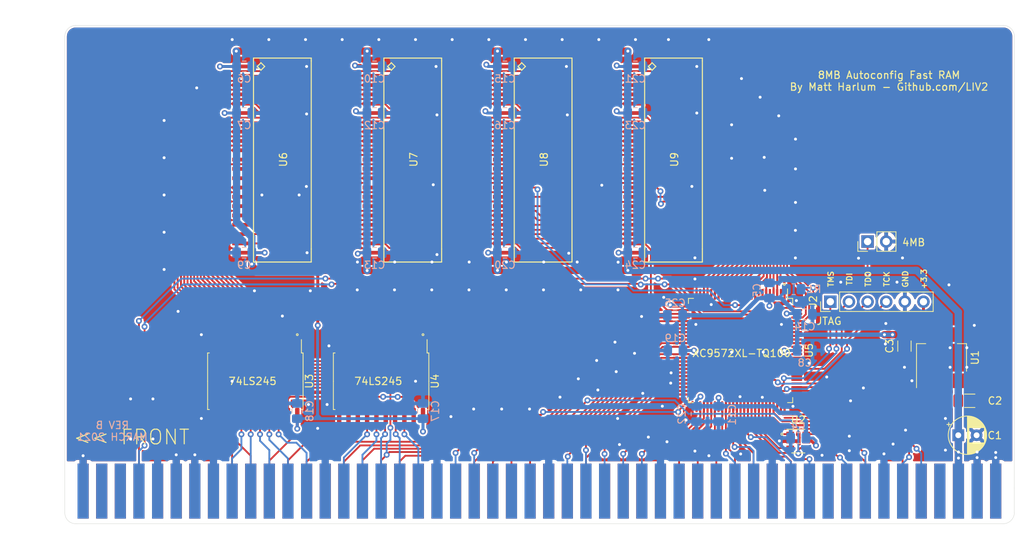
<source format=kicad_pcb>
(kicad_pcb (version 20171130) (host pcbnew "(5.1.5-0-10_14)")
  (layers (0 F.Cu signal) (31 B.Cu signal) (34 B.Paste user) (35 F.Paste user) (36 B.SilkS user) (37 F.SilkS user) (38 B.Mask user) (39 F.Mask user) (44 Edge.Cuts user))
  (net 0 "")
  (net 1 GND)
  (net 2 +5V)
  (net 3 +3V3)
  (net 4 "Net-(CON1-Pad98)")
  (net 5 "Net-(CON1-Pad97)")
  (net 6 "Net-(CON1-Pad96)")
  (net 7 "Net-(CON1-Pad95)")
  (net 8 /~RESET)
  (net 9 /DOE)
  (net 10 /D5)
  (net 11 /D6)
  (net 12 /D4)
  (net 13 /D7)
  (net 14 /D3)
  (net 15 /D8)
  (net 16 /D2)
  (net 17 /D9)
  (net 18 /D1)
  (net 19 /D10)
  (net 20 /D0)
  (net 21 /~AS)
  (net 22 /~UDS)
  (net 23 /D11)
  (net 24 /~LDS)
  (net 25 /D12)
  (net 26 /READ)
  (net 27 /D13)
  (net 28 /~DTACK)
  (net 29 /D14)
  (net 30 "Net-(CON1-Pad64)")
  (net 31 /D15)
  (net 32 "Net-(CON1-Pad62)")
  (net 33 "Net-(CON1-Pad60)")
  (net 34 /A23)
  (net 35 /A21)
  (net 36 /A22)
  (net 37 /A20)
  (net 38 "Net-(CON1-Pad55)")
  (net 39 /A19)
  (net 40 "Net-(CON1-Pad53)")
  (net 41 /A18)
  (net 42 "Net-(CON1-Pad51)")
  (net 43 "Net-(CON1-Pad50)")
  (net 44 "Net-(CON1-Pad48)")
  (net 45 /A17)
  (net 46 /A16)
  (net 47 "Net-(CON1-Pad44)")
  (net 48 /A15)
  (net 49 "Net-(CON1-Pad42)")
  (net 50 /A14)
  (net 51 "Net-(CON1-Pad40)")
  (net 52 /A13)
  (net 53 /A12)
  (net 54 /A11)
  (net 55 "Net-(CON1-Pad35)")
  (net 56 /A10)
  (net 57 "Net-(CON1-Pad33)")
  (net 58 /A9)
  (net 59 "Net-(CON1-Pad31)")
  (net 60 /A8)
  (net 61 /A1)
  (net 62 /A7)
  (net 63 /A2)
  (net 64 /A3)
  (net 65 /A4)
  (net 66 /A6)
  (net 67 "Net-(CON1-Pad22)")
  (net 68 /A5)
  (net 69 "Net-(CON1-Pad20)")
  (net 70 "Net-(CON1-Pad19)")
  (net 71 "Net-(CON1-Pad18)")
  (net 72 /~OVR)
  (net 73 /~C1)
  (net 74 /~C3)
  (net 75 /~CFGIN)
  (net 76 /~CFGOUT)
  (net 77 "Net-(CON1-Pad10)")
  (net 78 /~SLAVE)
  (net 79 "Net-(CON1-Pad8)")
  (net 80 "Net-(CON1-Pad7)")
  (net 81 /TCK)
  (net 82 /TDO)
  (net 83 /TDI)
  (net 84 /TMS)
  (net 85 /~BUFOE)
  (net 86 /BD7)
  (net 87 /BD6)
  (net 88 /BD5)
  (net 89 /BD4)
  (net 90 /BD3)
  (net 91 /BD2)
  (net 92 /BD1)
  (net 93 /BD0)
  (net 94 /BD15)
  (net 95 /BD14)
  (net 96 /BD13)
  (net 97 /BD12)
  (net 98 /BD11)
  (net 99 /BD10)
  (net 100 /BD9)
  (net 101 /BD8)
  (net 102 /~LCAS)
  (net 103 /~UCAS)
  (net 104 /MA9)
  (net 105 /MA8)
  (net 106 /MA7)
  (net 107 /MA6)
  (net 108 /MA5)
  (net 109 /MA4)
  (net 110 /MA3)
  (net 111 /MA2)
  (net 112 /MA1)
  (net 113 /MA0)
  (net 114 /~RAS1)
  (net 115 /~MEMWR)
  (net 116 "Net-(U6-Pad11)")
  (net 117 "Net-(U7-Pad32)")
  (net 118 "Net-(U7-Pad16)")
  (net 119 "Net-(U7-Pad15)")
  (net 120 /~RAS3)
  (net 121 "Net-(U7-Pad12)")
  (net 122 "Net-(U7-Pad11)")
  (net 123 "Net-(U8-Pad32)")
  (net 124 "Net-(U8-Pad16)")
  (net 125 "Net-(U8-Pad15)")
  (net 126 /~RAS2)
  (net 127 "Net-(U8-Pad12)")
  (net 128 "Net-(U8-Pad11)")
  (net 129 /~RAS4)
  (net 130 "Net-(CON1-Pad92)")
  (net 131 /4MB)
  (net 132 "Net-(U9-Pad11)")
  (net 133 /CDAC)
  (net 134 /B~DTACK)
  (net 135 /B~OVR)
  (net 136 "Net-(U9-Pad32)")
  (net 137 "Net-(U9-Pad16)")
  (net 138 "Net-(U9-Pad15)")
  (net 139 "Net-(U9-Pad12)")
  (net 140 /~BEER)
  (net 141 "Net-(U5-Pad2)")
  (net 142 "Net-(U5-Pad7)")
  (net 143 "Net-(U5-Pad12)")
  (net 144 "Net-(U5-Pad19)")
  (net 145 "Net-(U5-Pad24)")
  (net 146 "Net-(U5-Pad34)")
  (net 147 "Net-(U5-Pad43)")
  (net 148 "Net-(U5-Pad46)")
  (net 149 "Net-(U5-Pad73)")
  (net 150 "Net-(U5-Pad80)")
  (net 151 "Net-(U5-Pad81)")
  (net 152 "Net-(U5-Pad82)")
  (net 153 "Net-(U5-Pad85)")
  (net 154 "Net-(U5-Pad86)")
  (net 155 "Net-(U5-Pad87)")
  (net 156 "Net-(U5-Pad89)")
  (net 157 "Net-(U5-Pad90)")
  (net 158 "Net-(U5-Pad91)")
  (net 159 "Net-(U5-Pad92)")
  (net 160 "Net-(U5-Pad93)")
  (net 161 "Net-(U6-Pad32)")
  (net 162 "Net-(U6-Pad16)")
  (net 163 "Net-(U6-Pad15)")
  (net 164 "Net-(U6-Pad12)")
  (module Package_TO_SOT_SMD:SOT-223-3_TabPin2 (layer F.Cu) (at 201.9046 97.1169 90)
    (fp_text reference U1 (at 0 4.572 90) (layer F.SilkS))
    (fp_text value LM1117-3.3)
    (pad 1 smd rect (at -3.15 -2.3 90) (size 2 1.5) (layers F.Cu F.Paste F.Mask) (net 1 GND))
    (pad 3 smd rect (at -3.15 2.3 90) (size 2 1.5) (layers F.Cu F.Paste F.Mask) (net 2 +5V))
    (pad 2 smd rect (at -3.15 0 90) (size 2 1.5) (layers F.Cu F.Paste F.Mask) (net 3 +3V3))
    (pad 2 smd rect (at 3.15 0 90) (size 2 3.8) (layers F.Cu F.Paste F.Mask) (net 3 +3V3))
  )
  (module Package_QFP:TQFP-100_14x14mm_P0.5mm (layer F.Cu) (at 174.498 96.139 270)
    (fp_text reference U5 (at 0 -9.35 270) (layer F.SilkS))
    (fp_text value XC9572XL-TQ100 (at 0.381 -0.127 180) (layer F.SilkS))
    (pad 1 smd roundrect (at -7.6625 -6 270) (size 1.475 0.3) (layers F.Cu F.Paste F.Mask) (net 96 /BD13))
    (pad 2 smd roundrect (at -7.6625 -5.5 270) (size 1.475 0.3) (layers F.Cu F.Paste F.Mask) (net 141 "Net-(U5-Pad2)"))
    (pad 3 smd roundrect (at -7.6625 -5 270) (size 1.475 0.3) (layers F.Cu F.Paste F.Mask) (net 97 /BD12))
    (pad 4 smd roundrect (at -7.6625 -4.5 270) (size 1.475 0.3) (layers F.Cu F.Paste F.Mask) (net 114 /~RAS1))
    (pad 5 smd roundrect (at -7.6625 -4 270) (size 1.475 0.3) (layers F.Cu F.Paste F.Mask) (net 3 +3V3))
    (pad 6 smd roundrect (at -7.6625 -3.5 270) (size 1.475 0.3) (layers F.Cu F.Paste F.Mask) (net 102 /~LCAS))
    (pad 7 smd roundrect (at -7.6625 -3 270) (size 1.475 0.3) (layers F.Cu F.Paste F.Mask) (net 142 "Net-(U5-Pad7)"))
    (pad 8 smd roundrect (at -7.6625 -2.5 270) (size 1.475 0.3) (layers F.Cu F.Paste F.Mask) (net 103 /~UCAS))
    (pad 9 smd roundrect (at -7.6625 -2 270) (size 1.475 0.3) (layers F.Cu F.Paste F.Mask) (net 115 /~MEMWR))
    (pad 10 smd roundrect (at -7.6625 -1.5 270) (size 1.475 0.3) (layers F.Cu F.Paste F.Mask) (net 126 /~RAS2))
    (pad 11 smd roundrect (at -7.6625 -1 270) (size 1.475 0.3) (layers F.Cu F.Paste F.Mask) (net 120 /~RAS3))
    (pad 12 smd roundrect (at -7.6625 -0.5 270) (size 1.475 0.3) (layers F.Cu F.Paste F.Mask) (net 143 "Net-(U5-Pad12)"))
    (pad 13 smd roundrect (at -7.6625 0 270) (size 1.475 0.3) (layers F.Cu F.Paste F.Mask) (net 104 /MA9))
    (pad 14 smd roundrect (at -7.6625 0.5 270) (size 1.475 0.3) (layers F.Cu F.Paste F.Mask) (net 129 /~RAS4))
    (pad 15 smd roundrect (at -7.6625 1 270) (size 1.475 0.3) (layers F.Cu F.Paste F.Mask) (net 105 /MA8))
    (pad 16 smd roundrect (at -7.6625 1.5 270) (size 1.475 0.3) (layers F.Cu F.Paste F.Mask) (net 106 /MA7))
    (pad 17 smd roundrect (at -7.6625 2 270) (size 1.475 0.3) (layers F.Cu F.Paste F.Mask) (net 113 /MA0))
    (pad 18 smd roundrect (at -7.6625 2.5 270) (size 1.475 0.3) (layers F.Cu F.Paste F.Mask) (net 107 /MA6))
    (pad 19 smd roundrect (at -7.6625 3 270) (size 1.475 0.3) (layers F.Cu F.Paste F.Mask) (net 144 "Net-(U5-Pad19)"))
    (pad 20 smd roundrect (at -7.6625 3.5 270) (size 1.475 0.3) (layers F.Cu F.Paste F.Mask) (net 112 /MA1))
    (pad 21 smd roundrect (at -7.6625 4 270) (size 1.475 0.3) (layers F.Cu F.Paste F.Mask) (net 1 GND))
    (pad 22 smd roundrect (at -7.6625 4.5 270) (size 1.475 0.3) (layers F.Cu F.Paste F.Mask) (net 108 /MA5))
    (pad 23 smd roundrect (at -7.6625 5 270) (size 1.475 0.3) (layers F.Cu F.Paste F.Mask) (net 111 /MA2))
    (pad 24 smd roundrect (at -7.6625 5.5 270) (size 1.475 0.3) (layers F.Cu F.Paste F.Mask) (net 145 "Net-(U5-Pad24)"))
    (pad 25 smd roundrect (at -7.6625 6 270) (size 1.475 0.3) (layers F.Cu F.Paste F.Mask) (net 109 /MA4))
    (pad 26 smd roundrect (at -6 7.6625 270) (size 0.3 1.475) (layers F.Cu F.Paste F.Mask) (net 3 +3V3))
    (pad 27 smd roundrect (at -5.5 7.6625 270) (size 0.3 1.475) (layers F.Cu F.Paste F.Mask) (net 110 /MA3))
    (pad 28 smd roundrect (at -5 7.6625 270) (size 0.3 1.475) (layers F.Cu F.Paste F.Mask) (net 21 /~AS))
    (pad 29 smd roundrect (at -4.5 7.6625 270) (size 0.3 1.475) (layers F.Cu F.Paste F.Mask) (net 22 /~UDS))
    (pad 30 smd roundrect (at -4 7.6625 270) (size 0.3 1.475) (layers F.Cu F.Paste F.Mask) (net 24 /~LDS))
    (pad 31 smd roundrect (at -3.5 7.6625 270) (size 0.3 1.475) (layers F.Cu F.Paste F.Mask) (net 1 GND))
    (pad 32 smd roundrect (at -3 7.6625 270) (size 0.3 1.475) (layers F.Cu F.Paste F.Mask) (net 26 /READ))
    (pad 33 smd roundrect (at -2.5 7.6625 270) (size 0.3 1.475) (layers F.Cu F.Paste F.Mask) (net 34 /A23))
    (pad 34 smd roundrect (at -2 7.6625 270) (size 0.3 1.475) (layers F.Cu F.Paste F.Mask) (net 146 "Net-(U5-Pad34)"))
    (pad 35 smd roundrect (at -1.5 7.6625 270) (size 0.3 1.475) (layers F.Cu F.Paste F.Mask) (net 36 /A22))
    (pad 36 smd roundrect (at -1 7.6625 270) (size 0.3 1.475) (layers F.Cu F.Paste F.Mask) (net 35 /A21))
    (pad 37 smd roundrect (at -0.5 7.6625 270) (size 0.3 1.475) (layers F.Cu F.Paste F.Mask) (net 37 /A20))
    (pad 38 smd roundrect (at 0 7.6625 270) (size 0.3 1.475) (layers F.Cu F.Paste F.Mask) (net 3 +3V3))
    (pad 39 smd roundrect (at 0.5 7.6625 270) (size 0.3 1.475) (layers F.Cu F.Paste F.Mask) (net 39 /A19))
    (pad 40 smd roundrect (at 1 7.6625 270) (size 0.3 1.475) (layers F.Cu F.Paste F.Mask) (net 41 /A18))
    (pad 41 smd roundrect (at 1.5 7.6625 270) (size 0.3 1.475) (layers F.Cu F.Paste F.Mask) (net 45 /A17))
    (pad 42 smd roundrect (at 2 7.6625 270) (size 0.3 1.475) (layers F.Cu F.Paste F.Mask) (net 46 /A16))
    (pad 43 smd roundrect (at 2.5 7.6625 270) (size 0.3 1.475) (layers F.Cu F.Paste F.Mask) (net 147 "Net-(U5-Pad43)"))
    (pad 44 smd roundrect (at 3 7.6625 270) (size 0.3 1.475) (layers F.Cu F.Paste F.Mask) (net 1 GND))
    (pad 45 smd roundrect (at 3.5 7.6625 270) (size 0.3 1.475) (layers F.Cu F.Paste F.Mask) (net 83 /TDI))
    (pad 46 smd roundrect (at 4 7.6625 270) (size 0.3 1.475) (layers F.Cu F.Paste F.Mask) (net 148 "Net-(U5-Pad46)"))
    (pad 47 smd roundrect (at 4.5 7.6625 270) (size 0.3 1.475) (layers F.Cu F.Paste F.Mask) (net 84 /TMS))
    (pad 48 smd roundrect (at 5 7.6625 270) (size 0.3 1.475) (layers F.Cu F.Paste F.Mask) (net 81 /TCK))
    (pad 49 smd roundrect (at 5.5 7.6625 270) (size 0.3 1.475) (layers F.Cu F.Paste F.Mask) (net 140 /~BEER))
    (pad 50 smd roundrect (at 6 7.6625 270) (size 0.3 1.475) (layers F.Cu F.Paste F.Mask) (net 48 /A15))
    (pad 51 smd roundrect (at 7.6625 6 270) (size 1.475 0.3) (layers F.Cu F.Paste F.Mask) (net 3 +3V3))
    (pad 52 smd roundrect (at 7.6625 5.5 270) (size 1.475 0.3) (layers F.Cu F.Paste F.Mask) (net 50 /A14))
    (pad 53 smd roundrect (at 7.6625 5 270) (size 1.475 0.3) (layers F.Cu F.Paste F.Mask) (net 52 /A13))
    (pad 54 smd roundrect (at 7.6625 4.5 270) (size 1.475 0.3) (layers F.Cu F.Paste F.Mask) (net 53 /A12))
    (pad 55 smd roundrect (at 7.6625 4 270) (size 1.475 0.3) (layers F.Cu F.Paste F.Mask) (net 54 /A11))
    (pad 56 smd roundrect (at 7.6625 3.5 270) (size 1.475 0.3) (layers F.Cu F.Paste F.Mask) (net 56 /A10))
    (pad 57 smd roundrect (at 7.6625 3 270) (size 1.475 0.3) (layers F.Cu F.Paste F.Mask) (net 3 +3V3))
    (pad 58 smd roundrect (at 7.6625 2.5 270) (size 1.475 0.3) (layers F.Cu F.Paste F.Mask) (net 58 /A9))
    (pad 59 smd roundrect (at 7.6625 2 270) (size 1.475 0.3) (layers F.Cu F.Paste F.Mask) (net 61 /A1))
    (pad 60 smd roundrect (at 7.6625 1.5 270) (size 1.475 0.3) (layers F.Cu F.Paste F.Mask) (net 60 /A8))
    (pad 61 smd roundrect (at 7.6625 1 270) (size 1.475 0.3) (layers F.Cu F.Paste F.Mask) (net 63 /A2))
    (pad 62 smd roundrect (at 7.6625 0.5 270) (size 1.475 0.3) (layers F.Cu F.Paste F.Mask) (net 1 GND))
    (pad 63 smd roundrect (at 7.6625 0 270) (size 1.475 0.3) (layers F.Cu F.Paste F.Mask) (net 62 /A7))
    (pad 64 smd roundrect (at 7.6625 -0.5 270) (size 1.475 0.3) (layers F.Cu F.Paste F.Mask) (net 64 /A3))
    (pad 65 smd roundrect (at 7.6625 -1 270) (size 1.475 0.3) (layers F.Cu F.Paste F.Mask) (net 66 /A6))
    (pad 66 smd roundrect (at 7.6625 -1.5 270) (size 1.475 0.3) (layers F.Cu F.Paste F.Mask) (net 65 /A4))
    (pad 67 smd roundrect (at 7.6625 -2 270) (size 1.475 0.3) (layers F.Cu F.Paste F.Mask) (net 68 /A5))
    (pad 68 smd roundrect (at 7.6625 -2.5 270) (size 1.475 0.3) (layers F.Cu F.Paste F.Mask) (net 28 /~DTACK))
    (pad 69 smd roundrect (at 7.6625 -3 270) (size 1.475 0.3) (layers F.Cu F.Paste F.Mask) (net 1 GND))
    (pad 70 smd roundrect (at 7.6625 -3.5 270) (size 1.475 0.3) (layers F.Cu F.Paste F.Mask) (net 72 /~OVR))
    (pad 71 smd roundrect (at 7.6625 -4 270) (size 1.475 0.3) (layers F.Cu F.Paste F.Mask) (net 73 /~C1))
    (pad 72 smd roundrect (at 7.6625 -4.5 270) (size 1.475 0.3) (layers F.Cu F.Paste F.Mask) (net 133 /CDAC))
    (pad 73 smd roundrect (at 7.6625 -5 270) (size 1.475 0.3) (layers F.Cu F.Paste F.Mask) (net 149 "Net-(U5-Pad73)"))
    (pad 74 smd roundrect (at 7.6625 -5.5 270) (size 1.475 0.3) (layers F.Cu F.Paste F.Mask) (net 74 /~C3))
    (pad 75 smd roundrect (at 7.6625 -6 270) (size 1.475 0.3) (layers F.Cu F.Paste F.Mask) (net 1 GND))
    (pad 76 smd roundrect (at 6 -7.6625 270) (size 0.3 1.475) (layers F.Cu F.Paste F.Mask) (net 85 /~BUFOE))
    (pad 77 smd roundrect (at 5.5 -7.6625 270) (size 0.3 1.475) (layers F.Cu F.Paste F.Mask) (net 75 /~CFGIN))
    (pad 78 smd roundrect (at 5 -7.6625 270) (size 0.3 1.475) (layers F.Cu F.Paste F.Mask) (net 76 /~CFGOUT))
    (pad 79 smd roundrect (at 4.5 -7.6625 270) (size 0.3 1.475) (layers F.Cu F.Paste F.Mask) (net 78 /~SLAVE))
    (pad 80 smd roundrect (at 4 -7.6625 270) (size 0.3 1.475) (layers F.Cu F.Paste F.Mask) (net 150 "Net-(U5-Pad80)"))
    (pad 81 smd roundrect (at 3.5 -7.6625 270) (size 0.3 1.475) (layers F.Cu F.Paste F.Mask) (net 151 "Net-(U5-Pad81)"))
    (pad 82 smd roundrect (at 3 -7.6625 270) (size 0.3 1.475) (layers F.Cu F.Paste F.Mask) (net 152 "Net-(U5-Pad82)"))
    (pad 83 smd roundrect (at 2.5 -7.6625 270) (size 0.3 1.475) (layers F.Cu F.Paste F.Mask) (net 82 /TDO))
    (pad 84 smd roundrect (at 2 -7.6625 270) (size 0.3 1.475) (layers F.Cu F.Paste F.Mask) (net 1 GND))
    (pad 85 smd roundrect (at 1.5 -7.6625 270) (size 0.3 1.475) (layers F.Cu F.Paste F.Mask) (net 153 "Net-(U5-Pad85)"))
    (pad 86 smd roundrect (at 1 -7.6625 270) (size 0.3 1.475) (layers F.Cu F.Paste F.Mask) (net 154 "Net-(U5-Pad86)"))
    (pad 87 smd roundrect (at 0.5 -7.6625 270) (size 0.3 1.475) (layers F.Cu F.Paste F.Mask) (net 155 "Net-(U5-Pad87)"))
    (pad 88 smd roundrect (at 0 -7.6625 270) (size 0.3 1.475) (layers F.Cu F.Paste F.Mask) (net 3 +3V3))
    (pad 89 smd roundrect (at -0.5 -7.6625 270) (size 0.3 1.475) (layers F.Cu F.Paste F.Mask) (net 156 "Net-(U5-Pad89)"))
    (pad 90 smd roundrect (at -1 -7.6625 270) (size 0.3 1.475) (layers F.Cu F.Paste F.Mask) (net 157 "Net-(U5-Pad90)"))
    (pad 91 smd roundrect (at -1.5 -7.6625 270) (size 0.3 1.475) (layers F.Cu F.Paste F.Mask) (net 158 "Net-(U5-Pad91)"))
    (pad 92 smd roundrect (at -2 -7.6625 270) (size 0.3 1.475) (layers F.Cu F.Paste F.Mask) (net 159 "Net-(U5-Pad92)"))
    (pad 93 smd roundrect (at -2.5 -7.6625 270) (size 0.3 1.475) (layers F.Cu F.Paste F.Mask) (net 160 "Net-(U5-Pad93)"))
    (pad 94 smd roundrect (at -3 -7.6625 270) (size 0.3 1.475) (layers F.Cu F.Paste F.Mask) (net 131 /4MB))
    (pad 95 smd roundrect (at -3.5 -7.6625 270) (size 0.3 1.475) (layers F.Cu F.Paste F.Mask) (net 9 /DOE))
    (pad 96 smd roundrect (at -4 -7.6625 270) (size 0.3 1.475) (layers F.Cu F.Paste F.Mask) (net 94 /BD15))
    (pad 97 smd roundrect (at -4.5 -7.6625 270) (size 0.3 1.475) (layers F.Cu F.Paste F.Mask) (net 95 /BD14))
    (pad 98 smd roundrect (at -5 -7.6625 270) (size 0.3 1.475) (layers F.Cu F.Paste F.Mask) (net 3 +3V3))
    (pad 99 smd roundrect (at -5.5 -7.6625 270) (size 0.3 1.475) (layers F.Cu F.Paste F.Mask) (net 8 /~RESET))
    (pad 100 smd roundrect (at -6 -7.6625 270) (size 0.3 1.475) (layers F.Cu F.Paste F.Mask) (net 1 GND))
  )
  (module Package_TO_SOT_SMD:SOT-23-6 (layer F.Cu) (at 182.372 108.4961)
    (fp_text reference U2 (at 0 -2.9) (layer F.SilkS))
    (fp_text value 74LVC2G07)
    (pad 1 smd rect (at -1.1 -0.95) (size 1.06 0.65) (layers F.Cu F.Paste F.Mask) (net 72 /~OVR))
    (pad 2 smd rect (at -1.1 0) (size 1.06 0.65) (layers F.Cu F.Paste F.Mask) (net 1 GND))
    (pad 3 smd rect (at -1.1 0.95) (size 1.06 0.65) (layers F.Cu F.Paste F.Mask) (net 28 /~DTACK))
    (pad 4 smd rect (at 1.1 0.95) (size 1.06 0.65) (layers F.Cu F.Paste F.Mask) (net 134 /B~DTACK))
    (pad 6 smd rect (at 1.1 -0.95) (size 1.06 0.65) (layers F.Cu F.Paste F.Mask) (net 135 /B~OVR))
    (pad 5 smd rect (at 1.1 0) (size 1.06 0.65) (layers F.Cu F.Paste F.Mask) (net 3 +3V3))
  )
  (module Capacitor_SMD:C_1206_3216Metric_Pad1.33x1.80mm_HandSolder (layer F.Cu) (at 205.7523 102.997)
    (fp_text reference C2 (at 3.4421 0) (layer F.SilkS))
    (fp_text value 10u)
    (pad 2 smd roundrect (at 1.5625 0) (size 1.325 1.8) (layers F.Cu F.Paste F.Mask) (roundrect_rratio 0.1886784905660377) (net 1 GND))
    (pad 1 smd roundrect (at -1.5625 0) (size 1.325 1.8) (layers F.Cu F.Paste F.Mask) (roundrect_rratio 0.1886784905660377) (net 2 +5V))
  )
  (module Capacitor_SMD:C_0805_2012Metric_Pad1.18x1.45mm_HandSolder (layer B.Cu) (at 182.372 108.077 180)
    (fp_text reference C4 (at 0 1.68) (layer B.SilkS) (effects (justify mirror)))
    (fp_text value 0.1u)
    (pad 2 smd roundrect (at 1.0375 0 180) (size 1.175 1.45) (layers B.Cu B.Paste B.Mask) (roundrect_rratio 0.2127659574468085) (net 1 GND))
    (pad 1 smd roundrect (at -1.0375 0 180) (size 1.175 1.45) (layers B.Cu B.Paste B.Mask) (roundrect_rratio 0.2127659574468085) (net 3 +3V3))
  )
  (module Capacitor_SMD:C_1206_3216Metric_Pad1.33x1.80mm_HandSolder (layer F.Cu) (at 196.85 95.5425 270)
    (fp_text reference C3 (at 0 2.032 270) (layer F.SilkS))
    (fp_text value 10u)
    (pad 2 smd roundrect (at 1.5625 0 270) (size 1.325 1.8) (layers F.Cu F.Paste F.Mask) (roundrect_rratio 0.1886777358490566) (net 1 GND))
    (pad 1 smd roundrect (at -1.5625 0 270) (size 1.325 1.8) (layers F.Cu F.Paste F.Mask) (roundrect_rratio 0.1886777358490566) (net 3 +3V3))
  )
  (module Resistor_SMD:R_0805_2012Metric_Pad1.20x1.40mm_HandSolder (layer B.Cu) (at 181.74208 87.77732)
    (fp_text reference R1 (at 2.8 0) (layer B.SilkS) (effects (justify mirror)))
    (fp_text value 10K)
    (pad 2 smd roundrect (at 1 0) (size 1.2 1.4) (layers B.Cu B.Paste B.Mask) (roundrect_rratio 0.2083325) (net 131 /4MB))
    (pad 1 smd roundrect (at -1 0) (size 1.2 1.4) (layers B.Cu B.Paste B.Mask) (roundrect_rratio 0.2083325) (net 3 +3V3))
  )
  (module Connector_PinHeader_2.54mm:PinHeader_1x02_P2.54mm_Vertical (layer F.Cu) (at 191.8208 81.28 90)
    (fp_text reference J1 hide)
    (fp_text value 4MB (at -0.12 6.2792 180) (layer F.SilkS))
    (pad 2 thru_hole oval (at 0 2.54 90) (size 1.7 1.7) (drill 1) (layers *.Cu *.Mask) (net 1 GND))
    (pad 1 thru_hole rect (at 0 0 90) (size 1.7 1.7) (drill 1) (layers *.Cu *.Mask) (net 131 /4MB))
  )
  (module GottaGoFastZ2:Zorro2-CardEdge (layer F.Cu) (at 84.836 115.316)
    (fp_text reference CON1 hide)
    (fp_text value Zorro2)
    (pad 100 connect rect (at 0 0 180) (size 1.524 7.5) (layers F.Cu F.Mask) (net 1 GND))
    (pad 99 connect rect (at 0 0 180) (size 1.524 7.5) (layers B.Cu B.Mask) (net 1 GND))
    (pad 98 connect rect (at 2.54 0 180) (size 1.524 7.5) (layers F.Cu F.Mask) (net 4 "Net-(CON1-Pad98)"))
    (pad 97 connect rect (at 2.54 0 180) (size 1.524 7.5) (layers B.Cu B.Mask) (net 5 "Net-(CON1-Pad97)"))
    (pad 96 connect rect (at 5.08 0 180) (size 1.524 7.5) (layers F.Cu F.Mask) (net 6 "Net-(CON1-Pad96)"))
    (pad 95 connect rect (at 5.08 0 180) (size 1.524 7.5) (layers B.Cu B.Mask) (net 7 "Net-(CON1-Pad95)"))
    (pad 94 connect rect (at 7.62 0 180) (size 1.524 7.5) (layers F.Cu F.Mask) (net 8 /~RESET))
    (pad 93 connect rect (at 7.62 0 180) (size 1.524 7.5) (layers B.Cu B.Mask) (net 9 /DOE))
    (pad 92 connect rect (at 10.16 0 180) (size 1.524 7.5) (layers F.Cu F.Mask) (net 130 "Net-(CON1-Pad92)"))
    (pad 91 connect rect (at 10.16 0 180) (size 1.524 7.5) (layers B.Cu B.Mask) (net 1 GND))
    (pad 90 connect rect (at 12.7 0 180) (size 1.524 7.5) (layers F.Cu F.Mask) (net 1 GND))
    (pad 89 connect rect (at 12.7 0 180) (size 1.524 7.5) (layers B.Cu B.Mask) (net 1 GND))
    (pad 88 connect rect (at 15.24 0 180) (size 1.524 7.5) (layers F.Cu F.Mask) (net 1 GND))
    (pad 87 connect rect (at 15.24 0 180) (size 1.524 7.5) (layers B.Cu B.Mask) (net 1 GND))
    (pad 86 connect rect (at 17.78 0 180) (size 1.524 7.5) (layers F.Cu F.Mask) (net 10 /D5))
    (pad 85 connect rect (at 17.78 0 180) (size 1.524 7.5) (layers B.Cu B.Mask) (net 1 GND))
    (pad 84 connect rect (at 20.32 0 180) (size 1.524 7.5) (layers F.Cu F.Mask) (net 11 /D6))
    (pad 83 connect rect (at 20.32 0 180) (size 1.524 7.5) (layers B.Cu B.Mask) (net 12 /D4))
    (pad 82 connect rect (at 22.86 0 180) (size 1.524 7.5) (layers F.Cu F.Mask) (net 13 /D7))
    (pad 81 connect rect (at 22.86 0 180) (size 1.524 7.5) (layers B.Cu B.Mask) (net 14 /D3))
    (pad 80 connect rect (at 25.4 0 180) (size 1.524 7.5) (layers F.Cu F.Mask) (net 15 /D8))
    (pad 79 connect rect (at 25.4 0 180) (size 1.524 7.5) (layers B.Cu B.Mask) (net 16 /D2))
    (pad 78 connect rect (at 27.94 0 180) (size 1.524 7.5) (layers F.Cu F.Mask) (net 17 /D9))
    (pad 77 connect rect (at 27.94 0 180) (size 1.524 7.5) (layers B.Cu B.Mask) (net 18 /D1))
    (pad 76 connect rect (at 30.48 0 180) (size 1.524 7.5) (layers F.Cu F.Mask) (net 19 /D10))
    (pad 75 connect rect (at 30.48 0 180) (size 1.524 7.5) (layers B.Cu B.Mask) (net 20 /D0))
    (pad 74 connect rect (at 33.02 0 180) (size 1.524 7.5) (layers F.Cu F.Mask) (net 21 /~AS))
    (pad 73 connect rect (at 33.02 0 180) (size 1.524 7.5) (layers B.Cu B.Mask) (net 1 GND))
    (pad 72 connect rect (at 35.56 0 180) (size 1.524 7.5) (layers F.Cu F.Mask) (net 22 /~UDS))
    (pad 71 connect rect (at 35.56 0 180) (size 1.524 7.5) (layers B.Cu B.Mask) (net 23 /D11))
    (pad 70 connect rect (at 38.1 0 180) (size 1.524 7.5) (layers F.Cu F.Mask) (net 24 /~LDS))
    (pad 69 connect rect (at 38.1 0 180) (size 1.524 7.5) (layers B.Cu B.Mask) (net 25 /D12))
    (pad 68 connect rect (at 40.64 0 180) (size 1.524 7.5) (layers F.Cu F.Mask) (net 26 /READ))
    (pad 67 connect rect (at 40.64 0 180) (size 1.524 7.5) (layers B.Cu B.Mask) (net 27 /D13))
    (pad 66 connect rect (at 43.18 0 180) (size 1.524 7.5) (layers F.Cu F.Mask) (net 134 /B~DTACK))
    (pad 65 connect rect (at 43.18 0 180) (size 1.524 7.5) (layers B.Cu B.Mask) (net 29 /D14))
    (pad 64 connect rect (at 45.72 0 180) (size 1.524 7.5) (layers F.Cu F.Mask) (net 30 "Net-(CON1-Pad64)"))
    (pad 63 connect rect (at 45.72 0 180) (size 1.524 7.5) (layers B.Cu B.Mask) (net 31 /D15))
    (pad 62 connect rect (at 48.26 0 180) (size 1.524 7.5) (layers F.Cu F.Mask) (net 32 "Net-(CON1-Pad62)"))
    (pad 61 connect rect (at 48.26 0 180) (size 1.524 7.5) (layers B.Cu B.Mask) (net 1 GND))
    (pad 60 connect rect (at 50.8 0 180) (size 1.524 7.5) (layers F.Cu F.Mask) (net 33 "Net-(CON1-Pad60)"))
    (pad 59 connect rect (at 50.8 0 180) (size 1.524 7.5) (layers B.Cu B.Mask) (net 34 /A23))
    (pad 58 connect rect (at 53.34 0 180) (size 1.524 7.5) (layers F.Cu F.Mask) (net 35 /A21))
    (pad 57 connect rect (at 53.34 0 180) (size 1.524 7.5) (layers B.Cu B.Mask) (net 36 /A22))
    (pad 56 connect rect (at 55.88 0 180) (size 1.524 7.5) (layers F.Cu F.Mask) (net 37 /A20))
    (pad 55 connect rect (at 55.88 0 180) (size 1.524 7.5) (layers B.Cu B.Mask) (net 38 "Net-(CON1-Pad55)"))
    (pad 54 connect rect (at 58.42 0 180) (size 1.524 7.5) (layers F.Cu F.Mask) (net 39 /A19))
    (pad 53 connect rect (at 58.42 0 180) (size 1.524 7.5) (layers B.Cu B.Mask) (net 40 "Net-(CON1-Pad53)"))
    (pad 52 connect rect (at 60.96 0 180) (size 1.524 7.5) (layers F.Cu F.Mask) (net 41 /A18))
    (pad 51 connect rect (at 60.96 0 180) (size 1.524 7.5) (layers B.Cu B.Mask) (net 42 "Net-(CON1-Pad51)"))
    (pad 50 connect rect (at 63.5 0 180) (size 1.524 7.5) (layers F.Cu F.Mask) (net 43 "Net-(CON1-Pad50)"))
    (pad 49 connect rect (at 63.5 0 180) (size 1.524 7.5) (layers B.Cu B.Mask) (net 1 GND))
    (pad 48 connect rect (at 66.04 0 180) (size 1.524 7.5) (layers F.Cu F.Mask) (net 44 "Net-(CON1-Pad48)"))
    (pad 47 connect rect (at 66.04 0 180) (size 1.524 7.5) (layers B.Cu B.Mask) (net 45 /A17))
    (pad 46 connect rect (at 68.58 0 180) (size 1.524 7.5) (layers F.Cu F.Mask) (net 140 /~BEER))
    (pad 45 connect rect (at 68.58 0 180) (size 1.524 7.5) (layers B.Cu B.Mask) (net 46 /A16))
    (pad 44 connect rect (at 71.12 0 180) (size 1.524 7.5) (layers F.Cu F.Mask) (net 47 "Net-(CON1-Pad44)"))
    (pad 43 connect rect (at 71.12 0 180) (size 1.524 7.5) (layers B.Cu B.Mask) (net 48 /A15))
    (pad 42 connect rect (at 73.66 0 180) (size 1.524 7.5) (layers F.Cu F.Mask) (net 49 "Net-(CON1-Pad42)"))
    (pad 41 connect rect (at 73.66 0 180) (size 1.524 7.5) (layers B.Cu B.Mask) (net 50 /A14))
    (pad 40 connect rect (at 76.2 0 180) (size 1.524 7.5) (layers F.Cu F.Mask) (net 51 "Net-(CON1-Pad40)"))
    (pad 39 connect rect (at 76.2 0 180) (size 1.524 7.5) (layers B.Cu B.Mask) (net 52 /A13))
    (pad 38 connect rect (at 78.74 0 180) (size 1.524 7.5) (layers F.Cu F.Mask) (net 53 /A12))
    (pad 37 connect rect (at 78.74 0 180) (size 1.524 7.5) (layers B.Cu B.Mask) (net 1 GND))
    (pad 36 connect rect (at 81.28 0 180) (size 1.524 7.5) (layers F.Cu F.Mask) (net 54 /A11))
    (pad 35 connect rect (at 81.28 0 180) (size 1.524 7.5) (layers B.Cu B.Mask) (net 55 "Net-(CON1-Pad35)"))
    (pad 34 connect rect (at 83.82 0 180) (size 1.524 7.5) (layers F.Cu F.Mask) (net 56 /A10))
    (pad 33 connect rect (at 83.82 0 180) (size 1.524 7.5) (layers B.Cu B.Mask) (net 57 "Net-(CON1-Pad33)"))
    (pad 32 connect rect (at 86.36 0 180) (size 1.524 7.5) (layers F.Cu F.Mask) (net 58 /A9))
    (pad 31 connect rect (at 86.36 0 180) (size 1.524 7.5) (layers B.Cu B.Mask) (net 59 "Net-(CON1-Pad31)"))
    (pad 30 connect rect (at 88.9 0 180) (size 1.524 7.5) (layers F.Cu F.Mask) (net 60 /A8))
    (pad 29 connect rect (at 88.9 0 180) (size 1.524 7.5) (layers B.Cu B.Mask) (net 61 /A1))
    (pad 28 connect rect (at 91.44 0 180) (size 1.524 7.5) (layers F.Cu F.Mask) (net 62 /A7))
    (pad 27 connect rect (at 91.44 0 180) (size 1.524 7.5) (layers B.Cu B.Mask) (net 63 /A2))
    (pad 26 connect rect (at 93.98 0 180) (size 1.524 7.5) (layers F.Cu F.Mask) (net 64 /A3))
    (pad 25 connect rect (at 93.98 0 180) (size 1.524 7.5) (layers B.Cu B.Mask) (net 1 GND))
    (pad 24 connect rect (at 96.52 0 180) (size 1.524 7.5) (layers F.Cu F.Mask) (net 65 /A4))
    (pad 23 connect rect (at 96.52 0 180) (size 1.524 7.5) (layers B.Cu B.Mask) (net 66 /A6))
    (pad 22 connect rect (at 99.06 0 180) (size 1.524 7.5) (layers F.Cu F.Mask) (net 67 "Net-(CON1-Pad22)"))
    (pad 21 connect rect (at 99.06 0 180) (size 1.524 7.5) (layers B.Cu B.Mask) (net 68 /A5))
    (pad 20 connect rect (at 101.6 0 180) (size 1.524 7.5) (layers F.Cu F.Mask) (net 69 "Net-(CON1-Pad20)"))
    (pad 19 connect rect (at 101.6 0 180) (size 1.524 7.5) (layers B.Cu B.Mask) (net 70 "Net-(CON1-Pad19)"))
    (pad 18 connect rect (at 104.14 0 180) (size 1.524 7.5) (layers F.Cu F.Mask) (net 71 "Net-(CON1-Pad18)"))
    (pad 17 connect rect (at 104.14 0 180) (size 1.524 7.5) (layers B.Cu B.Mask) (net 135 /B~OVR))
    (pad 16 connect rect (at 106.68 0 180) (size 1.524 7.5) (layers F.Cu F.Mask) (net 73 /~C1))
    (pad 15 connect rect (at 106.68 0 180) (size 1.524 7.5) (layers B.Cu B.Mask) (net 133 /CDAC))
    (pad 14 connect rect (at 109.22 0 180) (size 1.524 7.5) (layers F.Cu F.Mask) (net 74 /~C3))
    (pad 13 connect rect (at 109.22 0 180) (size 1.524 7.5) (layers B.Cu B.Mask) (net 1 GND))
    (pad 12 connect rect (at 111.76 0 180) (size 1.524 7.5) (layers F.Cu F.Mask) (net 75 /~CFGIN))
    (pad 11 connect rect (at 111.76 0 180) (size 1.524 7.5) (layers B.Cu B.Mask) (net 76 /~CFGOUT))
    (pad 10 connect rect (at 114.3 0 180) (size 1.524 7.5) (layers F.Cu F.Mask) (net 77 "Net-(CON1-Pad10)"))
    (pad 9 connect rect (at 114.3 0 180) (size 1.524 7.5) (layers B.Cu B.Mask) (net 78 /~SLAVE))
    (pad 8 connect rect (at 116.84 0 180) (size 1.524 7.5) (layers F.Cu F.Mask) (net 79 "Net-(CON1-Pad8)"))
    (pad 7 connect rect (at 116.84 0 180) (size 1.524 7.5) (layers B.Cu B.Mask) (net 80 "Net-(CON1-Pad7)"))
    (pad 6 connect rect (at 119.38 0 180) (size 1.524 7.5) (layers F.Cu F.Mask) (net 2 +5V))
    (pad 5 connect rect (at 119.38 0 180) (size 1.524 7.5) (layers B.Cu B.Mask) (net 2 +5V))
    (pad 4 connect rect (at 121.92 0 180) (size 1.524 7.5) (layers F.Cu F.Mask) (net 1 GND))
    (pad 3 connect rect (at 121.92 0 180) (size 1.524 7.5) (layers B.Cu B.Mask) (net 1 GND))
    (pad 2 connect rect (at 124.46 0 180) (size 1.524 7.5) (layers F.Cu F.Mask) (net 1 GND))
    (pad 1 connect rect (at 124.46 0 180) (size 1.524 7.5) (layers B.Cu B.Mask) (net 1 GND))
  )
  (module Package_SO:SOIC-20W_7.5x12.8mm_P1.27mm (layer F.Cu) (at 125.476 100.33 270)
    (fp_text reference U4 (at 0 -7.35 270) (layer F.SilkS))
    (fp_text value 74LS245 (at 0 0.381 180) (layer F.SilkS))
    (pad 20 smd roundrect (at 4.65 -5.715 270) (size 2.05 0.6) (layers F.Cu F.Paste F.Mask) (net 2 +5V))
    (pad 19 smd roundrect (at 4.65 -4.445 270) (size 2.05 0.6) (layers F.Cu F.Paste F.Mask) (net 85 /~BUFOE))
    (pad 18 smd roundrect (at 4.65 -3.175 270) (size 2.05 0.6) (layers F.Cu F.Paste F.Mask) (net 31 /D15))
    (pad 17 smd roundrect (at 4.65 -1.905 270) (size 2.05 0.6) (layers F.Cu F.Paste F.Mask) (net 29 /D14))
    (pad 16 smd roundrect (at 4.65 -0.635 270) (size 2.05 0.6) (layers F.Cu F.Paste F.Mask) (net 27 /D13))
    (pad 15 smd roundrect (at 4.65 0.635 270) (size 2.05 0.6) (layers F.Cu F.Paste F.Mask) (net 25 /D12))
    (pad 14 smd roundrect (at 4.65 1.905 270) (size 2.05 0.6) (layers F.Cu F.Paste F.Mask) (net 23 /D11))
    (pad 13 smd roundrect (at 4.65 3.175 270) (size 2.05 0.6) (layers F.Cu F.Paste F.Mask) (net 19 /D10))
    (pad 12 smd roundrect (at 4.65 4.445 270) (size 2.05 0.6) (layers F.Cu F.Paste F.Mask) (net 17 /D9))
    (pad 11 smd roundrect (at 4.65 5.715 270) (size 2.05 0.6) (layers F.Cu F.Paste F.Mask) (net 15 /D8))
    (pad 10 smd roundrect (at -4.65 5.715 270) (size 2.05 0.6) (layers F.Cu F.Paste F.Mask) (net 1 GND))
    (pad 9 smd roundrect (at -4.65 4.445 270) (size 2.05 0.6) (layers F.Cu F.Paste F.Mask) (net 101 /BD8))
    (pad 8 smd roundrect (at -4.65 3.175 270) (size 2.05 0.6) (layers F.Cu F.Paste F.Mask) (net 100 /BD9))
    (pad 7 smd roundrect (at -4.65 1.905 270) (size 2.05 0.6) (layers F.Cu F.Paste F.Mask) (net 99 /BD10))
    (pad 6 smd roundrect (at -4.65 0.635 270) (size 2.05 0.6) (layers F.Cu F.Paste F.Mask) (net 98 /BD11))
    (pad 5 smd roundrect (at -4.65 -0.635 270) (size 2.05 0.6) (layers F.Cu F.Paste F.Mask) (net 97 /BD12))
    (pad 4 smd roundrect (at -4.65 -1.905 270) (size 2.05 0.6) (layers F.Cu F.Paste F.Mask) (net 96 /BD13))
    (pad 3 smd roundrect (at -4.65 -3.175 270) (size 2.05 0.6) (layers F.Cu F.Paste F.Mask) (net 95 /BD14))
    (pad 2 smd roundrect (at -4.65 -4.445 270) (size 2.05 0.6) (layers F.Cu F.Paste F.Mask) (net 94 /BD15))
    (pad 1 smd roundrect (at -4.65 -5.715 270) (size 2.05 0.6) (layers F.Cu F.Paste F.Mask) (net 26 /READ))
  )
  (module Package_SO:SOIC-20W_7.5x12.8mm_P1.27mm (layer F.Cu) (at 108.331 100.33 270)
    (fp_text reference U3 (at 0 -7.35 90) (layer F.SilkS))
    (fp_text value 74LS245 (at 0 0.381) (layer F.SilkS))
    (pad 20 smd roundrect (at 4.65 -5.715 270) (size 2.05 0.6) (layers F.Cu F.Paste F.Mask) (net 2 +5V))
    (pad 19 smd roundrect (at 4.65 -4.445 270) (size 2.05 0.6) (layers F.Cu F.Paste F.Mask) (net 85 /~BUFOE))
    (pad 18 smd roundrect (at 4.65 -3.175 270) (size 2.05 0.6) (layers F.Cu F.Paste F.Mask) (net 20 /D0))
    (pad 17 smd roundrect (at 4.65 -1.905 270) (size 2.05 0.6) (layers F.Cu F.Paste F.Mask) (net 18 /D1))
    (pad 16 smd roundrect (at 4.65 -0.635 270) (size 2.05 0.6) (layers F.Cu F.Paste F.Mask) (net 16 /D2))
    (pad 15 smd roundrect (at 4.65 0.635 270) (size 2.05 0.6) (layers F.Cu F.Paste F.Mask) (net 14 /D3))
    (pad 14 smd roundrect (at 4.65 1.905 270) (size 2.05 0.6) (layers F.Cu F.Paste F.Mask) (net 12 /D4))
    (pad 13 smd roundrect (at 4.65 3.175 270) (size 2.05 0.6) (layers F.Cu F.Paste F.Mask) (net 13 /D7))
    (pad 12 smd roundrect (at 4.65 4.445 270) (size 2.05 0.6) (layers F.Cu F.Paste F.Mask) (net 11 /D6))
    (pad 11 smd roundrect (at 4.65 5.715 270) (size 2.05 0.6) (layers F.Cu F.Paste F.Mask) (net 10 /D5))
    (pad 10 smd roundrect (at -4.65 5.715 270) (size 2.05 0.6) (layers F.Cu F.Paste F.Mask) (net 1 GND))
    (pad 9 smd roundrect (at -4.65 4.445 270) (size 2.05 0.6) (layers F.Cu F.Paste F.Mask) (net 88 /BD5))
    (pad 8 smd roundrect (at -4.65 3.175 270) (size 2.05 0.6) (layers F.Cu F.Paste F.Mask) (net 87 /BD6))
    (pad 7 smd roundrect (at -4.65 1.905 270) (size 2.05 0.6) (layers F.Cu F.Paste F.Mask) (net 86 /BD7))
    (pad 6 smd roundrect (at -4.65 0.635 270) (size 2.05 0.6) (layers F.Cu F.Paste F.Mask) (net 89 /BD4))
    (pad 5 smd roundrect (at -4.65 -0.635 270) (size 2.05 0.6) (layers F.Cu F.Paste F.Mask) (net 90 /BD3))
    (pad 4 smd roundrect (at -4.65 -1.905 270) (size 2.05 0.6) (layers F.Cu F.Paste F.Mask) (net 91 /BD2))
    (pad 3 smd roundrect (at -4.65 -3.175 270) (size 2.05 0.6) (layers F.Cu F.Paste F.Mask) (net 92 /BD1))
    (pad 2 smd roundrect (at -4.65 -4.445 270) (size 2.05 0.6) (layers F.Cu F.Paste F.Mask) (net 93 /BD0))
    (pad 1 smd roundrect (at -4.65 -5.715 270) (size 2.05 0.6) (layers F.Cu F.Paste F.Mask) (net 26 /READ))
  )
  (module GottaGoFastZ2:SOJ-42-LongPads (layer F.Cu) (at 129.921 70.104 270)
    (fp_text reference U7 (at 0 0 270) (layer F.SilkS))
    (fp_text value HYB5118160BSJ)
    (pad 42 smd rect (at -12.7 -5.199 270) (size 0.508 2.778) (layers F.Cu F.Paste F.Mask) (net 1 GND))
    (pad 41 smd rect (at -11.43 -5.199 270) (size 0.508 2.778) (layers F.Cu F.Paste F.Mask) (net 94 /BD15))
    (pad 40 smd rect (at -10.16 -5.199 270) (size 0.508 2.778) (layers F.Cu F.Paste F.Mask) (net 95 /BD14))
    (pad 39 smd rect (at -8.89 -5.199 270) (size 0.508 2.778) (layers F.Cu F.Paste F.Mask) (net 96 /BD13))
    (pad 38 smd rect (at -7.62 -5.199 270) (size 0.508 2.778) (layers F.Cu F.Paste F.Mask) (net 97 /BD12))
    (pad 37 smd rect (at -6.35 -5.199 270) (size 0.508 2.778) (layers F.Cu F.Paste F.Mask) (net 1 GND))
    (pad 36 smd rect (at -5.08 -5.199 270) (size 0.508 2.778) (layers F.Cu F.Paste F.Mask) (net 98 /BD11))
    (pad 35 smd rect (at -3.81 -5.199 270) (size 0.508 2.778) (layers F.Cu F.Paste F.Mask) (net 99 /BD10))
    (pad 34 smd rect (at -2.54 -5.199 270) (size 0.508 2.778) (layers F.Cu F.Paste F.Mask) (net 100 /BD9))
    (pad 33 smd rect (at -1.27 -5.199 270) (size 0.508 2.778) (layers F.Cu F.Paste F.Mask) (net 101 /BD8))
    (pad 32 smd rect (at 0 -5.199 270) (size 0.508 2.778) (layers F.Cu F.Paste F.Mask) (net 117 "Net-(U7-Pad32)"))
    (pad 31 smd rect (at 1.27 -5.199 270) (size 0.508 2.778) (layers F.Cu F.Paste F.Mask) (net 102 /~LCAS))
    (pad 30 smd rect (at 2.54 -5.199 270) (size 0.508 2.778) (layers F.Cu F.Paste F.Mask) (net 103 /~UCAS))
    (pad 29 smd rect (at 3.81 -5.199 270) (size 0.508 2.778) (layers F.Cu F.Paste F.Mask) (net 1 GND))
    (pad 28 smd rect (at 5.08 -5.199 270) (size 0.508 2.778) (layers F.Cu F.Paste F.Mask) (net 104 /MA9))
    (pad 27 smd rect (at 6.35 -5.199 270) (size 0.508 2.778) (layers F.Cu F.Paste F.Mask) (net 105 /MA8))
    (pad 26 smd rect (at 7.62 -5.199 270) (size 0.508 2.778) (layers F.Cu F.Paste F.Mask) (net 106 /MA7))
    (pad 25 smd rect (at 8.89 -5.199 270) (size 0.508 2.778) (layers F.Cu F.Paste F.Mask) (net 107 /MA6))
    (pad 24 smd rect (at 10.16 -5.199 270) (size 0.508 2.778) (layers F.Cu F.Paste F.Mask) (net 108 /MA5))
    (pad 23 smd rect (at 11.43 -5.199 270) (size 0.508 2.778) (layers F.Cu F.Paste F.Mask) (net 109 /MA4))
    (pad 22 smd rect (at 12.7 -5.199 270) (size 0.508 2.778) (layers F.Cu F.Paste F.Mask) (net 1 GND))
    (pad 21 smd rect (at 12.7 5.588 270) (size 0.508 2.778) (layers F.Cu F.Paste F.Mask) (net 2 +5V))
    (pad 20 smd rect (at 11.43 5.58 270) (size 0.508 2.778) (layers F.Cu F.Paste F.Mask) (net 110 /MA3))
    (pad 19 smd rect (at 10.16 5.58 270) (size 0.508 2.778) (layers F.Cu F.Paste F.Mask) (net 111 /MA2))
    (pad 18 smd rect (at 8.89 5.58 270) (size 0.508 2.778) (layers F.Cu F.Paste F.Mask) (net 112 /MA1))
    (pad 17 smd rect (at 7.62 5.58 270) (size 0.508 2.778) (layers F.Cu F.Paste F.Mask) (net 113 /MA0))
    (pad 16 smd rect (at 6.35 5.58 270) (size 0.508 2.778) (layers F.Cu F.Paste F.Mask) (net 118 "Net-(U7-Pad16)"))
    (pad 15 smd rect (at 5.08 5.58 270) (size 0.508 2.778) (layers F.Cu F.Paste F.Mask) (net 119 "Net-(U7-Pad15)"))
    (pad 14 smd rect (at 3.81 5.58 270) (size 0.508 2.778) (layers F.Cu F.Paste F.Mask) (net 126 /~RAS2))
    (pad 13 smd rect (at 2.54 5.58 270) (size 0.508 2.778) (layers F.Cu F.Paste F.Mask) (net 115 /~MEMWR))
    (pad 12 smd rect (at 1.27 5.58 270) (size 0.508 2.778) (layers F.Cu F.Paste F.Mask) (net 121 "Net-(U7-Pad12)"))
    (pad 11 smd rect (at 0 5.58 270) (size 0.508 2.778) (layers F.Cu F.Paste F.Mask) (net 122 "Net-(U7-Pad11)"))
    (pad 10 smd rect (at -1.27 5.58 270) (size 0.508 2.778) (layers F.Cu F.Paste F.Mask) (net 93 /BD0))
    (pad 9 smd rect (at -2.54 5.58 270) (size 0.508 2.778) (layers F.Cu F.Paste F.Mask) (net 92 /BD1))
    (pad 8 smd rect (at -3.81 5.58 270) (size 0.508 2.778) (layers F.Cu F.Paste F.Mask) (net 91 /BD2))
    (pad 7 smd rect (at -5.08 5.58 270) (size 0.508 2.778) (layers F.Cu F.Paste F.Mask) (net 90 /BD3))
    (pad 6 smd rect (at -6.35 5.58 270) (size 0.508 2.778) (layers F.Cu F.Paste F.Mask) (net 2 +5V))
    (pad 5 smd rect (at -7.62 5.58 270) (size 0.508 2.778) (layers F.Cu F.Paste F.Mask) (net 89 /BD4))
    (pad 4 smd rect (at -8.89 5.58 270) (size 0.508 2.778) (layers F.Cu F.Paste F.Mask) (net 86 /BD7))
    (pad 3 smd rect (at -10.16 5.58 270) (size 0.508 2.778) (layers F.Cu F.Paste F.Mask) (net 87 /BD6))
    (pad 2 smd rect (at -11.43 5.58 270) (size 0.508 2.778) (layers F.Cu F.Paste F.Mask) (net 88 /BD5))
    (pad 1 smd rect (at -12.7 5.58 270) (size 0.508 2.778) (layers F.Cu F.Paste F.Mask) (net 2 +5V))
  )
  (module GottaGoFastZ2:SOJ-42-LongPads (layer F.Cu) (at 112.141 70.104 270)
    (fp_text reference U6 (at 0 0 270) (layer F.SilkS))
    (fp_text value HYB5118160BSJ)
    (pad 42 smd rect (at -12.7 -5.199 270) (size 0.508 2.778) (layers F.Cu F.Paste F.Mask) (net 1 GND))
    (pad 41 smd rect (at -11.43 -5.199 270) (size 0.508 2.778) (layers F.Cu F.Paste F.Mask) (net 94 /BD15))
    (pad 40 smd rect (at -10.16 -5.199 270) (size 0.508 2.778) (layers F.Cu F.Paste F.Mask) (net 95 /BD14))
    (pad 39 smd rect (at -8.89 -5.199 270) (size 0.508 2.778) (layers F.Cu F.Paste F.Mask) (net 96 /BD13))
    (pad 38 smd rect (at -7.62 -5.199 270) (size 0.508 2.778) (layers F.Cu F.Paste F.Mask) (net 97 /BD12))
    (pad 37 smd rect (at -6.35 -5.199 270) (size 0.508 2.778) (layers F.Cu F.Paste F.Mask) (net 1 GND))
    (pad 36 smd rect (at -5.08 -5.199 270) (size 0.508 2.778) (layers F.Cu F.Paste F.Mask) (net 98 /BD11))
    (pad 35 smd rect (at -3.81 -5.199 270) (size 0.508 2.778) (layers F.Cu F.Paste F.Mask) (net 99 /BD10))
    (pad 34 smd rect (at -2.54 -5.199 270) (size 0.508 2.778) (layers F.Cu F.Paste F.Mask) (net 100 /BD9))
    (pad 33 smd rect (at -1.27 -5.199 270) (size 0.508 2.778) (layers F.Cu F.Paste F.Mask) (net 101 /BD8))
    (pad 32 smd rect (at 0 -5.199 270) (size 0.508 2.778) (layers F.Cu F.Paste F.Mask) (net 161 "Net-(U6-Pad32)"))
    (pad 31 smd rect (at 1.27 -5.199 270) (size 0.508 2.778) (layers F.Cu F.Paste F.Mask) (net 102 /~LCAS))
    (pad 30 smd rect (at 2.54 -5.199 270) (size 0.508 2.778) (layers F.Cu F.Paste F.Mask) (net 103 /~UCAS))
    (pad 29 smd rect (at 3.81 -5.199 270) (size 0.508 2.778) (layers F.Cu F.Paste F.Mask) (net 1 GND))
    (pad 28 smd rect (at 5.08 -5.199 270) (size 0.508 2.778) (layers F.Cu F.Paste F.Mask) (net 104 /MA9))
    (pad 27 smd rect (at 6.35 -5.199 270) (size 0.508 2.778) (layers F.Cu F.Paste F.Mask) (net 105 /MA8))
    (pad 26 smd rect (at 7.62 -5.199 270) (size 0.508 2.778) (layers F.Cu F.Paste F.Mask) (net 106 /MA7))
    (pad 25 smd rect (at 8.89 -5.199 270) (size 0.508 2.778) (layers F.Cu F.Paste F.Mask) (net 107 /MA6))
    (pad 24 smd rect (at 10.16 -5.199 270) (size 0.508 2.778) (layers F.Cu F.Paste F.Mask) (net 108 /MA5))
    (pad 23 smd rect (at 11.43 -5.199 270) (size 0.508 2.778) (layers F.Cu F.Paste F.Mask) (net 109 /MA4))
    (pad 22 smd rect (at 12.7 -5.199 270) (size 0.508 2.778) (layers F.Cu F.Paste F.Mask) (net 1 GND))
    (pad 21 smd rect (at 12.7 5.588 270) (size 0.508 2.778) (layers F.Cu F.Paste F.Mask) (net 2 +5V))
    (pad 20 smd rect (at 11.43 5.58 270) (size 0.508 2.778) (layers F.Cu F.Paste F.Mask) (net 110 /MA3))
    (pad 19 smd rect (at 10.16 5.58 270) (size 0.508 2.778) (layers F.Cu F.Paste F.Mask) (net 111 /MA2))
    (pad 18 smd rect (at 8.89 5.58 270) (size 0.508 2.778) (layers F.Cu F.Paste F.Mask) (net 112 /MA1))
    (pad 17 smd rect (at 7.62 5.58 270) (size 0.508 2.778) (layers F.Cu F.Paste F.Mask) (net 113 /MA0))
    (pad 16 smd rect (at 6.35 5.58 270) (size 0.508 2.778) (layers F.Cu F.Paste F.Mask) (net 162 "Net-(U6-Pad16)"))
    (pad 15 smd rect (at 5.08 5.58 270) (size 0.508 2.778) (layers F.Cu F.Paste F.Mask) (net 163 "Net-(U6-Pad15)"))
    (pad 14 smd rect (at 3.81 5.58 270) (size 0.508 2.778) (layers F.Cu F.Paste F.Mask) (net 114 /~RAS1))
    (pad 13 smd rect (at 2.54 5.58 270) (size 0.508 2.778) (layers F.Cu F.Paste F.Mask) (net 115 /~MEMWR))
    (pad 12 smd rect (at 1.27 5.58 270) (size 0.508 2.778) (layers F.Cu F.Paste F.Mask) (net 164 "Net-(U6-Pad12)"))
    (pad 11 smd rect (at 0 5.58 270) (size 0.508 2.778) (layers F.Cu F.Paste F.Mask) (net 116 "Net-(U6-Pad11)"))
    (pad 10 smd rect (at -1.27 5.58 270) (size 0.508 2.778) (layers F.Cu F.Paste F.Mask) (net 93 /BD0))
    (pad 9 smd rect (at -2.54 5.58 270) (size 0.508 2.778) (layers F.Cu F.Paste F.Mask) (net 92 /BD1))
    (pad 8 smd rect (at -3.81 5.58 270) (size 0.508 2.778) (layers F.Cu F.Paste F.Mask) (net 91 /BD2))
    (pad 7 smd rect (at -5.08 5.58 270) (size 0.508 2.778) (layers F.Cu F.Paste F.Mask) (net 90 /BD3))
    (pad 6 smd rect (at -6.35 5.58 270) (size 0.508 2.778) (layers F.Cu F.Paste F.Mask) (net 2 +5V))
    (pad 5 smd rect (at -7.62 5.58 270) (size 0.508 2.778) (layers F.Cu F.Paste F.Mask) (net 89 /BD4))
    (pad 4 smd rect (at -8.89 5.58 270) (size 0.508 2.778) (layers F.Cu F.Paste F.Mask) (net 86 /BD7))
    (pad 3 smd rect (at -10.16 5.58 270) (size 0.508 2.778) (layers F.Cu F.Paste F.Mask) (net 87 /BD6))
    (pad 2 smd rect (at -11.43 5.58 270) (size 0.508 2.778) (layers F.Cu F.Paste F.Mask) (net 88 /BD5))
    (pad 1 smd rect (at -12.7 5.58 270) (size 0.508 2.778) (layers F.Cu F.Paste F.Mask) (net 2 +5V))
  )
  (module GottaGoFastZ2:SOJ-42-LongPads (layer F.Cu) (at 165.481 70.104 270)
    (fp_text reference U9 (at 0 0 270) (layer F.SilkS))
    (fp_text value HYB5118160BSJ)
    (pad 42 smd rect (at -12.7 -5.199 270) (size 0.508 2.778) (layers F.Cu F.Paste F.Mask) (net 1 GND))
    (pad 41 smd rect (at -11.43 -5.199 270) (size 0.508 2.778) (layers F.Cu F.Paste F.Mask) (net 94 /BD15))
    (pad 40 smd rect (at -10.16 -5.199 270) (size 0.508 2.778) (layers F.Cu F.Paste F.Mask) (net 95 /BD14))
    (pad 39 smd rect (at -8.89 -5.199 270) (size 0.508 2.778) (layers F.Cu F.Paste F.Mask) (net 96 /BD13))
    (pad 38 smd rect (at -7.62 -5.199 270) (size 0.508 2.778) (layers F.Cu F.Paste F.Mask) (net 97 /BD12))
    (pad 37 smd rect (at -6.35 -5.199 270) (size 0.508 2.778) (layers F.Cu F.Paste F.Mask) (net 1 GND))
    (pad 36 smd rect (at -5.08 -5.199 270) (size 0.508 2.778) (layers F.Cu F.Paste F.Mask) (net 98 /BD11))
    (pad 35 smd rect (at -3.81 -5.199 270) (size 0.508 2.778) (layers F.Cu F.Paste F.Mask) (net 99 /BD10))
    (pad 34 smd rect (at -2.54 -5.199 270) (size 0.508 2.778) (layers F.Cu F.Paste F.Mask) (net 100 /BD9))
    (pad 33 smd rect (at -1.27 -5.199 270) (size 0.508 2.778) (layers F.Cu F.Paste F.Mask) (net 101 /BD8))
    (pad 32 smd rect (at 0 -5.199 270) (size 0.508 2.778) (layers F.Cu F.Paste F.Mask) (net 136 "Net-(U9-Pad32)"))
    (pad 31 smd rect (at 1.27 -5.199 270) (size 0.508 2.778) (layers F.Cu F.Paste F.Mask) (net 102 /~LCAS))
    (pad 30 smd rect (at 2.54 -5.199 270) (size 0.508 2.778) (layers F.Cu F.Paste F.Mask) (net 103 /~UCAS))
    (pad 29 smd rect (at 3.81 -5.199 270) (size 0.508 2.778) (layers F.Cu F.Paste F.Mask) (net 1 GND))
    (pad 28 smd rect (at 5.08 -5.199 270) (size 0.508 2.778) (layers F.Cu F.Paste F.Mask) (net 104 /MA9))
    (pad 27 smd rect (at 6.35 -5.199 270) (size 0.508 2.778) (layers F.Cu F.Paste F.Mask) (net 105 /MA8))
    (pad 26 smd rect (at 7.62 -5.199 270) (size 0.508 2.778) (layers F.Cu F.Paste F.Mask) (net 106 /MA7))
    (pad 25 smd rect (at 8.89 -5.199 270) (size 0.508 2.778) (layers F.Cu F.Paste F.Mask) (net 107 /MA6))
    (pad 24 smd rect (at 10.16 -5.199 270) (size 0.508 2.778) (layers F.Cu F.Paste F.Mask) (net 108 /MA5))
    (pad 23 smd rect (at 11.43 -5.199 270) (size 0.508 2.778) (layers F.Cu F.Paste F.Mask) (net 109 /MA4))
    (pad 22 smd rect (at 12.7 -5.199 270) (size 0.508 2.778) (layers F.Cu F.Paste F.Mask) (net 1 GND))
    (pad 21 smd rect (at 12.7 5.588 270) (size 0.508 2.778) (layers F.Cu F.Paste F.Mask) (net 2 +5V))
    (pad 20 smd rect (at 11.43 5.58 270) (size 0.508 2.778) (layers F.Cu F.Paste F.Mask) (net 110 /MA3))
    (pad 19 smd rect (at 10.16 5.58 270) (size 0.508 2.778) (layers F.Cu F.Paste F.Mask) (net 111 /MA2))
    (pad 18 smd rect (at 8.89 5.58 270) (size 0.508 2.778) (layers F.Cu F.Paste F.Mask) (net 112 /MA1))
    (pad 17 smd rect (at 7.62 5.58 270) (size 0.508 2.778) (layers F.Cu F.Paste F.Mask) (net 113 /MA0))
    (pad 16 smd rect (at 6.35 5.58 270) (size 0.508 2.778) (layers F.Cu F.Paste F.Mask) (net 137 "Net-(U9-Pad16)"))
    (pad 15 smd rect (at 5.08 5.58 270) (size 0.508 2.778) (layers F.Cu F.Paste F.Mask) (net 138 "Net-(U9-Pad15)"))
    (pad 14 smd rect (at 3.81 5.58 270) (size 0.508 2.778) (layers F.Cu F.Paste F.Mask) (net 129 /~RAS4))
    (pad 13 smd rect (at 2.54 5.58 270) (size 0.508 2.778) (layers F.Cu F.Paste F.Mask) (net 115 /~MEMWR))
    (pad 12 smd rect (at 1.27 5.58 270) (size 0.508 2.778) (layers F.Cu F.Paste F.Mask) (net 139 "Net-(U9-Pad12)"))
    (pad 11 smd rect (at 0 5.58 270) (size 0.508 2.778) (layers F.Cu F.Paste F.Mask) (net 132 "Net-(U9-Pad11)"))
    (pad 10 smd rect (at -1.27 5.58 270) (size 0.508 2.778) (layers F.Cu F.Paste F.Mask) (net 93 /BD0))
    (pad 9 smd rect (at -2.54 5.58 270) (size 0.508 2.778) (layers F.Cu F.Paste F.Mask) (net 92 /BD1))
    (pad 8 smd rect (at -3.81 5.58 270) (size 0.508 2.778) (layers F.Cu F.Paste F.Mask) (net 91 /BD2))
    (pad 7 smd rect (at -5.08 5.58 270) (size 0.508 2.778) (layers F.Cu F.Paste F.Mask) (net 90 /BD3))
    (pad 6 smd rect (at -6.35 5.58 270) (size 0.508 2.778) (layers F.Cu F.Paste F.Mask) (net 2 +5V))
    (pad 5 smd rect (at -7.62 5.58 270) (size 0.508 2.778) (layers F.Cu F.Paste F.Mask) (net 89 /BD4))
    (pad 4 smd rect (at -8.89 5.58 270) (size 0.508 2.778) (layers F.Cu F.Paste F.Mask) (net 86 /BD7))
    (pad 3 smd rect (at -10.16 5.58 270) (size 0.508 2.778) (layers F.Cu F.Paste F.Mask) (net 87 /BD6))
    (pad 2 smd rect (at -11.43 5.58 270) (size 0.508 2.778) (layers F.Cu F.Paste F.Mask) (net 88 /BD5))
    (pad 1 smd rect (at -12.7 5.58 270) (size 0.508 2.778) (layers F.Cu F.Paste F.Mask) (net 2 +5V))
  )
  (module GottaGoFastZ2:SOJ-42-LongPads (layer F.Cu) (at 147.701 70.104 270)
    (fp_text reference U8 (at 0 0 270) (layer F.SilkS))
    (fp_text value HYB5118160BSJ)
    (pad 42 smd rect (at -12.7 -5.199 270) (size 0.508 2.778) (layers F.Cu F.Paste F.Mask) (net 1 GND))
    (pad 41 smd rect (at -11.43 -5.199 270) (size 0.508 2.778) (layers F.Cu F.Paste F.Mask) (net 94 /BD15))
    (pad 40 smd rect (at -10.16 -5.199 270) (size 0.508 2.778) (layers F.Cu F.Paste F.Mask) (net 95 /BD14))
    (pad 39 smd rect (at -8.89 -5.199 270) (size 0.508 2.778) (layers F.Cu F.Paste F.Mask) (net 96 /BD13))
    (pad 38 smd rect (at -7.62 -5.199 270) (size 0.508 2.778) (layers F.Cu F.Paste F.Mask) (net 97 /BD12))
    (pad 37 smd rect (at -6.35 -5.199 270) (size 0.508 2.778) (layers F.Cu F.Paste F.Mask) (net 1 GND))
    (pad 36 smd rect (at -5.08 -5.199 270) (size 0.508 2.778) (layers F.Cu F.Paste F.Mask) (net 98 /BD11))
    (pad 35 smd rect (at -3.81 -5.199 270) (size 0.508 2.778) (layers F.Cu F.Paste F.Mask) (net 99 /BD10))
    (pad 34 smd rect (at -2.54 -5.199 270) (size 0.508 2.778) (layers F.Cu F.Paste F.Mask) (net 100 /BD9))
    (pad 33 smd rect (at -1.27 -5.199 270) (size 0.508 2.778) (layers F.Cu F.Paste F.Mask) (net 101 /BD8))
    (pad 32 smd rect (at 0 -5.199 270) (size 0.508 2.778) (layers F.Cu F.Paste F.Mask) (net 123 "Net-(U8-Pad32)"))
    (pad 31 smd rect (at 1.27 -5.199 270) (size 0.508 2.778) (layers F.Cu F.Paste F.Mask) (net 102 /~LCAS))
    (pad 30 smd rect (at 2.54 -5.199 270) (size 0.508 2.778) (layers F.Cu F.Paste F.Mask) (net 103 /~UCAS))
    (pad 29 smd rect (at 3.81 -5.199 270) (size 0.508 2.778) (layers F.Cu F.Paste F.Mask) (net 1 GND))
    (pad 28 smd rect (at 5.08 -5.199 270) (size 0.508 2.778) (layers F.Cu F.Paste F.Mask) (net 104 /MA9))
    (pad 27 smd rect (at 6.35 -5.199 270) (size 0.508 2.778) (layers F.Cu F.Paste F.Mask) (net 105 /MA8))
    (pad 26 smd rect (at 7.62 -5.199 270) (size 0.508 2.778) (layers F.Cu F.Paste F.Mask) (net 106 /MA7))
    (pad 25 smd rect (at 8.89 -5.199 270) (size 0.508 2.778) (layers F.Cu F.Paste F.Mask) (net 107 /MA6))
    (pad 24 smd rect (at 10.16 -5.199 270) (size 0.508 2.778) (layers F.Cu F.Paste F.Mask) (net 108 /MA5))
    (pad 23 smd rect (at 11.43 -5.199 270) (size 0.508 2.778) (layers F.Cu F.Paste F.Mask) (net 109 /MA4))
    (pad 22 smd rect (at 12.7 -5.199 270) (size 0.508 2.778) (layers F.Cu F.Paste F.Mask) (net 1 GND))
    (pad 21 smd rect (at 12.7 5.588 270) (size 0.508 2.778) (layers F.Cu F.Paste F.Mask) (net 2 +5V))
    (pad 20 smd rect (at 11.43 5.58 270) (size 0.508 2.778) (layers F.Cu F.Paste F.Mask) (net 110 /MA3))
    (pad 19 smd rect (at 10.16 5.58 270) (size 0.508 2.778) (layers F.Cu F.Paste F.Mask) (net 111 /MA2))
    (pad 18 smd rect (at 8.89 5.58 270) (size 0.508 2.778) (layers F.Cu F.Paste F.Mask) (net 112 /MA1))
    (pad 17 smd rect (at 7.62 5.58 270) (size 0.508 2.778) (layers F.Cu F.Paste F.Mask) (net 113 /MA0))
    (pad 16 smd rect (at 6.35 5.58 270) (size 0.508 2.778) (layers F.Cu F.Paste F.Mask) (net 124 "Net-(U8-Pad16)"))
    (pad 15 smd rect (at 5.08 5.58 270) (size 0.508 2.778) (layers F.Cu F.Paste F.Mask) (net 125 "Net-(U8-Pad15)"))
    (pad 14 smd rect (at 3.81 5.58 270) (size 0.508 2.778) (layers F.Cu F.Paste F.Mask) (net 120 /~RAS3))
    (pad 13 smd rect (at 2.54 5.58 270) (size 0.508 2.778) (layers F.Cu F.Paste F.Mask) (net 115 /~MEMWR))
    (pad 12 smd rect (at 1.27 5.58 270) (size 0.508 2.778) (layers F.Cu F.Paste F.Mask) (net 127 "Net-(U8-Pad12)"))
    (pad 11 smd rect (at 0 5.58 270) (size 0.508 2.778) (layers F.Cu F.Paste F.Mask) (net 128 "Net-(U8-Pad11)"))
    (pad 10 smd rect (at -1.27 5.58 270) (size 0.508 2.778) (layers F.Cu F.Paste F.Mask) (net 93 /BD0))
    (pad 9 smd rect (at -2.54 5.58 270) (size 0.508 2.778) (layers F.Cu F.Paste F.Mask) (net 92 /BD1))
    (pad 8 smd rect (at -3.81 5.58 270) (size 0.508 2.778) (layers F.Cu F.Paste F.Mask) (net 91 /BD2))
    (pad 7 smd rect (at -5.08 5.58 270) (size 0.508 2.778) (layers F.Cu F.Paste F.Mask) (net 90 /BD3))
    (pad 6 smd rect (at -6.35 5.58 270) (size 0.508 2.778) (layers F.Cu F.Paste F.Mask) (net 2 +5V))
    (pad 5 smd rect (at -7.62 5.58 270) (size 0.508 2.778) (layers F.Cu F.Paste F.Mask) (net 89 /BD4))
    (pad 4 smd rect (at -8.89 5.58 270) (size 0.508 2.778) (layers F.Cu F.Paste F.Mask) (net 86 /BD7))
    (pad 3 smd rect (at -10.16 5.58 270) (size 0.508 2.778) (layers F.Cu F.Paste F.Mask) (net 87 /BD6))
    (pad 2 smd rect (at -11.43 5.58 270) (size 0.508 2.778) (layers F.Cu F.Paste F.Mask) (net 88 /BD5))
    (pad 1 smd rect (at -12.7 5.58 270) (size 0.508 2.778) (layers F.Cu F.Paste F.Mask) (net 2 +5V))
  )
  (module Connector_PinHeader_2.54mm:PinHeader_1x06_P2.54mm_Vertical (layer F.Cu) (at 186.7408 89.4842 90)
    (fp_text reference J2 (at 0 -2.33 90) (layer F.SilkS))
    (fp_text value Conn_01x06_Male)
    (fp_text user JTAG (at -2.653 -0.171) (layer F.SilkS))
    (pad 6 thru_hole oval (at 0 12.7 90) (size 1.7 1.7) (drill 1) (layers *.Cu *.Mask) (net 3 +3V3))
    (pad 5 thru_hole oval (at 0 10.16 90) (size 1.7 1.7) (drill 1) (layers *.Cu *.Mask) (net 1 GND))
    (pad 4 thru_hole oval (at 0 7.62 90) (size 1.7 1.7) (drill 1) (layers *.Cu *.Mask) (net 81 /TCK))
    (pad 3 thru_hole oval (at 0 5.08 90) (size 1.7 1.7) (drill 1) (layers *.Cu *.Mask) (net 82 /TDO))
    (pad 2 thru_hole oval (at 0 2.54 90) (size 1.7 1.7) (drill 1) (layers *.Cu *.Mask) (net 83 /TDI))
    (pad 1 thru_hole rect (at 0 0 90) (size 1.7 1.7) (drill 1) (layers *.Cu *.Mask) (net 84 /TMS))
  )
  (module Capacitor_SMD:C_0805_2012Metric_Pad1.18x1.45mm_HandSolder (layer B.Cu) (at 165.56228 91.3384 180)
    (fp_text reference C25 (at 0 1.68) (layer B.SilkS) (effects (justify mirror)))
    (fp_text value 0.1u)
    (pad 2 smd roundrect (at 1.0375 0 180) (size 1.175 1.45) (layers B.Cu B.Paste B.Mask) (roundrect_rratio 0.2127659574468085) (net 1 GND))
    (pad 1 smd roundrect (at -1.0375 0 180) (size 1.175 1.45) (layers B.Cu B.Paste B.Mask) (roundrect_rratio 0.2127659574468085) (net 3 +3V3))
  )
  (module Capacitor_SMD:C_0805_2012Metric_Pad1.18x1.45mm_HandSolder (layer B.Cu) (at 160.147 82.804)
    (fp_text reference C24 (at 0 1.68) (layer B.SilkS) (effects (justify mirror)))
    (fp_text value 0.1u)
    (pad 2 smd roundrect (at 1.0375 0) (size 1.175 1.45) (layers B.Cu B.Paste B.Mask) (roundrect_rratio 0.2127659574468085) (net 1 GND))
    (pad 1 smd roundrect (at -1.0375 0) (size 1.175 1.45) (layers B.Cu B.Paste B.Mask) (roundrect_rratio 0.2127659574468085) (net 2 +5V))
  )
  (module Capacitor_SMD:C_0805_2012Metric_Pad1.18x1.45mm_HandSolder (layer B.Cu) (at 160.147 63.754)
    (fp_text reference C23 (at 0 1.68) (layer B.SilkS) (effects (justify mirror)))
    (fp_text value 0.1u)
    (pad 2 smd roundrect (at 1.0375 0) (size 1.175 1.45) (layers B.Cu B.Paste B.Mask) (roundrect_rratio 0.2127659574468085) (net 1 GND))
    (pad 1 smd roundrect (at -1.0375 0) (size 1.175 1.45) (layers B.Cu B.Paste B.Mask) (roundrect_rratio 0.2127659574468085) (net 2 +5V))
  )
  (module Capacitor_SMD:C_0805_2012Metric_Pad1.18x1.45mm_HandSolder (layer B.Cu) (at 168.49852 104.79024 270)
    (fp_text reference C22 (at -0.01524 2.00152 90) (layer B.SilkS) (effects (justify mirror)))
    (fp_text value 0.1u)
    (pad 2 smd roundrect (at 1.0375 0 270) (size 1.175 1.45) (layers B.Cu B.Paste B.Mask) (roundrect_rratio 0.2127659574468085) (net 1 GND))
    (pad 1 smd roundrect (at -1.0375 0 270) (size 1.175 1.45) (layers B.Cu B.Paste B.Mask) (roundrect_rratio 0.2127659574468085) (net 3 +3V3))
  )
  (module Capacitor_SMD:C_0805_2012Metric_Pad1.18x1.45mm_HandSolder (layer B.Cu) (at 160.147 57.404)
    (fp_text reference C21 (at 0 1.68) (layer B.SilkS) (effects (justify mirror)))
    (fp_text value 0.1u)
    (pad 2 smd roundrect (at 1.0375 0) (size 1.175 1.45) (layers B.Cu B.Paste B.Mask) (roundrect_rratio 0.2127659574468085) (net 1 GND))
    (pad 1 smd roundrect (at -1.0375 0) (size 1.175 1.45) (layers B.Cu B.Paste B.Mask) (roundrect_rratio 0.2127659574468085) (net 2 +5V))
  )
  (module Capacitor_SMD:C_0805_2012Metric_Pad1.18x1.45mm_HandSolder (layer B.Cu) (at 142.367 82.804)
    (fp_text reference C20 (at 0 1.68) (layer B.SilkS) (effects (justify mirror)))
    (fp_text value 0.1u)
    (pad 2 smd roundrect (at 1.0375 0) (size 1.175 1.45) (layers B.Cu B.Paste B.Mask) (roundrect_rratio 0.2127659574468085) (net 1 GND))
    (pad 1 smd roundrect (at -1.0375 0) (size 1.175 1.45) (layers B.Cu B.Paste B.Mask) (roundrect_rratio 0.2127659574468085) (net 2 +5V))
  )
  (module Capacitor_SMD:C_0805_2012Metric_Pad1.18x1.45mm_HandSolder (layer B.Cu) (at 165.608 96.139 180)
    (fp_text reference C19 (at 0 1.68) (layer B.SilkS) (effects (justify mirror)))
    (fp_text value 0.1u)
    (pad 2 smd roundrect (at 1.0375 0 180) (size 1.175 1.45) (layers B.Cu B.Paste B.Mask) (roundrect_rratio 0.2127659574468085) (net 1 GND))
    (pad 1 smd roundrect (at -1.0375 0 180) (size 1.175 1.45) (layers B.Cu B.Paste B.Mask) (roundrect_rratio 0.2127659574468085) (net 3 +3V3))
  )
  (module Capacitor_SMD:C_0805_2012Metric_Pad1.18x1.45mm_HandSolder (layer B.Cu) (at 114.046 104.394 90)
    (fp_text reference C18 (at 0 1.68 90) (layer B.SilkS) (effects (justify mirror)))
    (fp_text value 0.1u)
    (pad 2 smd roundrect (at 1.0375 0 90) (size 1.175 1.45) (layers B.Cu B.Paste B.Mask) (roundrect_rratio 0.2127659574468085) (net 1 GND))
    (pad 1 smd roundrect (at -1.0375 0 90) (size 1.175 1.45) (layers B.Cu B.Paste B.Mask) (roundrect_rratio 0.2127659574468085) (net 2 +5V))
  )
  (module Capacitor_SMD:C_0805_2012Metric_Pad1.18x1.45mm_HandSolder (layer B.Cu) (at 131.191 104.394 90)
    (fp_text reference C17 (at 0 1.68 90) (layer B.SilkS) (effects (justify mirror)))
    (fp_text value 0.1u)
    (pad 2 smd roundrect (at 1.0375 0 90) (size 1.175 1.45) (layers B.Cu B.Paste B.Mask) (roundrect_rratio 0.2127659574468085) (net 1 GND))
    (pad 1 smd roundrect (at -1.0375 0 90) (size 1.175 1.45) (layers B.Cu B.Paste B.Mask) (roundrect_rratio 0.2127659574468085) (net 2 +5V))
  )
  (module Capacitor_SMD:C_0805_2012Metric_Pad1.18x1.45mm_HandSolder (layer B.Cu) (at 142.367 63.754)
    (fp_text reference C16 (at 0 1.68) (layer B.SilkS) (effects (justify mirror)))
    (fp_text value 0.1u)
    (pad 2 smd roundrect (at 1.0375 0) (size 1.175 1.45) (layers B.Cu B.Paste B.Mask) (roundrect_rratio 0.2127659574468085) (net 1 GND))
    (pad 1 smd roundrect (at -1.0375 0) (size 1.175 1.45) (layers B.Cu B.Paste B.Mask) (roundrect_rratio 0.2127659574468085) (net 2 +5V))
  )
  (module Capacitor_SMD:C_0805_2012Metric_Pad1.18x1.45mm_HandSolder (layer B.Cu) (at 142.367 57.404)
    (fp_text reference C15 (at 0 1.68) (layer B.SilkS) (effects (justify mirror)))
    (fp_text value 0.1u)
    (pad 2 smd roundrect (at 1.0375 0) (size 1.175 1.45) (layers B.Cu B.Paste B.Mask) (roundrect_rratio 0.2127659574468085) (net 1 GND))
    (pad 1 smd roundrect (at -1.0375 0) (size 1.175 1.45) (layers B.Cu B.Paste B.Mask) (roundrect_rratio 0.2127659574468085) (net 2 +5V))
  )
  (module Capacitor_SMD:C_0805_2012Metric_Pad1.18x1.45mm_HandSolder (layer B.Cu) (at 183.261 91.20632)
    (fp_text reference C14 (at 0 1.68) (layer B.SilkS) (effects (justify mirror)))
    (fp_text value 0.1u)
    (pad 2 smd roundrect (at 1.0375 0) (size 1.175 1.45) (layers B.Cu B.Paste B.Mask) (roundrect_rratio 0.2127659574468085) (net 1 GND))
    (pad 1 smd roundrect (at -1.0375 0) (size 1.175 1.45) (layers B.Cu B.Paste B.Mask) (roundrect_rratio 0.2127659574468085) (net 3 +3V3))
  )
  (module Capacitor_SMD:C_0805_2012Metric_Pad1.18x1.45mm_HandSolder (layer B.Cu) (at 124.587 82.804)
    (fp_text reference C13 (at 0 1.68) (layer B.SilkS) (effects (justify mirror)))
    (fp_text value 0.1u)
    (pad 2 smd roundrect (at 1.0375 0) (size 1.175 1.45) (layers B.Cu B.Paste B.Mask) (roundrect_rratio 0.2127659574468085) (net 1 GND))
    (pad 1 smd roundrect (at -1.0375 0) (size 1.175 1.45) (layers B.Cu B.Paste B.Mask) (roundrect_rratio 0.2127659574468085) (net 2 +5V))
  )
  (module Capacitor_SMD:C_0805_2012Metric_Pad1.18x1.45mm_HandSolder (layer B.Cu) (at 124.587 63.754)
    (fp_text reference C12 (at 0 1.68) (layer B.SilkS) (effects (justify mirror)))
    (fp_text value 0.1u)
    (pad 2 smd roundrect (at 1.0375 0) (size 1.175 1.45) (layers B.Cu B.Paste B.Mask) (roundrect_rratio 0.2127659574468085) (net 1 GND))
    (pad 1 smd roundrect (at -1.0375 0) (size 1.175 1.45) (layers B.Cu B.Paste B.Mask) (roundrect_rratio 0.2127659574468085) (net 2 +5V))
  )
  (module Capacitor_SMD:C_0805_2012Metric_Pad1.18x1.45mm_HandSolder (layer B.Cu) (at 171.5008 104.7877 270)
    (fp_text reference C11 (at 0.1016 -1.8542 90) (layer B.SilkS) (effects (justify mirror)))
    (fp_text value 0.1u)
    (pad 2 smd roundrect (at 1.0375 0 270) (size 1.175 1.45) (layers B.Cu B.Paste B.Mask) (roundrect_rratio 0.2127659574468085) (net 1 GND))
    (pad 1 smd roundrect (at -1.0375 0 270) (size 1.175 1.45) (layers B.Cu B.Paste B.Mask) (roundrect_rratio 0.2127659574468085) (net 3 +3V3))
  )
  (module Capacitor_SMD:C_0805_2012Metric_Pad1.18x1.45mm_HandSolder (layer B.Cu) (at 124.587 57.404)
    (fp_text reference C10 (at 0 1.68) (layer B.SilkS) (effects (justify mirror)))
    (fp_text value 0.1u)
    (pad 2 smd roundrect (at 1.0375 0) (size 1.175 1.45) (layers B.Cu B.Paste B.Mask) (roundrect_rratio 0.2127659574468085) (net 1 GND))
    (pad 1 smd roundrect (at -1.0375 0) (size 1.175 1.45) (layers B.Cu B.Paste B.Mask) (roundrect_rratio 0.2127659574468085) (net 2 +5V))
  )
  (module Capacitor_SMD:C_0805_2012Metric_Pad1.18x1.45mm_HandSolder (layer B.Cu) (at 106.807 82.804 180)
    (fp_text reference C9 (at 0 -1.68) (layer B.SilkS) (effects (justify mirror)))
    (fp_text value 0.1u)
    (pad 2 smd roundrect (at 1.0375 0 180) (size 1.175 1.45) (layers B.Cu B.Paste B.Mask) (roundrect_rratio 0.2127659574468085) (net 1 GND))
    (pad 1 smd roundrect (at -1.0375 0 180) (size 1.175 1.45) (layers B.Cu B.Paste B.Mask) (roundrect_rratio 0.2127659574468085) (net 2 +5V))
  )
  (module Capacitor_SMD:C_0805_2012Metric_Pad1.18x1.45mm_HandSolder (layer B.Cu) (at 183.261 96.139)
    (fp_text reference C8 (at 0 1.68) (layer B.SilkS) (effects (justify mirror)))
    (fp_text value 0.1u)
    (pad 2 smd roundrect (at 1.0375 0) (size 1.175 1.45) (layers B.Cu B.Paste B.Mask) (roundrect_rratio 0.2127659574468085) (net 1 GND))
    (pad 1 smd roundrect (at -1.0375 0) (size 1.175 1.45) (layers B.Cu B.Paste B.Mask) (roundrect_rratio 0.2127659574468085) (net 3 +3V3))
  )
  (module Capacitor_SMD:C_0805_2012Metric_Pad1.18x1.45mm_HandSolder (layer B.Cu) (at 106.807 63.754)
    (fp_text reference C7 (at 0 1.68) (layer B.SilkS) (effects (justify mirror)))
    (fp_text value 0.1u)
    (pad 2 smd roundrect (at 1.0375 0) (size 1.175 1.45) (layers B.Cu B.Paste B.Mask) (roundrect_rratio 0.2127659574468085) (net 1 GND))
    (pad 1 smd roundrect (at -1.0375 0) (size 1.175 1.45) (layers B.Cu B.Paste B.Mask) (roundrect_rratio 0.2127659574468085) (net 2 +5V))
  )
  (module Capacitor_SMD:C_0805_2012Metric_Pad1.18x1.45mm_HandSolder (layer B.Cu) (at 106.807 57.404)
    (fp_text reference C6 (at 0 1.68) (layer B.SilkS) (effects (justify mirror)))
    (fp_text value 0.1u)
    (pad 2 smd roundrect (at 1.0375 0) (size 1.175 1.45) (layers B.Cu B.Paste B.Mask) (roundrect_rratio 0.2127659574468085) (net 1 GND))
    (pad 1 smd roundrect (at -1.0375 0) (size 1.175 1.45) (layers B.Cu B.Paste B.Mask) (roundrect_rratio 0.2127659574468085) (net 2 +5V))
  )
  (module Capacitor_SMD:C_0805_2012Metric_Pad1.18x1.45mm_HandSolder (layer B.Cu) (at 178.435 87.95 90)
    (fp_text reference C5 (at 0 -1.685 90) (layer B.SilkS) (effects (justify mirror)))
    (fp_text value 0.1u)
    (pad 2 smd roundrect (at 1.0375 0 90) (size 1.175 1.45) (layers B.Cu B.Paste B.Mask) (roundrect_rratio 0.2127659574468085) (net 1 GND))
    (pad 1 smd roundrect (at -1.0375 0 90) (size 1.175 1.45) (layers B.Cu B.Paste B.Mask) (roundrect_rratio 0.2127659574468085) (net 3 +3V3))
  )
  (module Capacitor_THT:CP_Radial_D5.0mm_P2.50mm (layer F.Cu) (at 204.1906 107.696)
    (fp_text reference C1 (at 4.9784 0.0254) (layer F.SilkS))
    (fp_text value 100u)
    (pad 2 thru_hole circle (at 2.5 0) (size 1.6 1.6) (drill 0.8) (layers *.Cu *.Mask) (net 1 GND))
    (pad 1 thru_hole rect (at 0 0) (size 1.6 1.6) (drill 0.8) (layers *.Cu *.Mask) (net 2 +5V))
  )
  (gr_text "8MB Autoconfig Fast RAM\nBy Matt Harlum - Github.com/LIV2" (at 194.7418 59.3852) (layer F.SilkS) (effects (font (size 1 1))))
  (gr_line (start 83.846276 119.760124) (end 83.9978 119.760124) (layer Edge.Cuts) (width 0.05))
  (gr_arc (start 210.3628 53.2892) (end 211.836 53.262924) (angle -90) (layer Edge.Cuts) (width 0.05))
  (gr_arc (start 83.820234 53.2892) (end 83.793958 51.816) (angle -90) (layer Edge.Cuts) (width 0.05))
  (gr_text "REV B\nMARCH 2021" (at 88.8238 107.1372) (layer B.SilkS) (effects (font (size 1 1)) (justify mirror)))
  (gr_arc (start 210.312 118.237) (end 210.312 119.761) (angle -90) (layer Edge.Cuts) (width 0.05))
  (gr_arc (start 83.82 118.286924) (end 82.3468 118.3132) (angle -90) (layer Edge.Cuts) (width 0.05))
  (gr_text +3.3 (at 199.516 86.394 90) (layer F.SilkS) (effects (font (size 0.75 0.75))))
  (gr_text "GND\n" (at 196.976 86.394 90) (layer F.SilkS) (effects (font (size 0.75 0.75))))
  (gr_text "TCK\n" (at 194.436 86.394 90) (layer F.SilkS) (effects (font (size 0.75 0.75))))
  (gr_text TDO (at 191.896 86.394 90) (layer F.SilkS) (effects (font (size 0.75 0.75))))
  (gr_text TDI (at 189.356 86.394 90) (layer F.SilkS) (effects (font (size 0.75 0.75))))
  (gr_text "TMS\n" (at 186.816 86.394 90) (layer F.SilkS) (effects (font (size 0.75 0.75))))
  (gr_text "<< FRONT" (at 91.44 107.95) (layer F.SilkS) (effects (font (size 2 2))))
  (gr_line (start 211.836 118.237) (end 211.836 114.935) (layer Edge.Cuts) (width 0.05))
  (gr_line (start 83.9978 119.760124) (end 210.312 119.761) (layer Edge.Cuts) (width 0.05))
  (gr_line (start 210.336524 51.816) (end 83.793958 51.816) (layer Edge.Cuts) (width 0.05))
  (gr_line (start 211.836 114.935) (end 211.836 53.262924) (layer Edge.Cuts) (width 0.05))
  (gr_line (start 82.3468 118.3132) (end 82.347034 53.315476) (layer Edge.Cuts) (width 0.05))
  (via (at 94.361 102.743) (size 0.8) (drill 0.4) (layers F.Cu B.Cu) (net 1))
  (via (at 94.361 108.204) (size 0.8) (drill 0.4) (layers F.Cu B.Cu) (net 1))
  (via (at 173.26864 96.35236) (size 0.8) (drill 0.4) (layers F.Cu B.Cu) (net 1))
  (via (at 177.59172 96.35236) (size 0.8) (drill 0.4) (layers F.Cu B.Cu) (net 1))
  (via (at 167.065 105.628) (size 0.8) (drill 0.4) (layers F.Cu B.Cu) (net 1))
  (via (at 155.04 101.524) (size 0.8) (drill 0.4) (layers F.Cu B.Cu) (net 1))
  (via (at 157.54 99.024) (size 0.8) (drill 0.4) (layers F.Cu B.Cu) (net 1))
  (via (at 160.04 96.524) (size 0.8) (drill 0.4) (layers F.Cu B.Cu) (net 1))
  (via (at 91.313 108.204) (size 0.8) (drill 0.4) (layers F.Cu B.Cu) (net 1))
  (via (at 91.313 102.743) (size 0.8) (drill 0.4) (layers F.Cu B.Cu) (net 1))
  (via (at 190.5864 83.55) (size 0.8) (drill 0.4) (layers F.Cu B.Cu) (net 1))
  (via (at 157.8 84.0932) (size 0.8) (drill 0.4) (layers F.Cu B.Cu) (net 1))
  (via (at 173.2788 69.9262) (size 0.8) (drill 0.4) (layers F.Cu B.Cu) (net 1))
  (via (at 142.5702 84.074) (size 0.8) (drill 0.4) (layers F.Cu B.Cu) (net 1))
  (via (at 132.4102 84.074) (size 0.8) (drill 0.4) (layers F.Cu B.Cu) (net 1))
  (via (at 122.2502 84.074) (size 0.8) (drill 0.4) (layers F.Cu B.Cu) (net 1))
  (via (at 152.2222 84.074) (size 0.8) (drill 0.4) (layers F.Cu B.Cu) (net 1))
  (via (at 137.4902 84.074) (size 0.8) (drill 0.4) (layers F.Cu B.Cu) (net 1))
  (via (at 147.6502 84.074) (size 0.8) (drill 0.4) (layers F.Cu B.Cu) (net 1))
  (via (at 127.3302 84.074) (size 0.8) (drill 0.4) (layers F.Cu B.Cu) (net 1))
  (via (at 115.316 57.404) (size 0.8) (drill 0.4) (layers F.Cu B.Cu) (net 1))
  (segment (start 117.34 57.404) (end 115.316 57.404) (width 0.4) (layer F.Cu) (net 1))
  (via (at 115.316 63.881) (size 0.8) (drill 0.4) (layers F.Cu B.Cu) (net 1))
  (segment (start 115.443 63.754) (end 115.316 63.881) (width 0.25) (layer F.Cu) (net 1))
  (segment (start 117.34 63.754) (end 115.443 63.754) (width 0.4) (layer F.Cu) (net 1))
  (segment (start 117.34 82.804) (end 115.377734 82.804) (width 0.4) (layer F.Cu) (net 1))
  (via (at 115.377732 82.803998) (size 0.8) (drill 0.4) (layers F.Cu B.Cu) (net 1))
  (segment (start 115.377734 82.804) (end 115.377732 82.803998) (width 0.25) (layer F.Cu) (net 1))
  (via (at 132.969 57.404) (size 0.8) (drill 0.4) (layers F.Cu B.Cu) (net 1))
  (segment (start 135.12 57.404) (end 132.969 57.404) (width 0.4) (layer F.Cu) (net 1))
  (via (at 133.096 64.008) (size 0.8) (drill 0.4) (layers F.Cu B.Cu) (net 1))
  (segment (start 133.35 63.754) (end 133.096 64.008) (width 0.25) (layer F.Cu) (net 1))
  (segment (start 135.12 63.754) (end 133.35 63.754) (width 0.4) (layer F.Cu) (net 1))
  (via (at 133.096 83.058) (size 0.8) (drill 0.4) (layers F.Cu B.Cu) (net 1))
  (segment (start 133.35 82.804) (end 133.096 83.058) (width 0.4) (layer F.Cu) (net 1))
  (segment (start 135.12 82.804) (end 133.35 82.804) (width 0.4) (layer F.Cu) (net 1))
  (via (at 150.749 57.404) (size 0.8) (drill 0.4) (layers F.Cu B.Cu) (net 1))
  (segment (start 152.9 57.404) (end 150.749 57.404) (width 0.4) (layer F.Cu) (net 1))
  (via (at 150.876 64.008) (size 0.8) (drill 0.4) (layers F.Cu B.Cu) (net 1))
  (segment (start 151.13 63.754) (end 150.876 64.008) (width 0.4) (layer F.Cu) (net 1))
  (segment (start 152.9 63.754) (end 151.13 63.754) (width 0.4) (layer F.Cu) (net 1))
  (via (at 168.529 57.404) (size 0.8) (drill 0.4) (layers F.Cu B.Cu) (net 1))
  (segment (start 170.68 57.404) (end 168.529 57.404) (width 0.4) (layer F.Cu) (net 1))
  (via (at 168.529 63.754) (size 0.8) (drill 0.4) (layers F.Cu B.Cu) (net 1))
  (segment (start 170.68 63.754) (end 168.529 63.754) (width 0.4) (layer F.Cu) (net 1))
  (via (at 132.588 73.533) (size 0.8) (drill 0.4) (layers F.Cu B.Cu) (net 1))
  (segment (start 132.969 73.914) (end 132.588 73.533) (width 0.25) (layer F.Cu) (net 1))
  (segment (start 135.12 73.914) (end 132.969 73.914) (width 0.25) (layer F.Cu) (net 1))
  (via (at 155.575 73.5965) (size 0.8) (drill 0.4) (layers F.Cu B.Cu) (net 1))
  (segment (start 155.2575 73.914) (end 155.575 73.5965) (width 0.4) (layer F.Cu) (net 1))
  (segment (start 152.9 73.914) (end 155.2575 73.914) (width 0.4) (layer F.Cu) (net 1))
  (via (at 168.275 83.5025) (size 0.8) (drill 0.4) (layers F.Cu B.Cu) (net 1))
  (segment (start 170.68 82.804) (end 168.9735 82.804) (width 0.4) (layer F.Cu) (net 1))
  (segment (start 168.9735 82.804) (end 168.275 83.5025) (width 0.4) (layer F.Cu) (net 1))
  (segment (start 209.296 110.871) (end 209.296 115.316) (width 1) (layer B.Cu) (net 1))
  (via (at 194.056 110.236) (size 0.8) (drill 0.4) (layers F.Cu B.Cu) (net 1))
  (segment (start 194.056 115.316) (end 194.056 110.236) (width 1) (layer B.Cu) (net 1))
  (via (at 167.859892 73.762212) (size 0.8) (drill 0.4) (layers F.Cu B.Cu) (net 1))
  (segment (start 170.68 73.914) (end 168.01168 73.914) (width 0.4) (layer F.Cu) (net 1))
  (segment (start 168.01168 73.914) (end 167.859892 73.762212) (width 0.4) (layer F.Cu) (net 1))
  (via (at 115.284617 73.767991) (size 0.8) (drill 0.4) (layers F.Cu B.Cu) (net 1))
  (segment (start 117.34 73.914) (end 115.430626 73.914) (width 0.4) (layer F.Cu) (net 1))
  (segment (start 115.430626 73.914) (end 115.284617 73.767991) (width 0.4) (layer F.Cu) (net 1))
  (via (at 151.068826 82.873839) (size 0.8) (drill 0.4) (layers F.Cu B.Cu) (net 1))
  (segment (start 152.9 82.804) (end 151.138665 82.804) (width 0.4) (layer F.Cu) (net 1))
  (segment (start 151.138665 82.804) (end 151.068826 82.873839) (width 0.4) (layer F.Cu) (net 1))
  (segment (start 133.096 115.316) (end 133.096 110.109) (width 1) (layer B.Cu) (net 1))
  (segment (start 148.336 115.316) (end 148.336 110.236) (width 1) (layer B.Cu) (net 1))
  (segment (start 163.576 115.316) (end 163.576 110.363) (width 1) (layer B.Cu) (net 1))
  (segment (start 117.856 115.316) (end 117.856 110.109) (width 1) (layer B.Cu) (net 1))
  (segment (start 94.996 115.316) (end 94.996 110.363) (width 1) (layer B.Cu) (net 1))
  (segment (start 97.536 115.316) (end 97.536 110.363) (width 1) (layer B.Cu) (net 1))
  (segment (start 100.076 115.316) (end 100.076 110.363) (width 1) (layer B.Cu) (net 1))
  (segment (start 102.616 115.316) (end 102.616 110.363) (width 1) (layer B.Cu) (net 1))
  (segment (start 84.836 115.316) (end 84.836 110.363) (width 1) (layer B.Cu) (net 1))
  (segment (start 84.836 115.316) (end 84.836 110.49) (width 1) (layer F.Cu) (net 1))
  (via (at 84.836 110.49) (size 0.8) (drill 0.4) (layers F.Cu B.Cu) (net 1))
  (via (at 97.536 110.363) (size 0.8) (drill 0.4) (layers F.Cu B.Cu) (net 1))
  (segment (start 97.536 115.316) (end 97.536 110.363) (width 1) (layer F.Cu) (net 1))
  (via (at 100.076 110.363) (size 0.8) (drill 0.4) (layers F.Cu B.Cu) (net 1))
  (segment (start 100.076 115.316) (end 100.076 110.363) (width 1) (layer F.Cu) (net 1))
  (via (at 182.11292 89.33688) (size 0.8) (drill 0.4) (layers F.Cu B.Cu) (net 1))
  (segment (start 166.8355 99.139) (end 165.179 99.139) (width 0.25) (layer F.Cu) (net 1))
  (segment (start 178.816 115.316) (end 178.816 110.49) (width 1) (layer B.Cu) (net 1))
  (via (at 206.375 92.71) (size 0.8) (drill 0.4) (layers F.Cu B.Cu) (net 1))
  (via (at 205.359 98.425) (size 0.8) (drill 0.4) (layers F.Cu B.Cu) (net 1))
  (via (at 202.9198 87.1872) (size 0.8) (drill 0.4) (layers F.Cu B.Cu) (net 1))
  (via (at 174.625 59.055) (size 0.8) (drill 0.4) (layers F.Cu B.Cu) (net 1))
  (via (at 141.9198 104.1216) (size 0.8) (drill 0.4) (layers F.Cu B.Cu) (net 1))
  (via (at 157.7848 87.8713) (size 0.8) (drill 0.4) (layers F.Cu B.Cu) (net 1))
  (via (at 152.7048 87.8713) (size 0.8) (drill 0.4) (layers F.Cu B.Cu) (net 1))
  (via (at 147.6248 87.8713) (size 0.8) (drill 0.4) (layers F.Cu B.Cu) (net 1))
  (via (at 142.5448 87.8713) (size 0.8) (drill 0.4) (layers F.Cu B.Cu) (net 1))
  (via (at 137.4648 87.8713) (size 0.8) (drill 0.4) (layers F.Cu B.Cu) (net 1))
  (via (at 132.3848 87.8713) (size 0.8) (drill 0.4) (layers F.Cu B.Cu) (net 1))
  (via (at 127.3048 87.8713) (size 0.8) (drill 0.4) (layers F.Cu B.Cu) (net 1))
  (via (at 122.2248 87.8713) (size 0.8) (drill 0.4) (layers F.Cu B.Cu) (net 1))
  (via (at 115.824 87.9983) (size 0.8) (drill 0.4) (layers F.Cu B.Cu) (net 1))
  (via (at 108.204 87.9983) (size 0.8) (drill 0.4) (layers F.Cu B.Cu) (net 1))
  (via (at 130.175 100.33) (size 0.8) (drill 0.4) (layers F.Cu B.Cu) (net 1))
  (via (at 181.991 75.946) (size 0.8) (drill 0.4) (layers F.Cu B.Cu) (net 1))
  (via (at 181.991 71.374) (size 0.8) (drill 0.4) (layers F.Cu B.Cu) (net 1))
  (via (at 181.991 67.31) (size 0.8) (drill 0.4) (layers F.Cu B.Cu) (net 1))
  (via (at 179.705 64.135) (size 0.8) (drill 0.4) (layers F.Cu B.Cu) (net 1))
  (via (at 177.165 61.595) (size 0.8) (drill 0.4) (layers F.Cu B.Cu) (net 1))
  (via (at 168.275 86.3854) (size 0.8) (drill 0.4) (layers F.Cu B.Cu) (net 1))
  (via (at 109.22 74.93) (size 0.8) (drill 0.4) (layers F.Cu B.Cu) (net 1))
  (via (at 114.3 74.93) (size 0.8) (drill 0.4) (layers F.Cu B.Cu) (net 1))
  (via (at 100.33 60.325) (size 0.8) (drill 0.4) (layers F.Cu B.Cu) (net 1))
  (via (at 95.885 64.77) (size 0.8) (drill 0.4) (layers F.Cu B.Cu) (net 1))
  (via (at 95.885 69.85) (size 0.8) (drill 0.4) (layers F.Cu B.Cu) (net 1))
  (via (at 95.885 74.93) (size 0.8) (drill 0.4) (layers F.Cu B.Cu) (net 1))
  (via (at 95.885 80.01) (size 0.8) (drill 0.4) (layers F.Cu B.Cu) (net 1))
  (via (at 95.885 85.09) (size 0.8) (drill 0.4) (layers F.Cu B.Cu) (net 1))
  (via (at 97.79 90.805) (size 0.8) (drill 0.4) (layers F.Cu B.Cu) (net 1))
  (via (at 100.965 93.98) (size 0.8) (drill 0.4) (layers F.Cu B.Cu) (net 1))
  (via (at 105.156 100.33) (size 0.8) (drill 0.4) (layers F.Cu B.Cu) (net 1))
  (via (at 100.965 105.41) (size 0.8) (drill 0.4) (layers F.Cu B.Cu) (net 1))
  (via (at 173.2788 65.3542) (size 0.8) (drill 0.4) (layers F.Cu B.Cu) (net 1))
  (via (at 177.7238 69.7992) (size 0.8) (drill 0.4) (layers F.Cu B.Cu) (net 1))
  (via (at 177.8 74.295) (size 0.8) (drill 0.4) (layers F.Cu B.Cu) (net 1))
  (via (at 118.11 103.505) (size 0.8) (drill 0.4) (layers F.Cu B.Cu) (net 1))
  (via (at 115.57 103.505) (size 0.8) (drill 0.4) (layers F.Cu B.Cu) (net 1))
  (via (at 116.8273 106.7562) (size 0.8) (drill 0.4) (layers F.Cu B.Cu) (net 1))
  (via (at 168.275 109.855) (size 0.8) (drill 0.4) (layers F.Cu B.Cu) (net 1))
  (via (at 170.18 110.49) (size 0.8) (drill 0.4) (layers F.Cu B.Cu) (net 1))
  (segment (start 209.296 115.316) (end 209.296 110.871) (width 1) (layer F.Cu) (net 1))
  (segment (start 209.296 110.871) (end 209.296 110.045488) (width 1) (layer F.Cu) (net 1))
  (segment (start 209.296 110.871) (end 209.296 110.744) (width 1) (layer B.Cu) (net 1))
  (segment (start 209.296 110.045488) (end 209.296 110.045488) (width 1) (layer B.Cu) (net 1))
  (via (at 209.296 110.045488) (size 0.8) (drill 0.4) (layers F.Cu B.Cu) (net 1))
  (segment (start 209.296 110.744) (end 209.296 110.045488) (width 1) (layer B.Cu) (net 1))
  (via (at 209.296 110.744) (size 0.8) (drill 0.4) (layers F.Cu B.Cu) (net 1))
  (via (at 206.756 109.982) (size 0.8) (drill 0.4) (layers F.Cu B.Cu) (net 1))
  (segment (start 206.756 115.316) (end 206.756 109.982) (width 1) (layer F.Cu) (net 1))
  (segment (start 206.756 109.982) (end 206.756 110.744) (width 1) (layer B.Cu) (net 1))
  (segment (start 206.756 110.744) (end 206.756 115.316) (width 1) (layer B.Cu) (net 1))
  (via (at 206.756 110.744) (size 0.8) (drill 0.4) (layers F.Cu B.Cu) (net 1))
  (via (at 181.9783 83.5152) (size 0.8) (drill 0.4) (layers F.Cu B.Cu) (net 1))
  (via (at 181.9783 79.756) (size 0.8) (drill 0.4) (layers F.Cu B.Cu) (net 1))
  (segment (start 172.3136 63.754) (end 170.68 63.754) (width 0.25) (layer F.Cu) (net 1))
  (segment (start 173.2788 64.7192) (end 172.3136 63.754) (width 0.25) (layer F.Cu) (net 1))
  (segment (start 173.2788 65.3542) (end 173.2788 64.7192) (width 0.25) (layer F.Cu) (net 1))
  (via (at 170.1698 53.7372) (size 0.8) (drill 0.4) (layers F.Cu B.Cu) (net 1))
  (via (at 164.6698 53.7372) (size 0.8) (drill 0.4) (layers F.Cu B.Cu) (net 1))
  (via (at 160.1698 53.7372) (size 0.8) (drill 0.4) (layers F.Cu B.Cu) (net 1))
  (via (at 155.1698 53.7372) (size 0.8) (drill 0.4) (layers F.Cu B.Cu) (net 1))
  (via (at 150.1698 53.7372) (size 0.8) (drill 0.4) (layers F.Cu B.Cu) (net 1))
  (via (at 145.1698 53.7372) (size 0.8) (drill 0.4) (layers F.Cu B.Cu) (net 1))
  (via (at 140.1698 53.7372) (size 0.8) (drill 0.4) (layers F.Cu B.Cu) (net 1))
  (via (at 135.1698 53.7372) (size 0.8) (drill 0.4) (layers F.Cu B.Cu) (net 1))
  (via (at 130.1698 53.7372) (size 0.8) (drill 0.4) (layers F.Cu B.Cu) (net 1))
  (via (at 125.1698 53.7372) (size 0.8) (drill 0.4) (layers F.Cu B.Cu) (net 1))
  (via (at 120.1698 53.7372) (size 0.8) (drill 0.4) (layers F.Cu B.Cu) (net 1))
  (via (at 115.1698 53.7372) (size 0.8) (drill 0.4) (layers F.Cu B.Cu) (net 1))
  (via (at 110.1698 53.7372) (size 0.8) (drill 0.4) (layers F.Cu B.Cu) (net 1))
  (via (at 105.1698 53.7372) (size 0.8) (drill 0.4) (layers F.Cu B.Cu) (net 1))
  (via (at 195.834 86.8172) (size 0.8) (drill 0.4) (layers F.Cu B.Cu) (net 1))
  (via (at 196.5833 83.5152) (size 0.8) (drill 0.4) (layers F.Cu B.Cu) (net 1))
  (via (at 188.1632 86.8172) (size 0.8) (drill 0.4) (layers F.Cu B.Cu) (net 1))
  (via (at 183.844822 97.870648) (size 0.8) (drill 0.4) (layers F.Cu B.Cu) (net 1))
  (segment (start 182.1605 98.139) (end 183.57647 98.139) (width 0.25) (layer F.Cu) (net 1))
  (segment (start 183.57647 98.139) (end 183.844822 97.870648) (width 0.25) (layer F.Cu) (net 1))
  (via (at 145.7198 104.1216) (size 0.8) (drill 0.4) (layers F.Cu B.Cu) (net 1))
  (via (at 138.0988 104.1216) (size 0.8) (drill 0.4) (layers F.Cu B.Cu) (net 1))
  (via (at 194.31 92.456) (size 0.8) (drill 0.4) (layers F.Cu B.Cu) (net 1))
  (via (at 135.001 105.156) (size 0.8) (drill 0.4) (layers F.Cu B.Cu) (net 1))
  (via (at 149.873 102.5) (size 0.8) (drill 0.4) (layers F.Cu B.Cu) (net 1))
  (via (at 152.373 100) (size 0.8) (drill 0.4) (layers F.Cu B.Cu) (net 1))
  (via (at 154.873 97.5) (size 0.8) (drill 0.4) (layers F.Cu B.Cu) (net 1))
  (via (at 157.373 95) (size 0.8) (drill 0.4) (layers F.Cu B.Cu) (net 1))
  (via (at 161 91.5) (size 0.8) (drill 0.4) (layers F.Cu B.Cu) (net 1))
  (via (at 164.465 108.585) (size 0.8) (drill 0.4) (layers F.Cu B.Cu) (net 1))
  (via (at 161.925 107.95) (size 0.8) (drill 0.4) (layers F.Cu B.Cu) (net 1))
  (via (at 165.0238 99.187) (size 0.8) (drill 0.4) (layers F.Cu B.Cu) (net 1))
  (segment (start 165.179 99.139) (end 165.1 99.06) (width 0.25) (layer F.Cu) (net 1))
  (via (at 168.402 92.583) (size 0.8) (drill 0.4) (layers F.Cu B.Cu) (net 1))
  (segment (start 166.8355 92.639) (end 168.346 92.639) (width 0.25) (layer F.Cu) (net 1))
  (segment (start 168.346 92.639) (end 168.402 92.583) (width 0.25) (layer F.Cu) (net 1))
  (via (at 170.498 89.87332) (size 0.8) (drill 0.4) (layers F.Cu B.Cu) (net 1))
  (segment (start 170.498 88.4765) (end 170.498 89.87332) (width 0.25) (layer F.Cu) (net 1))
  (via (at 164.01796 88.88984) (size 0.8) (drill 0.4) (layers F.Cu B.Cu) (net 1))
  (via (at 180.07584 92.583) (size 0.8) (drill 0.4) (layers F.Cu B.Cu) (net 1))
  (segment (start 166.8355 99.139) (end 167.77436 99.139) (width 0.25) (layer F.Cu) (net 1))
  (segment (start 167.77436 99.139) (end 169.14368 97.76968) (width 0.25) (layer F.Cu) (net 1))
  (segment (start 169.14368 93.32468) (end 168.402 92.583) (width 0.25) (layer F.Cu) (net 1))
  (segment (start 169.14368 97.76968) (end 169.14368 93.32468) (width 0.25) (layer F.Cu) (net 1))
  (segment (start 177.498 103.8015) (end 177.498 102.552503) (width 0.25) (layer F.Cu) (net 1))
  (segment (start 177.498 102.552503) (end 177.465982 102.520485) (width 0.25) (layer F.Cu) (net 1))
  (via (at 177.465982 102.520485) (size 0.8) (drill 0.4) (layers F.Cu B.Cu) (net 1))
  (via (at 174.427221 102.438064) (size 0.8) (drill 0.4) (layers F.Cu B.Cu) (net 1))
  (segment (start 173.998 102.867285) (end 174.427221 102.438064) (width 0.25) (layer F.Cu) (net 1))
  (segment (start 173.998 103.8015) (end 173.998 102.867285) (width 0.25) (layer F.Cu) (net 1))
  (via (at 164.973 100.584) (size 0.8) (drill 0.4) (layers F.Cu B.Cu) (net 1))
  (via (at 161.163 101.981) (size 0.8) (drill 0.4) (layers F.Cu B.Cu) (net 1))
  (via (at 157.734 105.41) (size 0.8) (drill 0.4) (layers F.Cu B.Cu) (net 1))
  (via (at 157.988 108.966) (size 0.8) (drill 0.4) (layers F.Cu B.Cu) (net 1))
  (via (at 163.83 103.7336) (size 0.8) (drill 0.4) (layers F.Cu B.Cu) (net 1))
  (via (at 185.6105 110.4265) (size 0.8) (drill 0.4) (layers F.Cu B.Cu) (net 1))
  (via (at 189.3316 107.823) (size 0.8) (drill 0.4) (layers F.Cu B.Cu) (net 1))
  (via (at 189.3316 109.8042) (size 0.8) (drill 0.4) (layers F.Cu B.Cu) (net 1))
  (segment (start 186.8297 105.3211) (end 180.4924 105.3211) (width 0.25) (layer F.Cu) (net 1))
  (segment (start 189.3316 107.823) (end 186.8297 105.3211) (width 0.25) (layer F.Cu) (net 1))
  (segment (start 189.3316 109.8042) (end 185.928 106.4006) (width 0.25) (layer F.Cu) (net 1))
  (segment (start 185.928 106.4006) (end 185.8899 106.3625) (width 0.25) (layer F.Cu) (net 1))
  (segment (start 177.498 103.8015) (end 177.498 106.212341) (width 0.25) (layer F.Cu) (net 1))
  (via (at 179.7939 108.4707) (size 0.8) (drill 0.4) (layers F.Cu B.Cu) (net 1))
  (segment (start 177.498 106.212341) (end 178.691708 107.406049) (width 0.25) (layer F.Cu) (net 1))
  (segment (start 181.272 108.4961) (end 179.781759 108.4961) (width 0.25) (layer F.Cu) (net 1))
  (segment (start 179.781759 108.4961) (end 178.691708 107.406049) (width 0.25) (layer F.Cu) (net 1))
  (segment (start 185.8899 106.3625) (end 179.9971 106.3625) (width 0.25) (layer F.Cu) (net 1))
  (segment (start 179.9971 106.3625) (end 178.9557 105.3211) (width 0.25) (layer F.Cu) (net 1))
  (via (at 174.5107 110.2487) (size 0.8) (drill 0.4) (layers F.Cu B.Cu) (net 1))
  (segment (start 174.5107 109.0295) (end 174.5107 110.2487) (width 0.25) (layer F.Cu) (net 1))
  (segment (start 173.998 108.5168) (end 174.5107 109.0295) (width 0.25) (layer F.Cu) (net 1))
  (segment (start 173.998 103.8015) (end 173.998 108.5168) (width 0.25) (layer F.Cu) (net 1))
  (via (at 194.25 95.25) (size 0.8) (drill 0.4) (layers F.Cu B.Cu) (net 1))
  (via (at 191.25 101.25) (size 0.8) (drill 0.4) (layers F.Cu B.Cu) (net 1))
  (via (at 197 107) (size 0.8) (drill 0.4) (layers F.Cu B.Cu) (net 1))
  (via (at 195.3 108.9) (size 0.8) (drill 0.4) (layers F.Cu B.Cu) (net 1))
  (via (at 189.5 103) (size 0.8) (drill 0.4) (layers F.Cu B.Cu) (net 1))
  (via (at 202.438 105.41) (size 0.8) (drill 0.4) (layers F.Cu B.Cu) (net 1))
  (via (at 202.438 109.728) (size 0.8) (drill 0.4) (layers F.Cu B.Cu) (net 1))
  (via (at 118.364 95.504) (size 0.8) (drill 0.4) (layers F.Cu B.Cu) (net 1))
  (via (at 112.014 91.44) (size 0.8) (drill 0.4) (layers F.Cu B.Cu) (net 1))
  (via (at 186.25 99.75) (size 0.8) (drill 0.4) (layers F.Cu B.Cu) (net 1))
  (via (at 196.85 98.425) (size 0.8) (drill 0.4) (layers F.Cu B.Cu) (net 1))
  (via (at 197.866 100.2665) (size 0.8) (drill 0.4) (layers F.Cu B.Cu) (net 1))
  (segment (start 180.498 103.8015) (end 181.59348 103.8015) (width 0.25) (layer F.Cu) (net 1))
  (via (at 181.64699 103.74799) (size 0.8) (drill 0.4) (layers F.Cu B.Cu) (net 1))
  (segment (start 181.59348 103.8015) (end 181.64699 103.74799) (width 0.25) (layer F.Cu) (net 1))
  (via (at 203.073 98.425) (size 0.8) (drill 0.4) (layers F.Cu B.Cu) (net 1))
  (via (at 203.073 95.758) (size 0.8) (drill 0.4) (layers F.Cu B.Cu) (net 1))
  (via (at 205.359 95.758) (size 0.8) (drill 0.4) (layers F.Cu B.Cu) (net 1))
  (segment (start 182.11292 90.09142) (end 182.1605 90.139) (width 0.25) (layer F.Cu) (net 1))
  (segment (start 182.11292 89.33688) (end 182.11292 90.09142) (width 0.25) (layer F.Cu) (net 1))
  (segment (start 106.553 82.804) (end 109.600996 82.804) (width 0.4) (layer F.Cu) (net 2))
  (via (at 104.14 63.754) (size 0.8) (drill 0.4) (layers F.Cu B.Cu) (net 2))
  (segment (start 104.14 63.754) (end 106.561 63.754) (width 0.4) (layer F.Cu) (net 2))
  (segment (start 105.7695 63.754) (end 104.14 63.754) (width 0.4) (layer B.Cu) (net 2))
  (via (at 103.505 57.404) (size 0.8) (drill 0.4) (layers F.Cu B.Cu) (net 2))
  (segment (start 103.505 57.404) (end 105.7695 57.404) (width 0.4) (layer B.Cu) (net 2))
  (segment (start 106.561 57.404) (end 103.505 57.404) (width 0.4) (layer F.Cu) (net 2))
  (via (at 121.92 57.277) (size 0.8) (drill 0.4) (layers F.Cu B.Cu) (net 2))
  (segment (start 122.047 57.404) (end 121.92 57.277) (width 0.4) (layer B.Cu) (net 2))
  (segment (start 123.5495 57.404) (end 122.047 57.404) (width 0.4) (layer B.Cu) (net 2))
  (segment (start 121.92 57.277) (end 122.682 57.277) (width 0.4) (layer F.Cu) (net 2))
  (segment (start 122.809 57.404) (end 124.341 57.404) (width 0.4) (layer F.Cu) (net 2))
  (segment (start 122.682 57.277) (end 122.809 57.404) (width 0.4) (layer F.Cu) (net 2))
  (via (at 122.047 63.5) (size 0.8) (drill 0.4) (layers F.Cu B.Cu) (net 2))
  (segment (start 122.047 63.5) (end 122.301 63.754) (width 0.4) (layer B.Cu) (net 2))
  (segment (start 122.301 63.754) (end 122.047 63.5) (width 0.4) (layer F.Cu) (net 2))
  (segment (start 122.301 63.754) (end 123.5495 63.754) (width 0.4) (layer B.Cu) (net 2))
  (segment (start 124.341 63.754) (end 122.301 63.754) (width 0.4) (layer F.Cu) (net 2))
  (via (at 122.301 82.931) (size 0.8) (drill 0.4) (layers F.Cu B.Cu) (net 2))
  (segment (start 122.301 82.931) (end 122.428 82.804) (width 0.4) (layer F.Cu) (net 2))
  (segment (start 122.428 82.804) (end 122.301 82.931) (width 0.4) (layer B.Cu) (net 2))
  (segment (start 122.428 82.804) (end 124.333 82.804) (width 0.4) (layer F.Cu) (net 2))
  (segment (start 123.5495 82.804) (end 122.428 82.804) (width 0.4) (layer B.Cu) (net 2))
  (via (at 140.081 82.804) (size 0.8) (drill 0.4) (layers F.Cu B.Cu) (net 2))
  (segment (start 140.081 82.804) (end 142.113 82.804) (width 0.4) (layer F.Cu) (net 2))
  (segment (start 141.3295 82.804) (end 140.081 82.804) (width 0.4) (layer B.Cu) (net 2))
  (via (at 139.7 63.5) (size 0.8) (drill 0.4) (layers F.Cu B.Cu) (net 2))
  (segment (start 139.7 63.5) (end 139.954 63.754) (width 0.4) (layer B.Cu) (net 2))
  (segment (start 139.954 63.754) (end 139.7 63.5) (width 0.4) (layer F.Cu) (net 2))
  (segment (start 139.954 63.754) (end 141.3295 63.754) (width 0.4) (layer B.Cu) (net 2))
  (segment (start 142.121 63.754) (end 139.954 63.754) (width 0.4) (layer F.Cu) (net 2))
  (via (at 139.827 57.15) (size 0.8) (drill 0.4) (layers F.Cu B.Cu) (net 2))
  (segment (start 139.827 57.15) (end 140.081 57.404) (width 0.4) (layer F.Cu) (net 2))
  (segment (start 140.081 57.404) (end 139.827 57.15) (width 0.4) (layer B.Cu) (net 2))
  (segment (start 140.081 57.404) (end 142.121 57.404) (width 0.4) (layer F.Cu) (net 2))
  (segment (start 141.3295 57.404) (end 140.081 57.404) (width 0.4) (layer B.Cu) (net 2))
  (via (at 157.607 57.277) (size 0.8) (drill 0.4) (layers F.Cu B.Cu) (net 2))
  (segment (start 157.607 57.277) (end 157.734 57.404) (width 0.4) (layer F.Cu) (net 2))
  (segment (start 157.734 57.404) (end 157.607 57.277) (width 0.4) (layer B.Cu) (net 2))
  (segment (start 157.734 57.404) (end 159.901 57.404) (width 0.4) (layer F.Cu) (net 2))
  (segment (start 159.1095 57.404) (end 157.734 57.404) (width 0.4) (layer B.Cu) (net 2))
  (via (at 157.607 63.5) (size 0.8) (drill 0.4) (layers F.Cu B.Cu) (net 2))
  (segment (start 157.607 63.5) (end 157.861 63.754) (width 0.4) (layer B.Cu) (net 2))
  (segment (start 157.861 63.754) (end 157.607 63.5) (width 0.4) (layer F.Cu) (net 2))
  (segment (start 157.861 63.754) (end 159.1095 63.754) (width 0.4) (layer B.Cu) (net 2))
  (segment (start 159.901 63.754) (end 157.861 63.754) (width 0.4) (layer F.Cu) (net 2))
  (via (at 157.861 82.804) (size 0.8) (drill 0.4) (layers F.Cu B.Cu) (net 2))
  (segment (start 159.1095 82.677) (end 159.2365 82.804) (width 1) (layer B.Cu) (net 2))
  (segment (start 159.1095 57.404) (end 159.1095 82.677) (width 1) (layer B.Cu) (net 2))
  (segment (start 157.861 82.804) (end 159.893 82.804) (width 0.4) (layer F.Cu) (net 2))
  (segment (start 159.2365 82.804) (end 157.861 82.804) (width 0.4) (layer B.Cu) (net 2))
  (via (at 159.130991 85.217009) (size 0.8) (drill 0.4) (layers F.Cu B.Cu) (net 2))
  (segment (start 159.131 85.217) (end 159.130991 85.217009) (width 0.4) (layer F.Cu) (net 2))
  (segment (start 107.8445 82.804) (end 107.8445 83.0365) (width 1) (layer B.Cu) (net 2))
  (segment (start 107.8445 84.3495) (end 107.8445 82.804) (width 1) (layer B.Cu) (net 2))
  (segment (start 108.458 85.217) (end 107.8445 84.6035) (width 1) (layer F.Cu) (net 2))
  (via (at 107.8445 84.3495) (size 0.8) (drill 0.4) (layers F.Cu B.Cu) (net 2))
  (segment (start 107.8445 84.6035) (end 107.8445 84.3495) (width 1) (layer F.Cu) (net 2))
  (segment (start 141.3295 82.804) (end 141.3295 57.404) (width 1) (layer B.Cu) (net 2))
  (segment (start 159.1095 85.1955) (end 159.131 85.217) (width 1) (layer B.Cu) (net 2))
  (segment (start 159.1095 82.804) (end 159.1095 85.1955) (width 1) (layer B.Cu) (net 2))
  (segment (start 105.7695 57.404) (end 105.7695 78.5915) (width 1) (layer B.Cu) (net 2))
  (via (at 114.046 106.807) (size 0.8) (drill 0.4) (layers F.Cu B.Cu) (net 2))
  (segment (start 114.046 105.4315) (end 114.046 106.807) (width 0.4) (layer B.Cu) (net 2))
  (segment (start 114.046 104.98) (end 114.046 106.807) (width 0.4) (layer F.Cu) (net 2))
  (segment (start 116.8185 92.7315) (end 116.84 92.71) (width 0.4) (layer B.Cu) (net 2))
  (via (at 116.84 92.71) (size 0.8) (drill 0.4) (layers F.Cu B.Cu) (net 2))
  (via (at 105.7275 55.3085) (size 0.8) (drill 0.4) (layers F.Cu B.Cu) (net 2))
  (segment (start 105.7695 55.3505) (end 105.7275 55.3085) (width 1) (layer B.Cu) (net 2))
  (segment (start 105.7695 57.404) (end 105.7695 55.3505) (width 1) (layer B.Cu) (net 2))
  (segment (start 105.7275 55.3085) (end 123.571 55.3085) (width 1) (layer F.Cu) (net 2))
  (via (at 159.131 55.3085) (size 0.8) (drill 0.4) (layers F.Cu B.Cu) (net 2))
  (segment (start 141.351 55.3085) (end 159.131 55.3085) (width 1) (layer F.Cu) (net 2))
  (segment (start 159.131 57.3825) (end 159.1095 57.404) (width 1) (layer B.Cu) (net 2))
  (segment (start 159.131 55.3085) (end 159.131 57.3825) (width 1) (layer B.Cu) (net 2))
  (segment (start 141.3295 55.33) (end 141.351 55.3085) (width 1) (layer B.Cu) (net 2))
  (via (at 141.351 55.3085) (size 0.8) (drill 0.4) (layers F.Cu B.Cu) (net 2))
  (segment (start 141.3295 57.404) (end 141.3295 55.33) (width 1) (layer B.Cu) (net 2))
  (via (at 123.571 55.3085) (size 0.8) (drill 0.4) (layers F.Cu B.Cu) (net 2))
  (segment (start 123.5495 55.33) (end 123.571 55.3085) (width 1) (layer B.Cu) (net 2))
  (segment (start 123.5495 57.404) (end 123.5495 55.33) (width 1) (layer B.Cu) (net 2))
  (segment (start 123.571 55.3085) (end 141.351 55.3085) (width 1) (layer F.Cu) (net 2))
  (segment (start 204.216 115.316) (end 204.216 110.8075) (width 1) (layer F.Cu) (net 2))
  (segment (start 204.216 110.8075) (end 204.216 109.982) (width 1) (layer F.Cu) (net 2))
  (via (at 204.216 110.8075) (size 0.8) (drill 0.4) (layers F.Cu B.Cu) (net 2))
  (via (at 204.216 109.982) (size 0.8) (drill 0.4) (layers F.Cu B.Cu) (net 2))
  (segment (start 204.216 115.316) (end 204.216 109.982) (width 1) (layer B.Cu) (net 2))
  (segment (start 204.216 109.982) (end 204.216 108.077) (width 1) (layer B.Cu) (net 2))
  (segment (start 204.216 108.077) (end 204.216 108.331) (width 0.4) (layer B.Cu) (net 2))
  (via (at 131.191 107.188) (size 0.8) (drill 0.4) (layers F.Cu B.Cu) (net 2))
  (segment (start 131.191 104.98) (end 131.191 107.188) (width 0.4) (layer F.Cu) (net 2))
  (segment (start 131.191 107.188) (end 131.191 105.4315) (width 0.4) (layer B.Cu) (net 2))
  (segment (start 116.8185 104.9059) (end 116.8185 105.114) (width 0.4) (layer B.Cu) (net 2))
  (segment (start 131.191 105.4315) (end 117.136 105.4315) (width 0.4) (layer B.Cu) (net 2))
  (segment (start 117.136 105.4315) (end 116.8185 105.4315) (width 0.4) (layer B.Cu) (net 2))
  (segment (start 116.8185 105.4315) (end 116.8185 104.9059) (width 0.4) (layer B.Cu) (net 2))
  (segment (start 116.8185 104.9059) (end 116.8185 92.7315) (width 0.4) (layer B.Cu) (net 2))
  (segment (start 116.5186 105.4315) (end 114.046 105.4315) (width 0.4) (layer B.Cu) (net 2))
  (segment (start 116.8185 105.4315) (end 116.5186 105.4315) (width 0.4) (layer B.Cu) (net 2))
  (segment (start 116.8185 104.9059) (end 116.8185 104.987) (width 0.4) (layer B.Cu) (net 2))
  (segment (start 116.5186 105.2869) (end 116.8185 104.987) (width 0.4) (layer B.Cu) (net 2))
  (segment (start 116.5186 105.4315) (end 116.5186 105.2869) (width 0.4) (layer B.Cu) (net 2))
  (segment (start 117.136 105.3045) (end 116.8185 104.987) (width 0.4) (layer B.Cu) (net 2))
  (segment (start 117.136 105.4315) (end 117.136 105.3045) (width 0.4) (layer B.Cu) (net 2))
  (segment (start 117.221 85.4964) (end 116.84 85.8774) (width 0.4) (layer F.Cu) (net 2))
  (segment (start 117.221 85.217) (end 117.221 85.4964) (width 0.4) (layer F.Cu) (net 2))
  (segment (start 116.84 92.71) (end 116.84 85.8774) (width 0.4) (layer F.Cu) (net 2))
  (segment (start 116.1796 85.217) (end 116.84 85.8774) (width 0.4) (layer F.Cu) (net 2))
  (segment (start 116.0526 85.217) (end 116.1796 85.217) (width 0.4) (layer F.Cu) (net 2))
  (segment (start 116.0526 85.217) (end 108.458 85.217) (width 1) (layer F.Cu) (net 2))
  (segment (start 204.216 109.982) (end 204.2033 109.9693) (width 1) (layer F.Cu) (net 2))
  (segment (start 107.8445 82.804) (end 109.600996 82.804) (width 0.4) (layer B.Cu) (net 2))
  (via (at 109.600996 82.804) (size 0.8) (drill 0.4) (layers F.Cu B.Cu) (net 2))
  (segment (start 105.7695 78.5915) (end 107.8445 80.6665) (width 1) (layer B.Cu) (net 2))
  (segment (start 107.8445 80.6665) (end 107.8445 82.804) (width 1) (layer B.Cu) (net 2))
  (segment (start 141.3295 85.1969) (end 141.349609 85.217009) (width 1) (layer B.Cu) (net 2))
  (segment (start 141.3295 82.804) (end 141.3295 85.1969) (width 1) (layer B.Cu) (net 2))
  (via (at 141.349609 85.217009) (size 0.8) (drill 0.4) (layers F.Cu B.Cu) (net 2))
  (segment (start 159.130991 85.217009) (end 141.349609 85.217009) (width 1) (layer F.Cu) (net 2))
  (segment (start 123.5495 57.404) (end 123.5495 82.804) (width 1) (layer B.Cu) (net 2))
  (via (at 123.5698 85.2372) (size 0.8) (drill 0.4) (layers F.Cu B.Cu) (net 2))
  (segment (start 123.5495 82.804) (end 123.5495 85.2169) (width 1) (layer B.Cu) (net 2))
  (segment (start 123.5495 85.2169) (end 123.5698 85.2372) (width 1) (layer B.Cu) (net 2))
  (segment (start 123.5698 85.2372) (end 123.649609 85.217009) (width 1) (layer F.Cu) (net 2))
  (segment (start 141.349609 85.217009) (end 123.5698 85.2372) (width 1) (layer F.Cu) (net 2))
  (segment (start 117.221 85.217) (end 116.0526 85.217) (width 1) (layer F.Cu) (net 2))
  (segment (start 123.5496 85.217) (end 123.5698 85.2372) (width 1) (layer F.Cu) (net 2))
  (segment (start 117.221 85.217) (end 123.5496 85.217) (width 1) (layer F.Cu) (net 2))
  (segment (start 204.2046 103.0084) (end 204.2033 103.0097) (width 1) (layer F.Cu) (net 2))
  (segment (start 204.2046 100.2669) (end 204.2046 103.0084) (width 1) (layer F.Cu) (net 2))
  (segment (start 204.2033 105.3465) (end 204.2033 103.0097) (width 1) (layer F.Cu) (net 2))
  (segment (start 204.2033 109.9693) (end 204.2033 105.3465) (width 1) (layer F.Cu) (net 2))
  (segment (start 198.280418 85.2172) (end 159.1898 85.2172) (width 1) (layer B.Cu) (net 2))
  (segment (start 198.524198 85.2172) (end 198.280418 85.2172) (width 1) (layer B.Cu) (net 2))
  (segment (start 204.216 90.909002) (end 198.524198 85.2172) (width 1) (layer B.Cu) (net 2))
  (segment (start 204.1906 90.934402) (end 204.216 90.909002) (width 0.4) (layer B.Cu) (net 2))
  (segment (start 204.1906 107.696) (end 204.1906 90.934402) (width 1) (layer B.Cu) (net 2))
  (segment (start 182.1605 91.139) (end 182.1605 91.1435) (width 0.25) (layer F.Cu) (net 3))
  (segment (start 201.9169 93.98) (end 201.93 93.9669) (width 0.4) (layer F.Cu) (net 3))
  (segment (start 196.85 93.98) (end 201.9169 93.98) (width 1) (layer F.Cu) (net 3))
  (segment (start 196.85 93.98) (end 195.2244 93.98) (width 1) (layer F.Cu) (net 3))
  (via (at 195.2244 93.98) (size 0.8) (drill 0.4) (layers F.Cu B.Cu) (net 3))
  (segment (start 201.93 93.9669) (end 201.93 100.2669) (width 1) (layer F.Cu) (net 3))
  (segment (start 182.096501 91.185999) (end 182.2235 91.059) (width 0.25) (layer B.Cu) (net 3))
  (segment (start 182.0965 91.186) (end 182.2235 91.059) (width 0.25) (layer B.Cu) (net 3))
  (via (at 184.785 109.093) (size 0.8) (drill 0.4) (layers F.Cu B.Cu) (net 3))
  (segment (start 166.6455 96.139) (end 168.148 96.139) (width 0.4) (layer B.Cu) (net 3))
  (segment (start 168.148 96.139) (end 166.8355 96.139) (width 0.25) (layer F.Cu) (net 3))
  (via (at 168.148 96.139) (size 0.8) (drill 0.4) (layers F.Cu B.Cu) (net 3))
  (segment (start 182.2235 95.334) (end 182.2235 96.139) (width 0.4) (layer B.Cu) (net 3))
  (segment (start 180.467 96.139) (end 182.1605 96.139) (width 0.25) (layer F.Cu) (net 3))
  (segment (start 180.467 96.139) (end 182.2235 96.139) (width 0.4) (layer B.Cu) (net 3))
  (via (at 180.467 96.139) (size 0.8) (drill 0.4) (layers F.Cu B.Cu) (net 3))
  (segment (start 182.2235 93.8823) (end 182.2235 96.139) (width 0.4) (layer B.Cu) (net 3))
  (segment (start 182.2235 91.059) (end 182.2235 93.0695) (width 0.4) (layer B.Cu) (net 3))
  (segment (start 182.2235 93.0695) (end 182.2235 93.8823) (width 0.4) (layer B.Cu) (net 3))
  (segment (start 182.2235 91.059) (end 181.9949 91.2876) (width 0.25) (layer B.Cu) (net 3))
  (via (at 164.9198 89.91399) (size 0.8) (drill 0.4) (layers F.Cu B.Cu) (net 3))
  (segment (start 164.9198 89.9872) (end 164.9198 89.91399) (width 0.4) (layer F.Cu) (net 3))
  (segment (start 165.02159 90.08899) (end 164.9198 89.9872) (width 0.4) (layer F.Cu) (net 3))
  (segment (start 166.1698 90.1372) (end 165.0294 90.1372) (width 0.3) (layer F.Cu) (net 3))
  (segment (start 166.6455 96.139) (end 166.6455 91.0043) (width 0.4) (layer B.Cu) (net 3))
  (segment (start 166.6455 91.0043) (end 166.5784 90.9372) (width 0.4) (layer B.Cu) (net 3))
  (segment (start 180.75 87.91088) (end 180.75 87.3252) (width 0.4) (layer B.Cu) (net 3))
  (segment (start 178.435 88.9875) (end 179.67338 88.9875) (width 0.4) (layer B.Cu) (net 3))
  (via (at 180.79304 91.100062) (size 0.8) (drill 0.4) (layers F.Cu B.Cu) (net 3))
  (segment (start 182.1605 91.139) (end 180.831978 91.139) (width 0.25) (layer F.Cu) (net 3))
  (segment (start 180.831978 91.139) (end 180.79304 91.100062) (width 0.25) (layer F.Cu) (net 3))
  (segment (start 182.182438 91.100062) (end 182.2235 91.059) (width 0.4) (layer B.Cu) (net 3))
  (segment (start 180.79304 91.100062) (end 182.182438 91.100062) (width 0.4) (layer B.Cu) (net 3))
  (segment (start 166.16479 89.91399) (end 164.9198 89.91399) (width 0.4) (layer B.Cu) (net 3))
  (segment (start 166.5784 90.3276) (end 166.16479 89.91399) (width 0.4) (layer B.Cu) (net 3))
  (segment (start 166.5784 90.9372) (end 166.5784 90.3276) (width 0.4) (layer B.Cu) (net 3))
  (segment (start 178.435 90.043) (end 178.434987 90.043013) (width 0.4) (layer B.Cu) (net 3))
  (segment (start 178.498 88.4765) (end 178.498 89.98) (width 0.25) (layer F.Cu) (net 3))
  (segment (start 178.435 88.9875) (end 178.435 90.043) (width 0.4) (layer B.Cu) (net 3))
  (via (at 178.434987 90.043013) (size 0.8) (drill 0.4) (layers F.Cu B.Cu) (net 3))
  (segment (start 178.498 89.98) (end 178.434987 90.043013) (width 0.25) (layer F.Cu) (net 3))
  (segment (start 174.985796 90.9372) (end 175.879983 90.043013) (width 0.4) (layer B.Cu) (net 3))
  (segment (start 182.2235 91.059) (end 181.207513 90.043013) (width 0.4) (layer B.Cu) (net 3))
  (segment (start 191.8208 93.98) (end 195.2244 93.98) (width 0.6) (layer B.Cu) (net 3))
  (segment (start 182.3212 93.98) (end 182.2235 93.8823) (width 0.4) (layer B.Cu) (net 3))
  (segment (start 191.8208 93.98) (end 182.3212 93.98) (width 0.6) (layer B.Cu) (net 3))
  (via (at 169.03061 102.42419) (size 0.8) (drill 0.4) (layers F.Cu B.Cu) (net 3))
  (segment (start 168.49852 103.75274) (end 168.49852 102.95628) (width 0.4) (layer B.Cu) (net 3))
  (segment (start 168.49852 102.95628) (end 169.03061 102.42419) (width 0.4) (layer B.Cu) (net 3))
  (segment (start 168.498 103.8015) (end 168.498 102.9568) (width 0.3) (layer F.Cu) (net 3))
  (segment (start 168.498 102.9568) (end 169.03061 102.42419) (width 0.3) (layer F.Cu) (net 3))
  (segment (start 171.5008 102.59568) (end 171.50588 102.5906) (width 0.3) (layer B.Cu) (net 3))
  (segment (start 171.5008 103.7502) (end 171.5008 102.59568) (width 0.4) (layer B.Cu) (net 3))
  (via (at 171.50588 102.5906) (size 0.8) (drill 0.4) (layers F.Cu B.Cu) (net 3))
  (segment (start 171.498 102.59848) (end 171.50588 102.5906) (width 0.3) (layer F.Cu) (net 3))
  (segment (start 171.498 103.8015) (end 171.498 102.59848) (width 0.3) (layer F.Cu) (net 3))
  (segment (start 184.785 108.458) (end 184.785 109.093) (width 0.4) (layer B.Cu) (net 3))
  (segment (start 184.404 108.077) (end 184.785 108.458) (width 0.4) (layer B.Cu) (net 3))
  (segment (start 183.4095 108.077) (end 184.404 108.077) (width 0.4) (layer B.Cu) (net 3))
  (via (at 194.1195 93.98) (size 0.8) (drill 0.4) (layers F.Cu B.Cu) (net 3))
  (segment (start 195.2244 93.98) (end 194.1195 93.98) (width 1) (layer F.Cu) (net 3))
  (segment (start 184.1881 108.4961) (end 184.785 109.093) (width 0.4) (layer F.Cu) (net 3))
  (segment (start 183.472 108.4961) (end 184.1881 108.4961) (width 0.4) (layer F.Cu) (net 3))
  (segment (start 179.832 104.648) (end 178.9342 103.7502) (width 0.6) (layer B.Cu) (net 3))
  (segment (start 182.245 104.648) (end 179.832 104.648) (width 0.6) (layer B.Cu) (net 3))
  (segment (start 178.9342 103.7502) (end 171.5008 103.7502) (width 0.6) (layer B.Cu) (net 3))
  (segment (start 168.50106 103.7502) (end 168.49852 103.75274) (width 0.6) (layer B.Cu) (net 3))
  (segment (start 171.5008 103.7502) (end 168.50106 103.7502) (width 0.6) (layer B.Cu) (net 3))
  (segment (start 167.63374 103.75274) (end 166.6748 102.7938) (width 0.6) (layer B.Cu) (net 3))
  (segment (start 168.49852 103.75274) (end 167.63374 103.75274) (width 0.6) (layer B.Cu) (net 3))
  (segment (start 166.6748 96.1683) (end 166.6455 96.139) (width 0.6) (layer B.Cu) (net 3))
  (segment (start 166.6748 102.7938) (end 166.6748 96.1683) (width 0.6) (layer B.Cu) (net 3))
  (segment (start 166.6455 91.38412) (end 166.59978 91.3384) (width 0.6) (layer B.Cu) (net 3))
  (segment (start 166.6455 96.139) (end 166.6455 91.38412) (width 0.6) (layer B.Cu) (net 3))
  (segment (start 174.584596 91.3384) (end 175.879983 90.043013) (width 0.6) (layer B.Cu) (net 3))
  (segment (start 166.59978 91.3384) (end 174.584596 91.3384) (width 0.6) (layer B.Cu) (net 3))
  (segment (start 182.2235 91.20632) (end 182.2235 96.139) (width 0.6) (layer B.Cu) (net 3))
  (segment (start 199.4408 89.4842) (end 199.4408 91.44) (width 0.4) (layer F.Cu) (net 3))
  (segment (start 199.4408 91.44) (end 199.009 91.8718) (width 0.4) (layer F.Cu) (net 3))
  (segment (start 199.009 91.8718) (end 197.485 91.8718) (width 0.4) (layer F.Cu) (net 3))
  (segment (start 196.85 92.5068) (end 196.85 93.98) (width 0.4) (layer F.Cu) (net 3))
  (segment (start 197.485 91.8718) (end 196.85 92.5068) (width 0.4) (layer F.Cu) (net 3))
  (segment (start 183.4095 105.8125) (end 182.245 104.648) (width 0.6) (layer B.Cu) (net 3))
  (segment (start 183.4095 108.077) (end 183.4095 105.8125) (width 0.6) (layer B.Cu) (net 3))
  (segment (start 176.935496 88.9875) (end 178.435 88.9875) (width 0.6) (layer B.Cu) (net 3))
  (segment (start 175.879983 90.043013) (end 176.935496 88.9875) (width 0.6) (layer B.Cu) (net 3))
  (segment (start 180.00468 88.9875) (end 182.2235 91.20632) (width 0.6) (layer B.Cu) (net 3))
  (segment (start 178.435 88.9875) (end 180.00468 88.9875) (width 0.6) (layer B.Cu) (net 3))
  (segment (start 179.67338 88.9875) (end 180.75 87.91088) (width 0.4) (layer B.Cu) (net 3))
  (via (at 117.8814 86.3346) (size 0.8) (drill 0.4) (layers F.Cu B.Cu) (net 8))
  (via (at 163.2458 86.3346) (size 0.8) (drill 0.4) (layers F.Cu B.Cu) (net 8))
  (segment (start 166.77751 88.11371) (end 166.8907 88.2269) (width 0.25) (layer F.Cu) (net 8))
  (via (at 92.446108 92.103928) (size 0.8) (drill 0.4) (layers F.Cu B.Cu) (net 8))
  (segment (start 92.456 115.316) (end 92.456 92.11382) (width 0.25) (layer F.Cu) (net 8))
  (segment (start 92.456 92.11382) (end 92.446108 92.103928) (width 0.25) (layer F.Cu) (net 8))
  (segment (start 117.8814 86.3346) (end 98.215436 86.3346) (width 0.25) (layer B.Cu) (net 8))
  (segment (start 98.215436 86.3346) (end 92.446108 92.103928) (width 0.25) (layer B.Cu) (net 8))
  (segment (start 161.544 86.3346) (end 163.2458 86.3346) (width 0.25) (layer B.Cu) (net 8))
  (segment (start 163.2458 86.3346) (end 164.9984 86.3346) (width 0.25) (layer F.Cu) (net 8))
  (segment (start 164.9984 86.3346) (end 166.8907 88.2269) (width 0.25) (layer F.Cu) (net 8))
  (via (at 161.544 86.3346) (size 0.8) (drill 0.4) (layers F.Cu B.Cu) (net 8))
  (segment (start 117.8814 86.3346) (end 161.544 86.3346) (width 0.25) (layer F.Cu) (net 8))
  (segment (start 169.0624 90.3986) (end 169.45864 90.79484) (width 0.25) (layer F.Cu) (net 8))
  (segment (start 166.8907 88.2269) (end 169.0624 90.3986) (width 0.25) (layer F.Cu) (net 8))
  (segment (start 169.0624 90.3986) (end 169.460058 90.796258) (width 0.25) (layer F.Cu) (net 8))
  (segment (start 179.961538 90.796258) (end 180.428878 90.328918) (width 0.25) (layer F.Cu) (net 8))
  (segment (start 181.047216 90.328918) (end 181.357298 90.639) (width 0.25) (layer F.Cu) (net 8))
  (segment (start 169.460058 90.796258) (end 179.961538 90.796258) (width 0.25) (layer F.Cu) (net 8))
  (segment (start 180.428878 90.328918) (end 181.047216 90.328918) (width 0.25) (layer F.Cu) (net 8))
  (segment (start 181.357298 90.639) (end 182.1605 90.639) (width 0.25) (layer F.Cu) (net 8))
  (segment (start 92.456 115.316) (end 92.456 112.395) (width 0.25) (layer B.Cu) (net 9))
  (segment (start 92.456 115.316) (end 92.456 109.855) (width 0.25) (layer B.Cu) (net 9))
  (via (at 93.218 109.093) (size 0.8) (drill 0.4) (layers F.Cu B.Cu) (net 9))
  (segment (start 92.456 109.855) (end 93.218 109.093) (width 0.25) (layer B.Cu) (net 9))
  (segment (start 93.218 109.093) (end 93.218 105.1814) (width 0.25) (layer F.Cu) (net 9))
  (segment (start 93.218 92.887802) (end 93.217998 92.8878) (width 0.25) (layer F.Cu) (net 9))
  (segment (start 93.218 105.1814) (end 93.218 92.887802) (width 0.25) (layer F.Cu) (net 9))
  (via (at 93.217998 92.8878) (size 0.8) (drill 0.4) (layers F.Cu B.Cu) (net 9))
  (segment (start 93.217998 92.392502) (end 93.217998 92.8878) (width 0.25) (layer B.Cu) (net 9))
  (segment (start 98.4885 87.122) (end 93.217998 92.392502) (width 0.25) (layer B.Cu) (net 9))
  (segment (start 118.7196 87.122) (end 98.4885 87.122) (width 0.25) (layer B.Cu) (net 9))
  (segment (start 98.4885 87.122) (end 118.167002 87.122) (width 0.25) (layer B.Cu) (net 9))
  (via (at 160.8836 87.1474) (size 0.8) (drill 0.4) (layers F.Cu B.Cu) (net 9))
  (via (at 164.1348 87.122) (size 0.8) (drill 0.4) (layers F.Cu B.Cu) (net 9))
  (via (at 118.7196 87.122) (size 0.8) (drill 0.4) (layers F.Cu B.Cu) (net 9))
  (segment (start 165.121702 87.122) (end 169.245971 91.246269) (width 0.25) (layer F.Cu) (net 9))
  (segment (start 160.9598 87.122) (end 160.8836 87.0458) (width 0.25) (layer B.Cu) (net 9))
  (segment (start 179.846549 91.246269) (end 181.23928 92.639) (width 0.25) (layer F.Cu) (net 9))
  (segment (start 181.23928 92.639) (end 182.1605 92.639) (width 0.25) (layer F.Cu) (net 9))
  (segment (start 169.245971 91.246269) (end 179.846549 91.246269) (width 0.25) (layer F.Cu) (net 9))
  (segment (start 164.1348 87.122) (end 165.121702 87.122) (width 0.25) (layer F.Cu) (net 9))
  (segment (start 118.7196 87.0458) (end 160.8836 87.0458) (width 0.25) (layer F.Cu) (net 9))
  (segment (start 164.1348 87.122) (end 160.9598 87.122) (width 0.25) (layer B.Cu) (net 9))
  (segment (start 102.616 115.316) (end 102.616 107.696) (width 0.25) (layer F.Cu) (net 10))
  (segment (start 102.616 104.98) (end 102.616 107.696) (width 0.25) (layer F.Cu) (net 10))
  (segment (start 105.156 115.316) (end 105.156 109.855) (width 0.25) (layer F.Cu) (net 11))
  (segment (start 103.886 108.585) (end 103.886 104.98) (width 0.25) (layer F.Cu) (net 11))
  (segment (start 105.156 109.855) (end 103.886 108.585) (width 0.25) (layer F.Cu) (net 11))
  (via (at 106.426 107.569) (size 0.8) (drill 0.4) (layers F.Cu B.Cu) (net 12))
  (segment (start 106.426 104.98) (end 106.426 107.569) (width 0.25) (layer F.Cu) (net 12))
  (segment (start 105.156 110.871) (end 105.156 115.316) (width 0.25) (layer B.Cu) (net 12))
  (segment (start 106.426 109.601) (end 105.156 110.871) (width 0.25) (layer B.Cu) (net 12))
  (segment (start 106.426 107.569) (end 106.426 109.601) (width 0.25) (layer B.Cu) (net 12))
  (segment (start 107.696 115.316) (end 107.696 110.49) (width 0.25) (layer F.Cu) (net 13))
  (segment (start 105.156 107.95) (end 105.156 104.98) (width 0.25) (layer F.Cu) (net 13))
  (segment (start 107.696 110.49) (end 105.156 107.95) (width 0.25) (layer F.Cu) (net 13))
  (via (at 107.696 107.568994) (size 0.8) (drill 0.4) (layers F.Cu B.Cu) (net 14))
  (segment (start 107.696 104.98) (end 107.696 107.568994) (width 0.25) (layer F.Cu) (net 14))
  (segment (start 107.696 115.316) (end 107.696 107.568994) (width 0.25) (layer B.Cu) (net 14))
  (segment (start 119.761 104.98) (end 119.761 106.426) (width 0.25) (layer F.Cu) (net 15))
  (segment (start 110.236 111.157) (end 110.236 115.316) (width 0.25) (layer F.Cu) (net 15))
  (segment (start 113.7478 107.6452) (end 110.236 111.157) (width 0.25) (layer F.Cu) (net 15))
  (segment (start 118.5418 107.6452) (end 113.7478 107.6452) (width 0.25) (layer F.Cu) (net 15))
  (segment (start 119.761 106.426) (end 118.5418 107.6452) (width 0.25) (layer F.Cu) (net 15))
  (via (at 108.966 107.569) (size 0.8) (drill 0.4) (layers F.Cu B.Cu) (net 16))
  (segment (start 108.966 104.98) (end 108.966 107.569) (width 0.25) (layer F.Cu) (net 16))
  (segment (start 110.236 109.728) (end 110.236 115.316) (width 0.25) (layer B.Cu) (net 16))
  (segment (start 108.966 108.458) (end 110.236 109.728) (width 0.25) (layer B.Cu) (net 16))
  (segment (start 108.966 107.569) (end 108.966 108.458) (width 0.25) (layer B.Cu) (net 16))
  (segment (start 121.031 106.005) (end 121.031 104.98) (width 0.25) (layer F.Cu) (net 17))
  (segment (start 118.824811 108.211189) (end 121.031 106.005) (width 0.25) (layer F.Cu) (net 17))
  (segment (start 115.689811 108.211189) (end 118.824811 108.211189) (width 0.25) (layer F.Cu) (net 17))
  (segment (start 112.776 115.316) (end 112.776 111.125) (width 0.25) (layer F.Cu) (net 17))
  (segment (start 112.776 111.125) (end 115.689811 108.211189) (width 0.25) (layer F.Cu) (net 17))
  (via (at 110.236 107.569) (size 0.8) (drill 0.4) (layers F.Cu B.Cu) (net 18))
  (segment (start 110.236 104.98) (end 110.236 107.569) (width 0.25) (layer F.Cu) (net 18))
  (segment (start 112.776 110.871) (end 112.776 115.316) (width 0.25) (layer B.Cu) (net 18))
  (segment (start 110.236 108.331) (end 112.776 110.871) (width 0.25) (layer B.Cu) (net 18))
  (segment (start 110.236 107.569) (end 110.236 108.331) (width 0.25) (layer B.Cu) (net 18))
  (segment (start 119.68339 108.6612) (end 117.9708 108.6612) (width 0.25) (layer F.Cu) (net 19))
  (segment (start 122.301 106.04359) (end 119.68339 108.6612) (width 0.25) (layer F.Cu) (net 19))
  (segment (start 122.301 104.98) (end 122.301 106.04359) (width 0.25) (layer F.Cu) (net 19))
  (segment (start 117.9708 108.6612) (end 115.316 111.316) (width 0.25) (layer F.Cu) (net 19))
  (segment (start 115.316 111.316) (end 115.316 115.316) (width 0.25) (layer F.Cu) (net 19))
  (via (at 111.506 107.569) (size 0.8) (drill 0.4) (layers F.Cu B.Cu) (net 20))
  (segment (start 111.506 104.98) (end 111.506 107.569) (width 0.25) (layer F.Cu) (net 20))
  (segment (start 115.316 110.109) (end 115.316 115.316) (width 0.25) (layer B.Cu) (net 20))
  (segment (start 113.919 108.712) (end 115.316 110.109) (width 0.25) (layer B.Cu) (net 20))
  (segment (start 112.649 108.712) (end 113.919 108.712) (width 0.25) (layer B.Cu) (net 20))
  (segment (start 111.506 107.569) (end 112.649 108.712) (width 0.25) (layer B.Cu) (net 20))
  (segment (start 162.4165 91.139) (end 166.8355 91.139) (width 0.25) (layer F.Cu) (net 21))
  (segment (start 148.196063 105.376939) (end 162.4165 91.156502) (width 0.25) (layer F.Cu) (net 21))
  (segment (start 117.856 115.316) (end 117.856 111.316) (width 0.25) (layer F.Cu) (net 21))
  (segment (start 162.4165 91.156502) (end 162.4165 91.139) (width 0.25) (layer F.Cu) (net 21))
  (segment (start 117.856 111.316) (end 120.587 108.585) (width 0.25) (layer F.Cu) (net 21))
  (segment (start 136.55242 105.376939) (end 148.196063 105.376939) (width 0.25) (layer F.Cu) (net 21))
  (segment (start 120.587 108.585) (end 133.34436 108.585) (width 0.25) (layer F.Cu) (net 21))
  (segment (start 133.34436 108.585) (end 136.55242 105.376939) (width 0.25) (layer F.Cu) (net 21))
  (segment (start 133.483792 109.081978) (end 136.73882 105.82695) (width 0.25) (layer F.Cu) (net 22))
  (segment (start 148.382463 105.82695) (end 162.570413 91.639) (width 0.25) (layer F.Cu) (net 22))
  (segment (start 166.098 91.639) (end 166.8355 91.639) (width 0.25) (layer F.Cu) (net 22))
  (segment (start 120.396 111.316) (end 122.630022 109.081978) (width 0.25) (layer F.Cu) (net 22))
  (segment (start 136.73882 105.82695) (end 148.382463 105.82695) (width 0.25) (layer F.Cu) (net 22))
  (segment (start 120.396 115.316) (end 120.396 111.316) (width 0.25) (layer F.Cu) (net 22))
  (segment (start 122.630022 109.081978) (end 133.483792 109.081978) (width 0.25) (layer F.Cu) (net 22))
  (segment (start 162.570413 91.639) (end 166.098 91.639) (width 0.25) (layer F.Cu) (net 22))
  (via (at 123.571 107.569) (size 0.8) (drill 0.4) (layers F.Cu B.Cu) (net 23))
  (segment (start 123.571 104.98) (end 123.571 107.569) (width 0.25) (layer F.Cu) (net 23))
  (segment (start 120.396 110.744) (end 120.396 115.316) (width 0.25) (layer B.Cu) (net 23))
  (segment (start 123.571 107.569) (end 120.396 110.744) (width 0.25) (layer B.Cu) (net 23))
  (segment (start 136.92522 106.276961) (end 148.568863 106.276961) (width 0.25) (layer F.Cu) (net 24))
  (segment (start 133.670192 109.531989) (end 136.92522 106.276961) (width 0.25) (layer F.Cu) (net 24))
  (segment (start 124.529011 109.531989) (end 133.670192 109.531989) (width 0.25) (layer F.Cu) (net 24))
  (segment (start 122.936 111.125) (end 124.529011 109.531989) (width 0.25) (layer F.Cu) (net 24))
  (segment (start 122.936 115.316) (end 122.936 111.125) (width 0.25) (layer F.Cu) (net 24))
  (segment (start 162.706824 92.139) (end 166.098 92.139) (width 0.25) (layer F.Cu) (net 24))
  (segment (start 148.568863 106.276961) (end 162.706824 92.139) (width 0.25) (layer F.Cu) (net 24))
  (segment (start 166.098 92.139) (end 166.8355 92.139) (width 0.25) (layer F.Cu) (net 24))
  (via (at 124.841 107.569) (size 0.8) (drill 0.4) (layers F.Cu B.Cu) (net 25))
  (segment (start 124.841 104.98) (end 124.841 107.569) (width 0.25) (layer F.Cu) (net 25))
  (segment (start 122.936 110.363) (end 122.936 115.316) (width 0.25) (layer B.Cu) (net 25))
  (segment (start 124.841 108.458) (end 122.936 110.363) (width 0.25) (layer B.Cu) (net 25))
  (segment (start 124.841 107.569) (end 124.841 108.458) (width 0.25) (layer B.Cu) (net 25))
  (segment (start 125.476 115.316) (end 125.476 111.125) (width 0.25) (layer F.Cu) (net 26))
  (via (at 126.238 110.363) (size 0.8) (drill 0.4) (layers F.Cu B.Cu) (net 26))
  (segment (start 125.476 111.125) (end 126.238 110.363) (width 0.25) (layer F.Cu) (net 26))
  (via (at 126.746 106.68) (size 0.8) (drill 0.4) (layers F.Cu B.Cu) (net 26))
  (segment (start 126.238 110.363) (end 126.238 108.839) (width 0.25) (layer B.Cu) (net 26))
  (segment (start 126.238 108.839) (end 126.746 108.331) (width 0.25) (layer B.Cu) (net 26))
  (segment (start 126.746 108.331) (end 126.746 106.68) (width 0.25) (layer B.Cu) (net 26))
  (segment (start 131.191 97.339004) (end 131.191 95.68) (width 0.25) (layer F.Cu) (net 26))
  (segment (start 126.746 101.784004) (end 131.191 97.339004) (width 0.25) (layer F.Cu) (net 26))
  (segment (start 126.746 106.68) (end 126.746 101.784004) (width 0.25) (layer F.Cu) (net 26))
  (segment (start 130.7192 94.1832) (end 131.191 94.655) (width 0.25) (layer F.Cu) (net 26))
  (segment (start 120.8278 94.1832) (end 130.7192 94.1832) (width 0.25) (layer F.Cu) (net 26))
  (segment (start 120.396 94.615) (end 120.8278 94.1832) (width 0.25) (layer F.Cu) (net 26))
  (segment (start 120.396 96.741768) (end 120.396 94.615) (width 0.25) (layer F.Cu) (net 26))
  (segment (start 114.6048 97.5868) (end 119.550968 97.5868) (width 0.25) (layer F.Cu) (net 26))
  (segment (start 131.191 94.655) (end 131.191 95.68) (width 0.25) (layer F.Cu) (net 26))
  (segment (start 119.550968 97.5868) (end 120.396 96.741768) (width 0.25) (layer F.Cu) (net 26))
  (segment (start 114.046 97.028) (end 114.6048 97.5868) (width 0.25) (layer F.Cu) (net 26))
  (segment (start 114.046 95.68) (end 114.046 97.028) (width 0.25) (layer F.Cu) (net 26))
  (segment (start 148.755263 106.726972) (end 162.343235 93.139) (width 0.25) (layer F.Cu) (net 26))
  (segment (start 166.098 93.139) (end 166.8355 93.139) (width 0.25) (layer F.Cu) (net 26))
  (segment (start 133.856592 109.982) (end 137.11162 106.726972) (width 0.25) (layer F.Cu) (net 26))
  (segment (start 137.11162 106.726972) (end 148.755263 106.726972) (width 0.25) (layer F.Cu) (net 26))
  (segment (start 126.238 110.363) (end 126.619 109.982) (width 0.25) (layer F.Cu) (net 26))
  (segment (start 126.619 109.982) (end 133.856592 109.982) (width 0.25) (layer F.Cu) (net 26))
  (segment (start 162.343235 93.139) (end 166.098 93.139) (width 0.25) (layer F.Cu) (net 26))
  (via (at 126.02099 107.545598) (size 0.8) (drill 0.4) (layers F.Cu B.Cu) (net 27))
  (segment (start 125.476 115.316) (end 125.476 108.090588) (width 0.25) (layer B.Cu) (net 27))
  (segment (start 125.476 108.090588) (end 126.02099 107.545598) (width 0.25) (layer B.Cu) (net 27))
  (segment (start 126.111 104.98) (end 126.02099 105.07001) (width 0.25) (layer F.Cu) (net 27))
  (segment (start 126.02099 105.07001) (end 126.02099 107.545598) (width 0.25) (layer F.Cu) (net 27))
  (segment (start 179.684155 109.4461) (end 181.272 109.4461) (width 0.25) (layer F.Cu) (net 28))
  (segment (start 176.998 103.8015) (end 176.998 106.759945) (width 0.25) (layer F.Cu) (net 28))
  (segment (start 176.998 106.759945) (end 179.684155 109.4461) (width 0.25) (layer F.Cu) (net 28))
  (segment (start 127.381 104.98) (end 127.47101 105.07001) (width 0.25) (layer F.Cu) (net 29))
  (segment (start 127.47101 105.07001) (end 127.47101 107.545598) (width 0.25) (layer F.Cu) (net 29))
  (segment (start 128.016 108.090588) (end 127.47101 107.545598) (width 0.25) (layer B.Cu) (net 29))
  (segment (start 128.016 115.316) (end 128.016 108.090588) (width 0.25) (layer B.Cu) (net 29))
  (via (at 127.47101 107.545598) (size 0.8) (drill 0.4) (layers F.Cu B.Cu) (net 29))
  (via (at 128.651 107.569) (size 0.8) (drill 0.4) (layers F.Cu B.Cu) (net 31))
  (segment (start 128.651 104.98) (end 128.651 107.569) (width 0.25) (layer F.Cu) (net 31))
  (segment (start 128.651 107.569) (end 130.556 109.474) (width 0.25) (layer B.Cu) (net 31))
  (segment (start 130.556 109.474) (end 130.556 115.316) (width 0.25) (layer B.Cu) (net 31))
  (via (at 135.636 110.109) (size 0.8) (drill 0.4) (layers F.Cu B.Cu) (net 34))
  (segment (start 135.636 115.316) (end 135.636 110.109) (width 0.25) (layer B.Cu) (net 34))
  (segment (start 163.957924 93.639) (end 166.8355 93.639) (width 0.25) (layer F.Cu) (net 34))
  (segment (start 135.636 110.109) (end 138.118006 107.626994) (width 0.25) (layer F.Cu) (net 34))
  (segment (start 138.118006 107.626994) (end 149.96993 107.626994) (width 0.25) (layer F.Cu) (net 34))
  (segment (start 149.96993 107.626994) (end 163.957924 93.639) (width 0.25) (layer F.Cu) (net 34))
  (segment (start 138.176 111.316) (end 140.964984 108.527016) (width 0.25) (layer F.Cu) (net 35))
  (segment (start 138.176 115.316) (end 138.176 111.316) (width 0.25) (layer F.Cu) (net 35))
  (segment (start 140.964984 108.527016) (end 150.34273 108.527016) (width 0.25) (layer F.Cu) (net 35))
  (segment (start 163.730746 95.139) (end 166.8355 95.139) (width 0.25) (layer F.Cu) (net 35))
  (segment (start 150.34273 108.527016) (end 163.730746 95.139) (width 0.25) (layer F.Cu) (net 35))
  (via (at 138.176 110.109) (size 0.8) (drill 0.4) (layers F.Cu B.Cu) (net 36))
  (segment (start 138.176 115.316) (end 138.176 110.109) (width 0.25) (layer B.Cu) (net 36))
  (segment (start 140.207995 108.077005) (end 150.15633 108.077005) (width 0.25) (layer F.Cu) (net 36))
  (segment (start 150.15633 108.077005) (end 163.594335 94.639) (width 0.25) (layer F.Cu) (net 36))
  (segment (start 163.594335 94.639) (end 166.8355 94.639) (width 0.25) (layer F.Cu) (net 36))
  (segment (start 138.176 110.109) (end 140.207995 108.077005) (width 0.25) (layer F.Cu) (net 36))
  (segment (start 163.867157 95.639) (end 166.8355 95.639) (width 0.25) (layer F.Cu) (net 37))
  (segment (start 140.716 115.316) (end 140.716 111.316) (width 0.25) (layer F.Cu) (net 37))
  (segment (start 150.52913 108.977027) (end 163.867157 95.639) (width 0.25) (layer F.Cu) (net 37))
  (segment (start 143.054973 108.977027) (end 150.52913 108.977027) (width 0.25) (layer F.Cu) (net 37))
  (segment (start 140.716 111.316) (end 143.054973 108.977027) (width 0.25) (layer F.Cu) (net 37))
  (segment (start 161.829323 98.329323) (end 162.03339 98.125256) (width 0.25) (layer F.Cu) (net 39))
  (segment (start 163.519646 96.639) (end 166.8355 96.639) (width 0.25) (layer F.Cu) (net 39))
  (segment (start 161.829323 98.329323) (end 163.519646 96.639) (width 0.25) (layer F.Cu) (net 39))
  (segment (start 161.813245 98.329323) (end 161.829323 98.329323) (width 0.25) (layer F.Cu) (net 39))
  (segment (start 143.256 111.125) (end 144.953962 109.427038) (width 0.25) (layer F.Cu) (net 39))
  (segment (start 150.71553 109.427038) (end 161.813245 98.329323) (width 0.25) (layer F.Cu) (net 39))
  (segment (start 144.953962 109.427038) (end 150.71553 109.427038) (width 0.25) (layer F.Cu) (net 39))
  (segment (start 143.256 115.316) (end 143.256 111.125) (width 0.25) (layer F.Cu) (net 39))
  (segment (start 163.656057 97.139) (end 166.8355 97.139) (width 0.25) (layer F.Cu) (net 41))
  (segment (start 161.288821 99.506235) (end 163.656057 97.139) (width 0.25) (layer F.Cu) (net 41))
  (segment (start 146.918361 109.877049) (end 150.90193 109.877049) (width 0.25) (layer F.Cu) (net 41))
  (segment (start 145.796 110.99941) (end 146.918361 109.877049) (width 0.25) (layer F.Cu) (net 41))
  (segment (start 161.272744 99.506235) (end 161.288821 99.506235) (width 0.25) (layer F.Cu) (net 41))
  (segment (start 145.796 115.316) (end 145.796 110.99941) (width 0.25) (layer F.Cu) (net 41))
  (segment (start 150.90193 109.877049) (end 161.272744 99.506235) (width 0.25) (layer F.Cu) (net 41))
  (via (at 150.939255 110.601748) (size 0.8) (drill 0.4) (layers F.Cu B.Cu) (net 45))
  (segment (start 150.876 110.665003) (end 150.939255 110.601748) (width 0.25) (layer B.Cu) (net 45))
  (segment (start 150.876 115.316) (end 150.876 110.665003) (width 0.25) (layer B.Cu) (net 45))
  (segment (start 150.939255 110.476135) (end 161.459144 99.956246) (width 0.25) (layer F.Cu) (net 45))
  (segment (start 150.939255 110.601748) (end 150.939255 110.476135) (width 0.25) (layer F.Cu) (net 45))
  (segment (start 161.47522 99.956246) (end 163.792467 97.639) (width 0.25) (layer F.Cu) (net 45))
  (segment (start 163.792467 97.639) (end 166.8355 97.639) (width 0.25) (layer F.Cu) (net 45))
  (segment (start 161.459144 99.956246) (end 161.47522 99.956246) (width 0.25) (layer F.Cu) (net 45))
  (via (at 153.416 109.727998) (size 0.8) (drill 0.4) (layers F.Cu B.Cu) (net 46))
  (segment (start 153.416 115.316) (end 153.416 109.727998) (width 0.25) (layer B.Cu) (net 46))
  (segment (start 161.645544 100.406256) (end 161.661621 100.406255) (width 0.25) (layer F.Cu) (net 46))
  (segment (start 153.416 108.6358) (end 161.645544 100.406256) (width 0.25) (layer F.Cu) (net 46))
  (segment (start 153.416 109.727998) (end 153.416 108.6358) (width 0.25) (layer F.Cu) (net 46))
  (segment (start 163.928876 98.139) (end 165.513 98.139) (width 0.25) (layer F.Cu) (net 46))
  (segment (start 161.661621 100.406255) (end 163.928876 98.139) (width 0.25) (layer F.Cu) (net 46))
  (segment (start 166.8355 98.139) (end 165.513 98.139) (width 0.25) (layer F.Cu) (net 46))
  (via (at 155.956 110.236) (size 0.8) (drill 0.4) (layers F.Cu B.Cu) (net 48))
  (segment (start 155.956 115.316) (end 155.956 110.236) (width 0.25) (layer B.Cu) (net 48))
  (segment (start 155.956 110.236) (end 155.956 108.8898) (width 0.25) (layer F.Cu) (net 48))
  (segment (start 162.7068 102.139) (end 164.942 102.139) (width 0.25) (layer F.Cu) (net 48))
  (segment (start 155.956 108.8898) (end 162.7068 102.139) (width 0.25) (layer F.Cu) (net 48))
  (segment (start 166.8355 102.139) (end 164.942 102.139) (width 0.25) (layer F.Cu) (net 48))
  (via (at 158.496 110.235994) (size 0.8) (drill 0.4) (layers F.Cu B.Cu) (net 50))
  (segment (start 158.496 115.316) (end 158.496 110.235994) (width 0.25) (layer B.Cu) (net 50))
  (segment (start 167.353002 106.897002) (end 161.834992 106.897002) (width 0.25) (layer F.Cu) (net 50))
  (segment (start 168.998 105.252004) (end 167.353002 106.897002) (width 0.25) (layer F.Cu) (net 50))
  (segment (start 161.834992 106.897002) (end 158.496 110.235994) (width 0.25) (layer F.Cu) (net 50))
  (segment (start 168.998 103.8015) (end 168.998 105.252004) (width 0.25) (layer F.Cu) (net 50))
  (via (at 161.036 110.235986) (size 0.8) (drill 0.4) (layers F.Cu B.Cu) (net 52))
  (segment (start 161.036 115.316) (end 161.036 110.235986) (width 0.25) (layer B.Cu) (net 52))
  (segment (start 161.3408 110.0328) (end 161.239186 110.0328) (width 0.25) (layer F.Cu) (net 52))
  (segment (start 161.239186 110.0328) (end 161.036 110.235986) (width 0.25) (layer F.Cu) (net 52))
  (segment (start 169.498 103.8015) (end 169.498 105.388415) (width 0.25) (layer F.Cu) (net 52))
  (segment (start 169.498 105.388415) (end 167.539402 107.347013) (width 0.25) (layer F.Cu) (net 52))
  (segment (start 167.539402 107.347013) (end 163.924973 107.347013) (width 0.25) (layer F.Cu) (net 52))
  (segment (start 163.924973 107.347013) (end 161.036 110.235986) (width 0.25) (layer F.Cu) (net 52))
  (segment (start 169.998 106.355411) (end 169.998 103.8015) (width 0.25) (layer F.Cu) (net 53))
  (segment (start 163.576 115.316) (end 163.576 110.617) (width 0.25) (layer F.Cu) (net 53))
  (segment (start 164.146794 110.046206) (end 166.307206 110.046206) (width 0.25) (layer F.Cu) (net 53))
  (segment (start 163.576 110.617) (end 164.146794 110.046206) (width 0.25) (layer F.Cu) (net 53))
  (segment (start 166.307206 110.046206) (end 169.998 106.355411) (width 0.25) (layer F.Cu) (net 53))
  (segment (start 166.116 110.873822) (end 170.498 106.491822) (width 0.25) (layer F.Cu) (net 54))
  (segment (start 166.116 115.316) (end 166.116 110.873822) (width 0.25) (layer F.Cu) (net 54))
  (segment (start 170.498 106.491822) (end 170.498 103.8015) (width 0.25) (layer F.Cu) (net 54))
  (segment (start 170.998 108.275) (end 170.998 103.8015) (width 0.25) (layer F.Cu) (net 56))
  (segment (start 168.656 110.617) (end 170.998 108.275) (width 0.25) (layer F.Cu) (net 56))
  (segment (start 168.656 115.316) (end 168.656 110.617) (width 0.25) (layer F.Cu) (net 56))
  (segment (start 171.998 109.18) (end 171.998 103.8015) (width 0.25) (layer F.Cu) (net 58))
  (segment (start 171.196 109.982) (end 171.998 109.18) (width 0.25) (layer F.Cu) (net 58))
  (segment (start 171.196 115.316) (end 171.196 109.982) (width 0.25) (layer F.Cu) (net 58))
  (segment (start 173.736 110.416623) (end 172.96248 109.643103) (width 0.25) (layer F.Cu) (net 60))
  (segment (start 172.96248 109.643103) (end 172.96248 104.57452) (width 0.25) (layer F.Cu) (net 60))
  (segment (start 172.96248 104.57452) (end 172.998 104.539) (width 0.25) (layer F.Cu) (net 60))
  (segment (start 172.998 104.539) (end 172.998 103.8015) (width 0.25) (layer F.Cu) (net 60))
  (segment (start 173.736 115.316) (end 173.736 110.416623) (width 0.25) (layer F.Cu) (net 60))
  (segment (start 173.736 111.441942) (end 172.498029 110.203971) (width 0.25) (layer B.Cu) (net 61))
  (segment (start 172.498 103.8015) (end 172.498 110.203942) (width 0.25) (layer F.Cu) (net 61))
  (via (at 172.498029 110.203971) (size 0.8) (drill 0.4) (layers F.Cu B.Cu) (net 61))
  (segment (start 172.498 110.203942) (end 172.498029 110.203971) (width 0.25) (layer F.Cu) (net 61))
  (segment (start 173.736 115.316) (end 173.736 111.441942) (width 0.25) (layer B.Cu) (net 61))
  (segment (start 174.498 108.38039) (end 174.498 103.8015) (width 0.25) (layer F.Cu) (net 62))
  (segment (start 176.276 110.15839) (end 174.498 108.38039) (width 0.25) (layer F.Cu) (net 62))
  (segment (start 176.276 115.316) (end 176.276 110.15839) (width 0.25) (layer F.Cu) (net 62))
  (via (at 173.687482 109.295101) (size 0.8) (drill 0.4) (layers F.Cu B.Cu) (net 63))
  (segment (start 175.716101 109.295101) (end 173.687482 109.295101) (width 0.25) (layer B.Cu) (net 63))
  (segment (start 176.276 115.316) (end 176.276 109.855) (width 0.25) (layer B.Cu) (net 63))
  (segment (start 176.276 109.855) (end 175.716101 109.295101) (width 0.25) (layer B.Cu) (net 63))
  (segment (start 173.498 109.105619) (end 173.687482 109.295101) (width 0.25) (layer F.Cu) (net 63))
  (segment (start 173.498 103.8015) (end 173.498 109.105619) (width 0.25) (layer F.Cu) (net 63))
  (segment (start 174.998 108.243978) (end 174.998 103.8015) (width 0.25) (layer F.Cu) (net 64))
  (segment (start 178.816 115.316) (end 178.816 110.744) (width 0.25) (layer F.Cu) (net 64))
  (segment (start 176.871489 108.799489) (end 175.553511 108.799489) (width 0.25) (layer F.Cu) (net 64))
  (segment (start 178.816 110.744) (end 176.871489 108.799489) (width 0.25) (layer F.Cu) (net 64))
  (segment (start 175.553511 108.799489) (end 174.998 108.243978) (width 0.25) (layer F.Cu) (net 64))
  (segment (start 175.998 107.032767) (end 175.998 103.8015) (width 0.25) (layer F.Cu) (net 65))
  (segment (start 181.356 115.316) (end 181.356 111.252) (width 0.25) (layer F.Cu) (net 65))
  (segment (start 180.718883 110.614883) (end 179.580117 110.614883) (width 0.25) (layer F.Cu) (net 65))
  (segment (start 181.356 111.252) (end 180.718883 110.614883) (width 0.25) (layer F.Cu) (net 65))
  (segment (start 179.580117 110.614883) (end 175.998 107.032767) (width 0.25) (layer F.Cu) (net 65))
  (segment (start 181.356 111.316) (end 177.992543 107.952543) (width 0.25) (layer B.Cu) (net 66))
  (segment (start 177.992543 107.952543) (end 175.892457 107.952543) (width 0.25) (layer B.Cu) (net 66))
  (segment (start 175.498 103.8015) (end 175.498 107.558086) (width 0.25) (layer F.Cu) (net 66))
  (segment (start 175.498 107.558086) (end 175.892457 107.952543) (width 0.25) (layer F.Cu) (net 66))
  (via (at 175.892457 107.952543) (size 0.8) (drill 0.4) (layers F.Cu B.Cu) (net 66))
  (segment (start 181.356 115.316) (end 181.356 111.316) (width 0.25) (layer B.Cu) (net 66))
  (via (at 183.896 110.947202) (size 0.8) (drill 0.4) (layers F.Cu B.Cu) (net 68))
  (segment (start 183.896 115.316) (end 183.896 110.947202) (width 0.25) (layer B.Cu) (net 68))
  (segment (start 176.498 103.8015) (end 176.498 106.896356) (width 0.25) (layer F.Cu) (net 68))
  (segment (start 176.498 106.896356) (end 179.710644 110.109) (width 0.25) (layer F.Cu) (net 68))
  (segment (start 181.711602 110.947202) (end 180.8734 110.109) (width 0.25) (layer F.Cu) (net 68))
  (segment (start 183.896 110.947202) (end 181.711602 110.947202) (width 0.25) (layer F.Cu) (net 68))
  (segment (start 179.710644 110.109) (end 180.8734 110.109) (width 0.25) (layer F.Cu) (net 68))
  (segment (start 177.998 103.8015) (end 177.998 105.687022) (width 0.25) (layer F.Cu) (net 72))
  (segment (start 179.857078 107.5461) (end 181.272 107.5461) (width 0.25) (layer F.Cu) (net 72))
  (segment (start 177.998 105.687022) (end 179.857078 107.5461) (width 0.25) (layer F.Cu) (net 72))
  (segment (start 178.498 103.8015) (end 178.498 105.550611) (width 0.25) (layer F.Cu) (net 73))
  (segment (start 178.498 105.550611) (end 179.7599 106.812511) (width 0.25) (layer F.Cu) (net 73))
  (segment (start 185.184211 106.812511) (end 188.9633 110.5916) (width 0.25) (layer F.Cu) (net 73))
  (segment (start 191.516 111.316) (end 191.516 115.316) (width 0.25) (layer F.Cu) (net 73))
  (segment (start 190.7916 110.5916) (end 191.516 111.316) (width 0.25) (layer F.Cu) (net 73))
  (segment (start 188.9633 110.5916) (end 190.7916 110.5916) (width 0.25) (layer F.Cu) (net 73))
  (segment (start 179.7599 106.812511) (end 185.184211 106.812511) (width 0.25) (layer F.Cu) (net 73))
  (segment (start 194.056 115.316) (end 194.056 112.268) (width 0.25) (layer F.Cu) (net 74))
  (segment (start 194.056 111.316) (end 187.611089 104.871089) (width 0.25) (layer F.Cu) (net 74))
  (segment (start 194.056 115.316) (end 194.056 111.316) (width 0.25) (layer F.Cu) (net 74))
  (segment (start 187.611089 104.871089) (end 180.264387 104.871089) (width 0.25) (layer F.Cu) (net 74))
  (segment (start 180.264387 104.871089) (end 179.998 104.604702) (width 0.25) (layer F.Cu) (net 74))
  (segment (start 179.998 104.604702) (end 179.998 103.8015) (width 0.25) (layer F.Cu) (net 74))
  (segment (start 196.596 108.9152) (end 189.3198 101.639) (width 0.25) (layer F.Cu) (net 75))
  (segment (start 196.596 115.316) (end 196.596 108.9152) (width 0.25) (layer F.Cu) (net 75))
  (segment (start 189.3198 101.639) (end 182.1605 101.639) (width 0.25) (layer F.Cu) (net 75))
  (via (at 197.485 110.6805) (size 0.8) (drill 0.4) (layers F.Cu B.Cu) (net 76))
  (segment (start 196.596 115.316) (end 196.596 111.5695) (width 0.25) (layer B.Cu) (net 76))
  (segment (start 196.596 111.5695) (end 197.485 110.6805) (width 0.25) (layer B.Cu) (net 76))
  (segment (start 197.485 109.160817) (end 197.485 110.6805) (width 0.25) (layer F.Cu) (net 76))
  (segment (start 182.1605 101.139) (end 189.463183 101.139) (width 0.25) (layer F.Cu) (net 76))
  (segment (start 189.463183 101.139) (end 197.485 109.160817) (width 0.25) (layer F.Cu) (net 76))
  (segment (start 186.491 100.639) (end 186.4995 100.6475) (width 0.25) (layer F.Cu) (net 78))
  (segment (start 185.983 100.639) (end 186.491 100.639) (width 0.25) (layer F.Cu) (net 78))
  (segment (start 182.1605 100.639) (end 185.983 100.639) (width 0.25) (layer F.Cu) (net 78))
  (segment (start 199.136 115.316) (end 199.136 110.172504) (width 0.25) (layer B.Cu) (net 78))
  (via (at 198.501 109.537504) (size 0.8) (drill 0.4) (layers F.Cu B.Cu) (net 78))
  (segment (start 199.136 110.172504) (end 198.501 109.537504) (width 0.25) (layer B.Cu) (net 78))
  (segment (start 198.101001 109.137505) (end 198.501 109.537504) (width 0.25) (layer F.Cu) (net 78))
  (segment (start 185.983 100.639) (end 189.602496 100.639) (width 0.25) (layer F.Cu) (net 78))
  (segment (start 189.602496 100.639) (end 198.101001 109.137505) (width 0.25) (layer F.Cu) (net 78))
  (via (at 189.02172 95.9104) (size 0.8) (drill 0.4) (layers F.Cu B.Cu) (net 81))
  (segment (start 194.3608 89.4842) (end 189.02172 94.82328) (width 0.25) (layer F.Cu) (net 81))
  (segment (start 189.02172 94.82328) (end 189.02172 95.9104) (width 0.25) (layer F.Cu) (net 81))
  (via (at 180.80352 101.38299) (size 0.8) (drill 0.4) (layers F.Cu B.Cu) (net 81))
  (segment (start 180.528521 101.657989) (end 180.80352 101.38299) (width 0.25) (layer F.Cu) (net 81))
  (segment (start 178.815574 101.657989) (end 180.528521 101.657989) (width 0.25) (layer F.Cu) (net 81))
  (segment (start 178.296585 101.139) (end 178.815574 101.657989) (width 0.25) (layer F.Cu) (net 81))
  (segment (start 183.54913 101.38299) (end 180.80352 101.38299) (width 0.25) (layer B.Cu) (net 81))
  (segment (start 189.02172 95.9104) (end 183.54913 101.38299) (width 0.25) (layer B.Cu) (net 81))
  (segment (start 166.8355 101.139) (end 178.296585 101.139) (width 0.25) (layer F.Cu) (net 81))
  (segment (start 188.296718 96.258402) (end 188.296718 93.008282) (width 0.25) (layer F.Cu) (net 82))
  (segment (start 185.91612 98.639) (end 188.296718 96.258402) (width 0.25) (layer F.Cu) (net 82))
  (segment (start 182.1605 98.639) (end 185.91612 98.639) (width 0.25) (layer F.Cu) (net 82))
  (segment (start 188.296718 93.008282) (end 191.8208 89.4842) (width 0.25) (layer F.Cu) (net 82))
  (segment (start 187.571708 91.193292) (end 187.571708 95.900238) (width 0.25) (layer F.Cu) (net 83))
  (segment (start 189.2808 89.4842) (end 187.571708 91.193292) (width 0.25) (layer F.Cu) (net 83))
  (via (at 187.571708 95.900238) (size 0.8) (drill 0.4) (layers F.Cu B.Cu) (net 83))
  (segment (start 187.571708 95.900238) (end 187.571708 96.465923) (width 0.25) (layer B.Cu) (net 83))
  (segment (start 187.571708 96.465923) (end 183.379643 100.657988) (width 0.25) (layer B.Cu) (net 83))
  (via (at 179.578 100.482968) (size 0.8) (drill 0.4) (layers F.Cu B.Cu) (net 83))
  (segment (start 179.75302 100.657988) (end 179.578 100.482968) (width 0.25) (layer B.Cu) (net 83))
  (segment (start 183.379643 100.657988) (end 179.75302 100.657988) (width 0.25) (layer B.Cu) (net 83))
  (segment (start 166.8355 99.639) (end 168.854 99.639) (width 0.25) (layer F.Cu) (net 83))
  (segment (start 168.854 99.639) (end 169.367484 100.152484) (width 0.25) (layer F.Cu) (net 83))
  (segment (start 169.367484 100.152484) (end 179.247516 100.152484) (width 0.25) (layer F.Cu) (net 83))
  (segment (start 179.247516 100.152484) (end 179.578 100.482968) (width 0.25) (layer F.Cu) (net 83))
  (segment (start 186.7408 89.4842) (end 186.7408 95.720103) (width 0.25) (layer F.Cu) (net 84))
  (segment (start 186.7408 95.720103) (end 186.571757 95.889146) (width 0.25) (layer F.Cu) (net 84))
  (via (at 186.571757 95.889146) (size 0.8) (drill 0.4) (layers F.Cu B.Cu) (net 84))
  (segment (start 183.103973 99.922615) (end 180.406268 99.922615) (width 0.25) (layer B.Cu) (net 84))
  (segment (start 186.571757 96.454831) (end 183.103973 99.922615) (width 0.25) (layer B.Cu) (net 84))
  (segment (start 186.571757 95.889146) (end 186.571757 96.454831) (width 0.25) (layer B.Cu) (net 84))
  (via (at 180.406268 99.922615) (size 0.8) (drill 0.4) (layers F.Cu B.Cu) (net 84))
  (segment (start 166.849509 100.653009) (end 178.447005 100.653009) (width 0.25) (layer F.Cu) (net 84))
  (segment (start 166.8355 100.639) (end 166.849509 100.653009) (width 0.25) (layer F.Cu) (net 84))
  (segment (start 178.447005 100.653009) (end 179.001974 101.207978) (width 0.25) (layer F.Cu) (net 84))
  (segment (start 179.001974 101.207978) (end 179.905528 101.207978) (width 0.25) (layer F.Cu) (net 84))
  (segment (start 179.905528 101.207978) (end 180.406268 100.707238) (width 0.25) (layer F.Cu) (net 84))
  (segment (start 180.406268 100.707238) (end 180.406268 99.922615) (width 0.25) (layer F.Cu) (net 84))
  (segment (start 113.067367 102.451633) (end 125.753402 102.451633) (width 0.25) (layer F.Cu) (net 85))
  (segment (start 112.776 102.743) (end 113.067367 102.451633) (width 0.25) (layer F.Cu) (net 85))
  (segment (start 112.776 104.98) (end 112.776 102.743) (width 0.25) (layer F.Cu) (net 85))
  (via (at 125.753402 102.451633) (size 0.8) (drill 0.4) (layers F.Cu B.Cu) (net 85))
  (via (at 147.574 104.521) (size 0.8) (drill 0.4) (layers F.Cu B.Cu) (net 85))
  (segment (start 147.301001 104.920999) (end 147.701 104.521) (width 0.25) (layer F.Cu) (net 85))
  (segment (start 129.921 107.315) (end 130.740989 108.134989) (width 0.25) (layer F.Cu) (net 85))
  (segment (start 129.921 104.98) (end 129.921 107.315) (width 0.25) (layer F.Cu) (net 85))
  (segment (start 130.740989 108.134989) (end 133.15796 108.134989) (width 0.25) (layer F.Cu) (net 85))
  (segment (start 133.15796 108.134989) (end 136.37195 104.920999) (width 0.25) (layer F.Cu) (net 85))
  (segment (start 136.37195 104.920999) (end 147.301001 104.920999) (width 0.25) (layer F.Cu) (net 85))
  (segment (start 147.701 104.521) (end 165.995621 104.521) (width 0.25) (layer B.Cu) (net 85))
  (via (at 165.995621 104.521) (size 0.8) (drill 0.4) (layers F.Cu B.Cu) (net 85))
  (via (at 127.736592 102.4636) (size 0.8) (drill 0.4) (layers F.Cu B.Cu) (net 85))
  (segment (start 125.753402 102.451633) (end 127.724625 102.451633) (width 0.25) (layer B.Cu) (net 85))
  (segment (start 127.724625 102.451633) (end 127.736592 102.4636) (width 0.25) (layer B.Cu) (net 85))
  (segment (start 128.9685 102.4636) (end 127.736592 102.4636) (width 0.25) (layer F.Cu) (net 85))
  (segment (start 129.921 103.4161) (end 128.9685 102.4636) (width 0.25) (layer F.Cu) (net 85))
  (segment (start 129.921 104.98) (end 129.921 103.4161) (width 0.25) (layer F.Cu) (net 85))
  (segment (start 165.995621 104.394271) (end 165.995621 104.521) (width 0.25) (layer F.Cu) (net 85))
  (segment (start 168.789892 101.6) (end 165.995621 104.394271) (width 0.25) (layer F.Cu) (net 85))
  (segment (start 178.121174 101.6) (end 168.789892 101.6) (width 0.25) (layer F.Cu) (net 85))
  (segment (start 178.660174 102.139) (end 178.121174 101.6) (width 0.25) (layer F.Cu) (net 85))
  (segment (start 182.1605 102.139) (end 178.660174 102.139) (width 0.25) (layer F.Cu) (net 85))
  (segment (start 127.127 61.849) (end 126.492 61.214) (width 0.25) (layer F.Cu) (net 86))
  (segment (start 126.492 61.214) (end 124.341 61.214) (width 0.25) (layer F.Cu) (net 86))
  (segment (start 137.541 61.849) (end 127.127 61.849) (width 0.25) (layer F.Cu) (net 86))
  (segment (start 138.176 61.214) (end 137.541 61.849) (width 0.25) (layer F.Cu) (net 86))
  (segment (start 142.121 61.214) (end 138.176 61.214) (width 0.25) (layer F.Cu) (net 86))
  (segment (start 144.3355 61.214) (end 142.121 61.214) (width 0.25) (layer F.Cu) (net 86))
  (segment (start 144.9705 61.849) (end 144.3355 61.214) (width 0.25) (layer F.Cu) (net 86))
  (segment (start 155.321 61.849) (end 144.9705 61.849) (width 0.25) (layer F.Cu) (net 86))
  (segment (start 155.956 61.214) (end 155.321 61.849) (width 0.25) (layer F.Cu) (net 86))
  (segment (start 159.901 61.214) (end 155.956 61.214) (width 0.25) (layer F.Cu) (net 86))
  (segment (start 120.396 61.214) (end 124.341 61.214) (width 0.25) (layer F.Cu) (net 86))
  (segment (start 119.761 61.849) (end 120.396 61.214) (width 0.25) (layer F.Cu) (net 86))
  (segment (start 109.728 61.849) (end 119.761 61.849) (width 0.25) (layer F.Cu) (net 86))
  (segment (start 109.093 61.214) (end 109.728 61.849) (width 0.25) (layer F.Cu) (net 86))
  (segment (start 106.561 61.214) (end 109.093 61.214) (width 0.25) (layer F.Cu) (net 86))
  (segment (start 99.532059 85.506947) (end 99.532056 85.506944) (width 0.25) (layer F.Cu) (net 86))
  (segment (start 99.532059 86.846159) (end 99.532059 85.506947) (width 0.25) (layer F.Cu) (net 86))
  (segment (start 106.426 93.7401) (end 99.532059 86.846159) (width 0.25) (layer F.Cu) (net 86))
  (segment (start 106.426 95.68) (end 106.426 93.7401) (width 0.25) (layer F.Cu) (net 86))
  (segment (start 99.532056 85.830166) (end 99.532056 85.506944) (width 0.25) (layer F.Cu) (net 86))
  (segment (start 104.264178 61.214) (end 106.561 61.214) (width 0.25) (layer F.Cu) (net 86))
  (segment (start 99.532056 85.506944) (end 99.532056 65.946122) (width 0.25) (layer F.Cu) (net 86))
  (segment (start 99.532056 65.946122) (end 104.264178 61.214) (width 0.25) (layer F.Cu) (net 86))
  (segment (start 126.746 59.944) (end 124.341 59.944) (width 0.25) (layer F.Cu) (net 87))
  (segment (start 127.381 60.579) (end 126.746 59.944) (width 0.25) (layer F.Cu) (net 87))
  (segment (start 137.287 60.579) (end 127.381 60.579) (width 0.25) (layer F.Cu) (net 87))
  (segment (start 137.922 59.944) (end 137.287 60.579) (width 0.25) (layer F.Cu) (net 87))
  (segment (start 142.121 59.944) (end 137.922 59.944) (width 0.25) (layer F.Cu) (net 87))
  (segment (start 145.669 60.579) (end 145.034 59.944) (width 0.25) (layer F.Cu) (net 87))
  (segment (start 145.034 59.944) (end 142.121 59.944) (width 0.25) (layer F.Cu) (net 87))
  (segment (start 155.067 60.579) (end 145.669 60.579) (width 0.25) (layer F.Cu) (net 87))
  (segment (start 155.702 59.944) (end 155.067 60.579) (width 0.25) (layer F.Cu) (net 87))
  (segment (start 159.901 59.944) (end 155.702 59.944) (width 0.25) (layer F.Cu) (net 87))
  (segment (start 120.142 59.944) (end 124.341 59.944) (width 0.25) (layer F.Cu) (net 87))
  (segment (start 119.507 60.579) (end 120.142 59.944) (width 0.25) (layer F.Cu) (net 87))
  (segment (start 110.4265 60.579) (end 119.507 60.579) (width 0.25) (layer F.Cu) (net 87))
  (segment (start 109.7915 59.944) (end 110.4265 60.579) (width 0.25) (layer F.Cu) (net 87))
  (segment (start 106.561 59.944) (end 109.7915 59.944) (width 0.25) (layer F.Cu) (net 87))
  (segment (start 98.632033 86.025967) (end 98.632034 86.025966) (width 0.25) (layer F.Cu) (net 87))
  (segment (start 98.632033 86.440033) (end 98.632033 86.025967) (width 0.25) (layer F.Cu) (net 87))
  (segment (start 98.632039 86.440039) (end 98.632033 86.440033) (width 0.25) (layer F.Cu) (net 87))
  (segment (start 98.632039 87.218959) (end 98.632039 86.440039) (width 0.25) (layer F.Cu) (net 87))
  (segment (start 105.156 93.74292) (end 98.632039 87.218959) (width 0.25) (layer F.Cu) (net 87))
  (segment (start 105.156 95.68) (end 105.156 93.74292) (width 0.25) (layer F.Cu) (net 87))
  (segment (start 98.632034 86.202966) (end 98.632034 86.025966) (width 0.25) (layer F.Cu) (net 87))
  (segment (start 98.632034 86.025966) (end 98.632034 65.573322) (width 0.25) (layer F.Cu) (net 87))
  (segment (start 104.261356 59.944) (end 106.561 59.944) (width 0.25) (layer F.Cu) (net 87))
  (segment (start 98.632034 65.573322) (end 104.261356 59.944) (width 0.25) (layer F.Cu) (net 87))
  (segment (start 127.889 59.309) (end 127.254 58.674) (width 0.25) (layer F.Cu) (net 88))
  (segment (start 137.033 59.309) (end 127.889 59.309) (width 0.25) (layer F.Cu) (net 88))
  (segment (start 137.668 58.674) (end 137.033 59.309) (width 0.25) (layer F.Cu) (net 88))
  (segment (start 127.254 58.674) (end 124.341 58.674) (width 0.25) (layer F.Cu) (net 88))
  (segment (start 142.121 58.674) (end 137.668 58.674) (width 0.25) (layer F.Cu) (net 88))
  (segment (start 145.669 58.674) (end 142.121 58.674) (width 0.25) (layer F.Cu) (net 88))
  (segment (start 146.304 59.309) (end 145.669 58.674) (width 0.25) (layer F.Cu) (net 88))
  (segment (start 154.813 59.309) (end 146.304 59.309) (width 0.25) (layer F.Cu) (net 88))
  (segment (start 155.448 58.674) (end 154.813 59.309) (width 0.25) (layer F.Cu) (net 88))
  (segment (start 159.901 58.674) (end 155.448 58.674) (width 0.25) (layer F.Cu) (net 88))
  (segment (start 119.888 58.674) (end 124.341 58.674) (width 0.25) (layer F.Cu) (net 88))
  (segment (start 119.253 59.309) (end 119.888 58.674) (width 0.25) (layer F.Cu) (net 88))
  (segment (start 111.252 59.309) (end 119.253 59.309) (width 0.25) (layer F.Cu) (net 88))
  (segment (start 110.617 58.674) (end 111.252 59.309) (width 0.25) (layer F.Cu) (net 88))
  (segment (start 106.561 58.674) (end 110.617 58.674) (width 0.25) (layer F.Cu) (net 88))
  (segment (start 103.886 95.68) (end 103.886 93.74574) (width 0.25) (layer F.Cu) (net 88))
  (segment (start 103.886 93.74574) (end 102.038414 91.898154) (width 0.25) (layer F.Cu) (net 88))
  (segment (start 102.038414 91.898154) (end 97.732019 87.591759) (width 0.25) (layer F.Cu) (net 88))
  (segment (start 97.732019 87.591759) (end 97.732019 86.614) (width 0.25) (layer F.Cu) (net 88))
  (segment (start 97.732012 65.200522) (end 104.258534 58.674) (width 0.25) (layer F.Cu) (net 88))
  (segment (start 104.258534 58.674) (end 106.561 58.674) (width 0.25) (layer F.Cu) (net 88))
  (segment (start 97.732012 86.575766) (end 97.732012 65.200522) (width 0.25) (layer F.Cu) (net 88))
  (segment (start 126.619 63.119) (end 125.984 62.484) (width 0.25) (layer F.Cu) (net 89))
  (segment (start 138.049 63.119) (end 126.619 63.119) (width 0.25) (layer F.Cu) (net 89))
  (segment (start 125.984 62.484) (end 124.341 62.484) (width 0.25) (layer F.Cu) (net 89))
  (segment (start 138.684 62.484) (end 138.049 63.119) (width 0.25) (layer F.Cu) (net 89))
  (segment (start 142.121 62.484) (end 138.684 62.484) (width 0.25) (layer F.Cu) (net 89))
  (segment (start 143.891 62.484) (end 142.121 62.484) (width 0.25) (layer F.Cu) (net 89))
  (segment (start 144.526 63.119) (end 143.891 62.484) (width 0.25) (layer F.Cu) (net 89))
  (segment (start 155.829 63.119) (end 144.526 63.119) (width 0.25) (layer F.Cu) (net 89))
  (segment (start 156.464 62.484) (end 155.829 63.119) (width 0.25) (layer F.Cu) (net 89))
  (segment (start 159.901 62.484) (end 156.464 62.484) (width 0.25) (layer F.Cu) (net 89))
  (segment (start 108.331 62.484) (end 108.966 63.119) (width 0.25) (layer F.Cu) (net 89))
  (segment (start 106.561 62.484) (end 108.331 62.484) (width 0.25) (layer F.Cu) (net 89))
  (segment (start 108.966 63.119) (end 120.269 63.119) (width 0.25) (layer F.Cu) (net 89))
  (segment (start 120.269 63.119) (end 120.904 62.484) (width 0.25) (layer F.Cu) (net 89))
  (segment (start 120.904 62.484) (end 124.341 62.484) (width 0.25) (layer F.Cu) (net 89))
  (segment (start 100.432079 86.473359) (end 100.432079 85.457366) (width 0.25) (layer F.Cu) (net 89))
  (segment (start 107.696 93.73728) (end 100.432079 86.473359) (width 0.25) (layer F.Cu) (net 89))
  (segment (start 107.696 95.68) (end 107.696 93.73728) (width 0.25) (layer F.Cu) (net 89))
  (segment (start 104.267 62.484) (end 106.561 62.484) (width 0.25) (layer F.Cu) (net 89))
  (segment (start 100.432078 85.457366) (end 100.432078 66.318922) (width 0.25) (layer F.Cu) (net 89))
  (segment (start 100.432078 66.318922) (end 104.267 62.484) (width 0.25) (layer F.Cu) (net 89))
  (segment (start 128.016 65.024) (end 124.341 65.024) (width 0.25) (layer F.Cu) (net 90))
  (segment (start 136.906 65.659) (end 128.651 65.659) (width 0.25) (layer F.Cu) (net 90))
  (segment (start 137.541 65.024) (end 136.906 65.659) (width 0.25) (layer F.Cu) (net 90))
  (segment (start 128.651 65.659) (end 128.016 65.024) (width 0.25) (layer F.Cu) (net 90))
  (segment (start 142.121 65.024) (end 137.541 65.024) (width 0.25) (layer F.Cu) (net 90))
  (segment (start 154.813 65.659) (end 155.448 65.024) (width 0.25) (layer F.Cu) (net 90))
  (segment (start 155.448 65.024) (end 159.901 65.024) (width 0.25) (layer F.Cu) (net 90))
  (segment (start 146.431 65.659) (end 154.813 65.659) (width 0.25) (layer F.Cu) (net 90))
  (segment (start 145.796 65.024) (end 146.431 65.659) (width 0.25) (layer F.Cu) (net 90))
  (segment (start 142.121 65.024) (end 145.796 65.024) (width 0.25) (layer F.Cu) (net 90))
  (segment (start 119.761 65.024) (end 124.341 65.024) (width 0.25) (layer F.Cu) (net 90))
  (segment (start 119.126 65.659) (end 119.761 65.024) (width 0.25) (layer F.Cu) (net 90))
  (segment (start 111.125 65.659) (end 119.126 65.659) (width 0.25) (layer F.Cu) (net 90))
  (segment (start 110.49 65.024) (end 111.125 65.659) (width 0.25) (layer F.Cu) (net 90))
  (segment (start 106.561 65.024) (end 110.49 65.024) (width 0.25) (layer F.Cu) (net 90))
  (segment (start 104.512534 65.024) (end 106.561 65.024) (width 0.25) (layer F.Cu) (net 90))
  (segment (start 108.966 93.73446) (end 101.3321 86.10056) (width 0.25) (layer F.Cu) (net 90))
  (segment (start 108.966 95.68) (end 108.966 93.73446) (width 0.25) (layer F.Cu) (net 90))
  (segment (start 101.3321 86.10056) (end 101.3321 68.204434) (width 0.25) (layer F.Cu) (net 90))
  (segment (start 101.3321 68.204434) (end 104.512534 65.024) (width 0.25) (layer F.Cu) (net 90))
  (segment (start 137.795 66.294) (end 142.121 66.294) (width 0.25) (layer F.Cu) (net 91))
  (segment (start 137.16 66.929) (end 137.795 66.294) (width 0.25) (layer F.Cu) (net 91))
  (segment (start 128.016 66.929) (end 137.16 66.929) (width 0.25) (layer F.Cu) (net 91))
  (segment (start 127.381 66.294) (end 128.016 66.929) (width 0.25) (layer F.Cu) (net 91))
  (segment (start 124.341 66.294) (end 127.381 66.294) (width 0.25) (layer F.Cu) (net 91))
  (segment (start 145.161 66.294) (end 142.121 66.294) (width 0.25) (layer F.Cu) (net 91))
  (segment (start 145.796 66.929) (end 145.161 66.294) (width 0.25) (layer F.Cu) (net 91))
  (segment (start 155.321 66.929) (end 145.796 66.929) (width 0.25) (layer F.Cu) (net 91))
  (segment (start 155.956 66.294) (end 155.321 66.929) (width 0.25) (layer F.Cu) (net 91))
  (segment (start 159.901 66.294) (end 155.956 66.294) (width 0.25) (layer F.Cu) (net 91))
  (segment (start 120.01359 66.294) (end 124.341 66.294) (width 0.25) (layer F.Cu) (net 91))
  (segment (start 119.37859 66.929) (end 120.01359 66.294) (width 0.25) (layer F.Cu) (net 91))
  (segment (start 110.363 66.929) (end 119.37859 66.929) (width 0.25) (layer F.Cu) (net 91))
  (segment (start 109.728 66.294) (end 110.363 66.929) (width 0.25) (layer F.Cu) (net 91))
  (segment (start 106.561 66.294) (end 109.728 66.294) (width 0.25) (layer F.Cu) (net 91))
  (segment (start 104.515356 66.294) (end 106.561 66.294) (width 0.25) (layer F.Cu) (net 91))
  (segment (start 102.232122 68.577234) (end 104.515356 66.294) (width 0.25) (layer F.Cu) (net 91))
  (segment (start 110.236 93.73164) (end 102.232122 85.727762) (width 0.25) (layer F.Cu) (net 91))
  (segment (start 102.232122 85.727762) (end 102.232122 68.577234) (width 0.25) (layer F.Cu) (net 91))
  (segment (start 110.236 95.68) (end 110.236 93.73164) (width 0.25) (layer F.Cu) (net 91))
  (segment (start 126.746 67.564) (end 124.341 67.564) (width 0.25) (layer F.Cu) (net 92))
  (segment (start 127.381 68.199) (end 126.746 67.564) (width 0.25) (layer F.Cu) (net 92))
  (segment (start 137.414 68.199) (end 127.381 68.199) (width 0.25) (layer F.Cu) (net 92))
  (segment (start 138.049 67.564) (end 137.414 68.199) (width 0.25) (layer F.Cu) (net 92))
  (segment (start 142.121 67.564) (end 138.049 67.564) (width 0.25) (layer F.Cu) (net 92))
  (segment (start 144.526 67.564) (end 142.121 67.564) (width 0.25) (layer F.Cu) (net 92))
  (segment (start 155.702 68.199) (end 145.161 68.199) (width 0.25) (layer F.Cu) (net 92))
  (segment (start 145.161 68.199) (end 144.526 67.564) (width 0.25) (layer F.Cu) (net 92))
  (segment (start 156.337 67.564) (end 155.702 68.199) (width 0.25) (layer F.Cu) (net 92))
  (segment (start 159.901 67.564) (end 156.337 67.564) (width 0.25) (layer F.Cu) (net 92))
  (segment (start 103.132144 85.354964) (end 103.132144 84.319856) (width 0.25) (layer F.Cu) (net 92))
  (segment (start 111.506 93.72882) (end 103.132144 85.354964) (width 0.25) (layer F.Cu) (net 92))
  (segment (start 111.506 95.68) (end 111.506 93.72882) (width 0.25) (layer F.Cu) (net 92))
  (segment (start 103.132144 84.338966) (end 103.132144 84.319856) (width 0.25) (layer F.Cu) (net 92))
  (segment (start 120.198769 67.564) (end 124.341 67.564) (width 0.25) (layer F.Cu) (net 92))
  (segment (start 119.563769 68.199) (end 120.198769 67.564) (width 0.25) (layer F.Cu) (net 92))
  (segment (start 109.093 67.564) (end 109.728 68.199) (width 0.25) (layer F.Cu) (net 92))
  (segment (start 106.561 67.564) (end 109.093 67.564) (width 0.25) (layer F.Cu) (net 92))
  (segment (start 109.728 68.199) (end 119.563769 68.199) (width 0.25) (layer F.Cu) (net 92))
  (segment (start 104.518178 67.564) (end 106.561 67.564) (width 0.25) (layer F.Cu) (net 92))
  (segment (start 103.132144 84.319856) (end 103.132144 68.950034) (width 0.25) (layer F.Cu) (net 92))
  (segment (start 103.132144 68.950034) (end 104.518178 67.564) (width 0.25) (layer F.Cu) (net 92))
  (segment (start 151.765 69.469) (end 150.495 69.469) (width 0.25) (layer F.Cu) (net 93))
  (segment (start 151.185999 69.469) (end 150.495 69.469) (width 0.25) (layer F.Cu) (net 93))
  (segment (start 151.765 69.469) (end 151.306998 69.469) (width 0.25) (layer F.Cu) (net 93))
  (segment (start 154.493002 69.469) (end 154.051 69.469) (width 0.25) (layer F.Cu) (net 93))
  (segment (start 154.813 69.469) (end 154.051 69.469) (width 0.25) (layer F.Cu) (net 93))
  (segment (start 154.051 69.469) (end 151.765 69.469) (width 0.25) (layer F.Cu) (net 93))
  (segment (start 154.813 69.469) (end 154.614001 69.469) (width 0.25) (layer F.Cu) (net 93))
  (segment (start 126.111 68.834) (end 124.341 68.834) (width 0.25) (layer F.Cu) (net 93))
  (segment (start 137.7315 69.469) (end 126.746 69.469) (width 0.25) (layer F.Cu) (net 93))
  (segment (start 138.3665 68.834) (end 137.7315 69.469) (width 0.25) (layer F.Cu) (net 93))
  (segment (start 126.746 69.469) (end 126.111 68.834) (width 0.25) (layer F.Cu) (net 93))
  (segment (start 142.121 68.834) (end 138.3665 68.834) (width 0.25) (layer F.Cu) (net 93))
  (segment (start 143.8275 68.834) (end 142.121 68.834) (width 0.25) (layer F.Cu) (net 93))
  (segment (start 144.4625 69.469) (end 143.8275 68.834) (width 0.25) (layer F.Cu) (net 93))
  (segment (start 150.495 69.469) (end 144.4625 69.469) (width 0.25) (layer F.Cu) (net 93))
  (segment (start 156.464 69.469) (end 154.813 69.469) (width 0.25) (layer F.Cu) (net 93))
  (segment (start 157.099 68.834) (end 156.464 69.469) (width 0.25) (layer F.Cu) (net 93))
  (segment (start 159.901 68.834) (end 157.099 68.834) (width 0.25) (layer F.Cu) (net 93))
  (segment (start 120.201591 68.834) (end 124.341 68.834) (width 0.25) (layer F.Cu) (net 93))
  (segment (start 119.566591 69.469) (end 120.201591 68.834) (width 0.25) (layer F.Cu) (net 93))
  (segment (start 108.8938 69.469) (end 119.566591 69.469) (width 0.25) (layer F.Cu) (net 93))
  (segment (start 108.2588 68.834) (end 108.8938 69.469) (width 0.25) (layer F.Cu) (net 93))
  (segment (start 106.561 68.834) (end 108.2588 68.834) (width 0.25) (layer F.Cu) (net 93))
  (segment (start 104.922 68.834) (end 106.561 68.834) (width 0.25) (layer F.Cu) (net 93))
  (segment (start 104.032166 69.723834) (end 104.922 68.834) (width 0.25) (layer F.Cu) (net 93))
  (segment (start 104.032166 84.982166) (end 104.032166 69.723834) (width 0.25) (layer F.Cu) (net 93))
  (segment (start 112.776 93.726) (end 104.032166 84.982166) (width 0.25) (layer F.Cu) (net 93))
  (segment (start 112.776 95.68) (end 112.776 93.726) (width 0.25) (layer F.Cu) (net 93))
  (segment (start 152.9 58.674) (end 154.559 58.674) (width 0.25) (layer F.Cu) (net 94))
  (segment (start 155.194 58.039) (end 164.846 58.039) (width 0.25) (layer F.Cu) (net 94))
  (segment (start 154.559 58.674) (end 155.194 58.039) (width 0.25) (layer F.Cu) (net 94))
  (segment (start 165.481 58.674) (end 170.68 58.674) (width 0.25) (layer F.Cu) (net 94))
  (segment (start 164.846 58.039) (end 165.481 58.674) (width 0.25) (layer F.Cu) (net 94))
  (segment (start 128.143 58.674) (end 135.12 58.674) (width 0.25) (layer F.Cu) (net 94))
  (segment (start 127.508 58.039) (end 128.143 58.674) (width 0.25) (layer F.Cu) (net 94))
  (segment (start 119.634 58.039) (end 127.508 58.039) (width 0.25) (layer F.Cu) (net 94))
  (segment (start 118.999 58.674) (end 119.634 58.039) (width 0.25) (layer F.Cu) (net 94))
  (segment (start 117.34 58.674) (end 118.999 58.674) (width 0.25) (layer F.Cu) (net 94))
  (segment (start 146.685 58.674) (end 152.9 58.674) (width 0.25) (layer F.Cu) (net 94))
  (segment (start 146.05 58.039) (end 146.685 58.674) (width 0.25) (layer F.Cu) (net 94))
  (segment (start 137.414 58.039) (end 146.05 58.039) (width 0.25) (layer F.Cu) (net 94))
  (segment (start 136.779 58.674) (end 137.414 58.039) (width 0.25) (layer F.Cu) (net 94))
  (segment (start 135.12 58.674) (end 136.779 58.674) (width 0.25) (layer F.Cu) (net 94))
  (segment (start 111.506 58.674) (end 110.998 58.166) (width 0.25) (layer F.Cu) (net 94))
  (segment (start 117.34 58.674) (end 111.506 58.674) (width 0.25) (layer F.Cu) (net 94))
  (segment (start 110.998 58.166) (end 111.252 58.42) (width 0.25) (layer F.Cu) (net 94))
  (segment (start 97.282001 86.762166) (end 97.282001 86.740999) (width 0.25) (layer F.Cu) (net 94))
  (segment (start 97.282001 86.740999) (end 97.282001 65.014122) (width 0.25) (layer F.Cu) (net 94))
  (segment (start 97.282001 65.014122) (end 104.257123 58.039) (width 0.25) (layer F.Cu) (net 94))
  (segment (start 110.871 58.039) (end 110.998 58.166) (width 0.25) (layer F.Cu) (net 94))
  (segment (start 104.257123 58.039) (end 110.871 58.039) (width 0.25) (layer F.Cu) (net 94))
  (segment (start 97.282001 87.778151) (end 97.282001 86.740999) (width 0.25) (layer F.Cu) (net 94))
  (segment (start 103.26099 96.91099) (end 103.26099 93.75714) (width 0.25) (layer F.Cu) (net 94))
  (segment (start 107.569 101.219) (end 103.26099 96.91099) (width 0.25) (layer F.Cu) (net 94))
  (segment (start 103.26099 93.75714) (end 97.282001 87.778151) (width 0.25) (layer F.Cu) (net 94))
  (segment (start 125.73 101.219) (end 107.569 101.219) (width 0.25) (layer F.Cu) (net 94))
  (segment (start 129.921 97.028) (end 125.73 101.219) (width 0.25) (layer F.Cu) (net 94))
  (segment (start 129.921 95.68) (end 129.921 97.028) (width 0.25) (layer F.Cu) (net 94))
  (segment (start 172.319 58.674) (end 170.68 58.674) (width 0.25) (layer F.Cu) (net 94))
  (segment (start 180.848 85.147016) (end 180.848 67.203) (width 0.25) (layer F.Cu) (net 94))
  (segment (start 183.85028 88.149296) (end 180.848 85.147016) (width 0.25) (layer F.Cu) (net 94))
  (segment (start 183.85028 91.388834) (end 183.85028 88.149296) (width 0.25) (layer F.Cu) (net 94))
  (segment (start 182.1605 92.139) (end 183.100114 92.139) (width 0.25) (layer F.Cu) (net 94))
  (segment (start 180.848 67.203) (end 172.319 58.674) (width 0.25) (layer F.Cu) (net 94))
  (segment (start 183.100114 92.139) (end 183.85028 91.388834) (width 0.25) (layer F.Cu) (net 94))
  (segment (start 170.68 59.944) (end 171.958 59.944) (width 0.25) (layer F.Cu) (net 95))
  (segment (start 152.9 59.944) (end 154.94 59.944) (width 0.25) (layer F.Cu) (net 95))
  (segment (start 165.1635 59.944) (end 170.68 59.944) (width 0.25) (layer F.Cu) (net 95))
  (segment (start 164.5285 59.309) (end 165.1635 59.944) (width 0.25) (layer F.Cu) (net 95))
  (segment (start 155.575 59.309) (end 164.5285 59.309) (width 0.25) (layer F.Cu) (net 95))
  (segment (start 154.94 59.944) (end 155.575 59.309) (width 0.25) (layer F.Cu) (net 95))
  (segment (start 152.9 59.944) (end 154.178 59.944) (width 0.25) (layer F.Cu) (net 95))
  (segment (start 135.12 59.944) (end 136.398 59.944) (width 0.25) (layer F.Cu) (net 95))
  (segment (start 127.635 59.944) (end 135.12 59.944) (width 0.25) (layer F.Cu) (net 95))
  (segment (start 127 59.309) (end 127.635 59.944) (width 0.25) (layer F.Cu) (net 95))
  (segment (start 120.015 59.309) (end 127 59.309) (width 0.25) (layer F.Cu) (net 95))
  (segment (start 119.38 59.944) (end 120.015 59.309) (width 0.25) (layer F.Cu) (net 95))
  (segment (start 117.34 59.944) (end 119.38 59.944) (width 0.25) (layer F.Cu) (net 95))
  (segment (start 146.05 59.944) (end 152.9 59.944) (width 0.25) (layer F.Cu) (net 95))
  (segment (start 145.415 59.309) (end 146.05 59.944) (width 0.25) (layer F.Cu) (net 95))
  (segment (start 137.795 59.309) (end 145.415 59.309) (width 0.25) (layer F.Cu) (net 95))
  (segment (start 137.16 59.944) (end 137.795 59.309) (width 0.25) (layer F.Cu) (net 95))
  (segment (start 135.12 59.944) (end 137.16 59.944) (width 0.25) (layer F.Cu) (net 95))
  (segment (start 98.182029 85.967983) (end 98.182023 85.967977) (width 0.25) (layer F.Cu) (net 95))
  (segment (start 98.182029 87.405359) (end 98.182029 85.967983) (width 0.25) (layer F.Cu) (net 95))
  (segment (start 104.53099 93.75432) (end 98.182029 87.405359) (width 0.25) (layer F.Cu) (net 95))
  (segment (start 104.53099 96.751758) (end 104.53099 93.75432) (width 0.25) (layer F.Cu) (net 95))
  (segment (start 108.548221 100.768989) (end 104.53099 96.751758) (width 0.25) (layer F.Cu) (net 95))
  (segment (start 124.910011 100.768989) (end 108.548221 100.768989) (width 0.25) (layer F.Cu) (net 95))
  (segment (start 128.651 97.028) (end 124.910011 100.768989) (width 0.25) (layer F.Cu) (net 95))
  (segment (start 128.651 95.68) (end 128.651 97.028) (width 0.25) (layer F.Cu) (net 95))
  (segment (start 98.182023 86.389366) (end 98.182023 85.967977) (width 0.25) (layer F.Cu) (net 95))
  (segment (start 110.871 59.944) (end 117.34 59.944) (width 0.25) (layer F.Cu) (net 95))
  (segment (start 110.291999 59.364999) (end 110.871 59.944) (width 0.25) (layer F.Cu) (net 95))
  (segment (start 104.203947 59.364999) (end 110.291999 59.364999) (width 0.25) (layer F.Cu) (net 95))
  (segment (start 98.182023 85.967977) (end 98.182023 65.386922) (width 0.25) (layer F.Cu) (net 95))
  (segment (start 98.182023 65.386922) (end 104.203947 59.364999) (width 0.25) (layer F.Cu) (net 95))
  (segment (start 172.319 59.944) (end 180.397989 68.022989) (width 0.25) (layer F.Cu) (net 95))
  (segment (start 180.397989 85.333416) (end 183.400269 88.335696) (width 0.25) (layer F.Cu) (net 95))
  (segment (start 182.963703 91.639) (end 182.1605 91.639) (width 0.25) (layer F.Cu) (net 95))
  (segment (start 180.397989 68.022989) (end 180.397989 85.333416) (width 0.25) (layer F.Cu) (net 95))
  (segment (start 183.400269 91.202434) (end 182.963703 91.639) (width 0.25) (layer F.Cu) (net 95))
  (segment (start 183.400269 88.335696) (end 183.400269 91.202434) (width 0.25) (layer F.Cu) (net 95))
  (segment (start 170.68 59.944) (end 172.319 59.944) (width 0.25) (layer F.Cu) (net 95))
  (segment (start 170.561 61.214) (end 164.6555 61.214) (width 0.25) (layer F.Cu) (net 96))
  (segment (start 164.6555 61.214) (end 164.0205 60.579) (width 0.25) (layer F.Cu) (net 96))
  (segment (start 155.829 60.579) (end 155.194 61.214) (width 0.25) (layer F.Cu) (net 96))
  (segment (start 164.0205 60.579) (end 155.829 60.579) (width 0.25) (layer F.Cu) (net 96))
  (segment (start 155.194 61.214) (end 152.9 61.214) (width 0.25) (layer F.Cu) (net 96))
  (segment (start 119.634 61.214) (end 117.34 61.214) (width 0.25) (layer F.Cu) (net 96))
  (segment (start 120.269 60.579) (end 119.634 61.214) (width 0.25) (layer F.Cu) (net 96))
  (segment (start 127.254 61.214) (end 126.619 60.579) (width 0.25) (layer F.Cu) (net 96))
  (segment (start 126.619 60.579) (end 120.269 60.579) (width 0.25) (layer F.Cu) (net 96))
  (segment (start 135.001 61.214) (end 127.254 61.214) (width 0.25) (layer F.Cu) (net 96))
  (segment (start 137.414 61.214) (end 135.12 61.214) (width 0.25) (layer F.Cu) (net 96))
  (segment (start 138.049 60.579) (end 137.414 61.214) (width 0.25) (layer F.Cu) (net 96))
  (segment (start 144.653 60.579) (end 138.049 60.579) (width 0.25) (layer F.Cu) (net 96))
  (segment (start 145.288 61.214) (end 144.653 60.579) (width 0.25) (layer F.Cu) (net 96))
  (segment (start 152.781 61.214) (end 145.288 61.214) (width 0.25) (layer F.Cu) (net 96))
  (segment (start 99.082049 87.032559) (end 99.082049 86.01657) (width 0.25) (layer F.Cu) (net 96))
  (segment (start 110.109 61.214) (end 117.34 61.214) (width 0.25) (layer F.Cu) (net 96))
  (segment (start 105.791 96.774) (end 105.791 93.74151) (width 0.25) (layer F.Cu) (net 96))
  (segment (start 109.474 60.579) (end 110.109 61.214) (width 0.25) (layer F.Cu) (net 96))
  (segment (start 105.791 93.74151) (end 99.082049 87.032559) (width 0.25) (layer F.Cu) (net 96))
  (segment (start 124.090022 100.318978) (end 109.335978 100.318978) (width 0.25) (layer F.Cu) (net 96))
  (segment (start 127.381 95.68) (end 127.381 97.028) (width 0.25) (layer F.Cu) (net 96))
  (segment (start 127.381 97.028) (end 124.090022 100.318978) (width 0.25) (layer F.Cu) (net 96))
  (segment (start 109.335978 100.318978) (end 105.791 96.774) (width 0.25) (layer F.Cu) (net 96))
  (segment (start 99.082049 86.01657) (end 99.082045 86.016566) (width 0.25) (layer F.Cu) (net 96))
  (segment (start 99.082045 86.016566) (end 99.082045 65.759722) (width 0.25) (layer F.Cu) (net 96))
  (segment (start 99.082045 65.759722) (end 104.262767 60.579) (width 0.25) (layer F.Cu) (net 96))
  (segment (start 104.262767 60.579) (end 109.474 60.579) (width 0.25) (layer F.Cu) (net 96))
  (segment (start 180.498 86.901822) (end 180.498 88.4765) (width 0.25) (layer F.Cu) (net 96))
  (segment (start 179.947978 86.3518) (end 180.498 86.901822) (width 0.25) (layer F.Cu) (net 96))
  (segment (start 172.319 61.214) (end 179.947978 68.842978) (width 0.25) (layer F.Cu) (net 96))
  (segment (start 179.947978 68.842978) (end 179.947978 86.3518) (width 0.25) (layer F.Cu) (net 96))
  (segment (start 170.68 61.214) (end 172.319 61.214) (width 0.25) (layer F.Cu) (net 96))
  (segment (start 163.3855 61.849) (end 164.0205 62.484) (width 0.25) (layer F.Cu) (net 97))
  (segment (start 156.21 61.849) (end 163.3855 61.849) (width 0.25) (layer F.Cu) (net 97))
  (segment (start 152.9 62.484) (end 155.575 62.484) (width 0.25) (layer F.Cu) (net 97))
  (segment (start 164.0205 62.484) (end 170.68 62.484) (width 0.25) (layer F.Cu) (net 97))
  (segment (start 155.575 62.484) (end 156.21 61.849) (width 0.25) (layer F.Cu) (net 97))
  (segment (start 126.873 62.484) (end 135.12 62.484) (width 0.25) (layer F.Cu) (net 97))
  (segment (start 126.238 61.849) (end 126.873 62.484) (width 0.25) (layer F.Cu) (net 97))
  (segment (start 120.65 61.849) (end 126.238 61.849) (width 0.25) (layer F.Cu) (net 97))
  (segment (start 120.015 62.484) (end 120.65 61.849) (width 0.25) (layer F.Cu) (net 97))
  (segment (start 117.34 62.484) (end 120.015 62.484) (width 0.25) (layer F.Cu) (net 97))
  (segment (start 144.78 62.484) (end 152.9 62.484) (width 0.25) (layer F.Cu) (net 97))
  (segment (start 144.145 61.849) (end 144.78 62.484) (width 0.25) (layer F.Cu) (net 97))
  (segment (start 138.43 61.849) (end 144.145 61.849) (width 0.25) (layer F.Cu) (net 97))
  (segment (start 137.795 62.484) (end 138.43 61.849) (width 0.25) (layer F.Cu) (net 97))
  (segment (start 135.12 62.484) (end 137.795 62.484) (width 0.25) (layer F.Cu) (net 97))
  (segment (start 99.982067 85.643766) (end 99.982067 66.132522) (width 0.25) (layer F.Cu) (net 97))
  (segment (start 126.111 95.68) (end 126.111 97.028) (width 0.25) (layer F.Cu) (net 97))
  (segment (start 126.111 97.028) (end 123.270033 99.868967) (width 0.25) (layer F.Cu) (net 97))
  (segment (start 123.270033 99.868967) (end 110.155967 99.868967) (width 0.25) (layer F.Cu) (net 97))
  (segment (start 110.155967 99.868967) (end 107.07099 96.78399) (width 0.25) (layer F.Cu) (net 97))
  (segment (start 107.07099 96.78399) (end 107.07099 93.74868) (width 0.25) (layer F.Cu) (net 97))
  (segment (start 107.07099 93.74868) (end 99.982069 86.659759) (width 0.25) (layer F.Cu) (net 97))
  (segment (start 99.982069 86.659759) (end 99.982069 85.643768) (width 0.25) (layer F.Cu) (net 97))
  (segment (start 99.982069 85.643768) (end 99.982067 85.643766) (width 0.25) (layer F.Cu) (net 97))
  (segment (start 99.982067 66.132522) (end 104.265589 61.849) (width 0.25) (layer F.Cu) (net 97))
  (segment (start 104.265589 61.849) (end 108.712 61.849) (width 0.25) (layer F.Cu) (net 97))
  (segment (start 108.712 61.849) (end 109.347 62.484) (width 0.25) (layer F.Cu) (net 97))
  (segment (start 109.347 62.484) (end 117.34 62.484) (width 0.25) (layer F.Cu) (net 97))
  (segment (start 170.68 62.484) (end 172.319 62.484) (width 0.25) (layer F.Cu) (net 97))
  (segment (start 179.497967 88.476467) (end 179.498 88.4765) (width 0.25) (layer F.Cu) (net 97))
  (segment (start 179.497967 69.662967) (end 179.497967 88.476467) (width 0.25) (layer F.Cu) (net 97))
  (segment (start 172.319 62.484) (end 179.497967 69.662967) (width 0.25) (layer F.Cu) (net 97))
  (segment (start 129.032 65.024) (end 135.12 65.024) (width 0.25) (layer F.Cu) (net 98))
  (segment (start 128.397 64.389) (end 129.032 65.024) (width 0.25) (layer F.Cu) (net 98))
  (segment (start 119.634 64.389) (end 128.397 64.389) (width 0.25) (layer F.Cu) (net 98))
  (segment (start 118.999 65.024) (end 119.634 64.389) (width 0.25) (layer F.Cu) (net 98))
  (segment (start 117.34 65.024) (end 118.999 65.024) (width 0.25) (layer F.Cu) (net 98))
  (segment (start 146.685 65.024) (end 152.9 65.024) (width 0.25) (layer F.Cu) (net 98))
  (segment (start 146.05 64.389) (end 146.685 65.024) (width 0.25) (layer F.Cu) (net 98))
  (segment (start 137.414 64.389) (end 146.05 64.389) (width 0.25) (layer F.Cu) (net 98))
  (segment (start 136.779 65.024) (end 137.414 64.389) (width 0.25) (layer F.Cu) (net 98))
  (segment (start 135.12 65.024) (end 136.779 65.024) (width 0.25) (layer F.Cu) (net 98))
  (segment (start 162.433 65.024) (end 170.68 65.024) (width 0.25) (layer F.Cu) (net 98))
  (segment (start 161.798 64.389) (end 162.433 65.024) (width 0.25) (layer F.Cu) (net 98))
  (segment (start 155.194 64.389) (end 161.798 64.389) (width 0.25) (layer F.Cu) (net 98))
  (segment (start 154.559 65.024) (end 155.194 64.389) (width 0.25) (layer F.Cu) (net 98))
  (segment (start 152.9 65.024) (end 154.559 65.024) (width 0.25) (layer F.Cu) (net 98))
  (segment (start 122.450044 99.418956) (end 110.975956 99.418956) (width 0.25) (layer F.Cu) (net 98))
  (segment (start 108.32101 96.76401) (end 108.32101 93.72588) (width 0.25) (layer F.Cu) (net 98))
  (segment (start 110.975956 99.418956) (end 108.32101 96.76401) (width 0.25) (layer F.Cu) (net 98))
  (segment (start 124.841 97.028) (end 122.450044 99.418956) (width 0.25) (layer F.Cu) (net 98))
  (segment (start 124.841 95.68) (end 124.841 97.028) (width 0.25) (layer F.Cu) (net 98))
  (segment (start 108.32101 93.72588) (end 103.563565 88.968435) (width 0.25) (layer F.Cu) (net 98))
  (segment (start 103.563565 88.968435) (end 103.343207 88.748077) (width 0.25) (layer F.Cu) (net 98))
  (segment (start 104.511123 64.389) (end 110.744 64.389) (width 0.25) (layer F.Cu) (net 98))
  (segment (start 100.882089 68.018034) (end 104.511123 64.389) (width 0.25) (layer F.Cu) (net 98))
  (segment (start 103.563565 88.968435) (end 100.882089 86.286959) (width 0.25) (layer F.Cu) (net 98))
  (segment (start 100.882089 86.286959) (end 100.882089 68.018034) (width 0.25) (layer F.Cu) (net 98))
  (segment (start 111.379 65.024) (end 117.34 65.024) (width 0.25) (layer F.Cu) (net 98))
  (segment (start 110.744 64.389) (end 111.379 65.024) (width 0.25) (layer F.Cu) (net 98))
  (segment (start 127.762 65.659) (end 128.397 66.294) (width 0.25) (layer F.Cu) (net 99))
  (segment (start 119.888 65.659) (end 127.762 65.659) (width 0.25) (layer F.Cu) (net 99))
  (segment (start 128.397 66.294) (end 135.12 66.294) (width 0.25) (layer F.Cu) (net 99))
  (segment (start 119.253 66.294) (end 119.888 65.659) (width 0.25) (layer F.Cu) (net 99))
  (segment (start 117.34 66.294) (end 119.253 66.294) (width 0.25) (layer F.Cu) (net 99))
  (segment (start 146.177 66.294) (end 152.9 66.294) (width 0.25) (layer F.Cu) (net 99))
  (segment (start 145.542 65.659) (end 146.177 66.294) (width 0.25) (layer F.Cu) (net 99))
  (segment (start 137.668 65.659) (end 145.542 65.659) (width 0.25) (layer F.Cu) (net 99))
  (segment (start 137.033 66.294) (end 137.668 65.659) (width 0.25) (layer F.Cu) (net 99))
  (segment (start 135.12 66.294) (end 137.033 66.294) (width 0.25) (layer F.Cu) (net 99))
  (segment (start 162.306 66.294) (end 170.68 66.294) (width 0.25) (layer F.Cu) (net 99))
  (segment (start 161.671 65.659) (end 162.306 66.294) (width 0.25) (layer F.Cu) (net 99))
  (segment (start 155.702 65.659) (end 161.671 65.659) (width 0.25) (layer F.Cu) (net 99))
  (segment (start 155.067 66.294) (end 155.702 65.659) (width 0.25) (layer F.Cu) (net 99))
  (segment (start 152.9 66.294) (end 155.067 66.294) (width 0.25) (layer F.Cu) (net 99))
  (segment (start 104.513945 65.659) (end 110.109 65.659) (width 0.25) (layer F.Cu) (net 99))
  (segment (start 101.782111 68.390834) (end 104.513945 65.659) (width 0.25) (layer F.Cu) (net 99))
  (segment (start 110.109 65.659) (end 110.744 66.294) (width 0.25) (layer F.Cu) (net 99))
  (segment (start 109.601 96.741768) (end 109.601 93.73305) (width 0.25) (layer F.Cu) (net 99))
  (segment (start 111.828177 98.968945) (end 109.601 96.741768) (width 0.25) (layer F.Cu) (net 99))
  (segment (start 123.571 97.028) (end 121.630055 98.968945) (width 0.25) (layer F.Cu) (net 99))
  (segment (start 123.571 95.68) (end 123.571 97.028) (width 0.25) (layer F.Cu) (net 99))
  (segment (start 121.630055 98.968945) (end 111.828177 98.968945) (width 0.25) (layer F.Cu) (net 99))
  (segment (start 101.782111 85.914161) (end 101.782111 68.390834) (width 0.25) (layer F.Cu) (net 99))
  (segment (start 109.601 93.73305) (end 101.782111 85.914161) (width 0.25) (layer F.Cu) (net 99))
  (segment (start 110.744 66.294) (end 117.34 66.294) (width 0.25) (layer F.Cu) (net 99))
  (segment (start 127.762 67.564) (end 135.12 67.564) (width 0.25) (layer F.Cu) (net 100))
  (segment (start 127.127 66.929) (end 127.762 67.564) (width 0.25) (layer F.Cu) (net 100))
  (segment (start 120.142 66.929) (end 127.127 66.929) (width 0.25) (layer F.Cu) (net 100))
  (segment (start 119.507 67.564) (end 120.142 66.929) (width 0.25) (layer F.Cu) (net 100))
  (segment (start 117.34 67.564) (end 119.507 67.564) (width 0.25) (layer F.Cu) (net 100))
  (segment (start 145.542 67.564) (end 152.9 67.564) (width 0.25) (layer F.Cu) (net 100))
  (segment (start 144.907 66.929) (end 145.542 67.564) (width 0.25) (layer F.Cu) (net 100))
  (segment (start 137.922 66.929) (end 144.907 66.929) (width 0.25) (layer F.Cu) (net 100))
  (segment (start 137.287 67.564) (end 137.922 66.929) (width 0.25) (layer F.Cu) (net 100))
  (segment (start 135.12 67.564) (end 137.287 67.564) (width 0.25) (layer F.Cu) (net 100))
  (segment (start 162.1155 67.564) (end 170.68 67.564) (width 0.25) (layer F.Cu) (net 100))
  (segment (start 161.4805 66.929) (end 162.1155 67.564) (width 0.25) (layer F.Cu) (net 100))
  (segment (start 156.083 66.929) (end 161.4805 66.929) (width 0.25) (layer F.Cu) (net 100))
  (segment (start 155.448 67.564) (end 156.083 66.929) (width 0.25) (layer F.Cu) (net 100))
  (segment (start 152.9 67.564) (end 155.448 67.564) (width 0.25) (layer F.Cu) (net 100))
  (segment (start 102.682133 85.541363) (end 102.682133 84.388867) (width 0.25) (layer F.Cu) (net 100))
  (segment (start 110.86101 96.76401) (end 110.86101 93.72024) (width 0.25) (layer F.Cu) (net 100))
  (segment (start 110.86101 93.72024) (end 102.682133 85.541363) (width 0.25) (layer F.Cu) (net 100))
  (segment (start 112.615934 98.518934) (end 110.86101 96.76401) (width 0.25) (layer F.Cu) (net 100))
  (segment (start 120.839066 98.518934) (end 112.615934 98.518934) (width 0.25) (layer F.Cu) (net 100))
  (segment (start 122.301 97.057) (end 120.839066 98.518934) (width 0.25) (layer F.Cu) (net 100))
  (segment (start 122.301 95.68) (end 122.301 97.057) (width 0.25) (layer F.Cu) (net 100))
  (segment (start 102.682133 84.525366) (end 102.682133 84.388867) (width 0.25) (layer F.Cu) (net 100))
  (segment (start 104.505747 66.94002) (end 109.48502 66.94002) (width 0.25) (layer F.Cu) (net 100))
  (segment (start 102.682133 84.388867) (end 102.682133 68.763634) (width 0.25) (layer F.Cu) (net 100))
  (segment (start 102.682133 68.763634) (end 104.505747 66.94002) (width 0.25) (layer F.Cu) (net 100))
  (segment (start 109.48502 66.94002) (end 110.109 67.564) (width 0.25) (layer F.Cu) (net 100))
  (segment (start 110.109 67.564) (end 117.34 67.564) (width 0.25) (layer F.Cu) (net 100))
  (segment (start 117.34 68.834) (end 117.348 68.834) (width 0.25) (layer F.Cu) (net 101))
  (segment (start 144.78 68.834) (end 152.9 68.834) (width 0.25) (layer F.Cu) (net 101))
  (segment (start 144.145 68.199) (end 144.78 68.834) (width 0.25) (layer F.Cu) (net 101))
  (segment (start 138.176 68.199) (end 144.145 68.199) (width 0.25) (layer F.Cu) (net 101))
  (segment (start 137.541 68.834) (end 138.176 68.199) (width 0.25) (layer F.Cu) (net 101))
  (segment (start 135.12 68.834) (end 137.541 68.834) (width 0.25) (layer F.Cu) (net 101))
  (segment (start 162.052 68.834) (end 170.68 68.834) (width 0.25) (layer F.Cu) (net 101))
  (segment (start 161.417 68.199) (end 162.052 68.834) (width 0.25) (layer F.Cu) (net 101))
  (segment (start 156.655205 68.199) (end 161.417 68.199) (width 0.25) (layer F.Cu) (net 101))
  (segment (start 156.020205 68.834) (end 156.655205 68.199) (width 0.25) (layer F.Cu) (net 101))
  (segment (start 152.9 68.834) (end 156.020205 68.834) (width 0.25) (layer F.Cu) (net 101))
  (segment (start 127 68.834) (end 135.12 68.834) (width 0.25) (layer F.Cu) (net 101))
  (segment (start 120.20018 68.199) (end 126.365 68.199) (width 0.25) (layer F.Cu) (net 101))
  (segment (start 126.365 68.199) (end 127 68.834) (width 0.25) (layer F.Cu) (net 101))
  (segment (start 119.56518 68.834) (end 120.20018 68.199) (width 0.25) (layer F.Cu) (net 101))
  (segment (start 117.34 68.834) (end 119.56518 68.834) (width 0.25) (layer F.Cu) (net 101))
  (segment (start 108.71341 68.199) (end 109.34841 68.834) (width 0.25) (layer F.Cu) (net 101))
  (segment (start 121.031 97.155) (end 120.117077 98.068923) (width 0.25) (layer F.Cu) (net 101))
  (segment (start 120.117077 98.068923) (end 113.468155 98.068923) (width 0.25) (layer F.Cu) (net 101))
  (segment (start 121.031 95.68) (end 121.031 97.155) (width 0.25) (layer F.Cu) (net 101))
  (segment (start 112.141 96.741768) (end 112.141 93.72741) (width 0.25) (layer F.Cu) (net 101))
  (segment (start 113.468155 98.068923) (end 112.141 96.741768) (width 0.25) (layer F.Cu) (net 101))
  (segment (start 103.582155 85.168565) (end 103.582155 69.136434) (width 0.25) (layer F.Cu) (net 101))
  (segment (start 109.34841 68.834) (end 117.34 68.834) (width 0.25) (layer F.Cu) (net 101))
  (segment (start 112.141 93.72741) (end 103.582155 85.168565) (width 0.25) (layer F.Cu) (net 101))
  (segment (start 103.582155 69.136434) (end 104.519589 68.199) (width 0.25) (layer F.Cu) (net 101))
  (segment (start 104.519589 68.199) (end 108.71341 68.199) (width 0.25) (layer F.Cu) (net 101))
  (segment (start 162.6235 71.374) (end 170.68 71.374) (width 0.25) (layer F.Cu) (net 102))
  (segment (start 161.9885 70.739) (end 162.6235 71.374) (width 0.25) (layer F.Cu) (net 102))
  (segment (start 158.0515 70.739) (end 161.9885 70.739) (width 0.25) (layer F.Cu) (net 102))
  (segment (start 157.4165 71.374) (end 158.0515 70.739) (width 0.25) (layer F.Cu) (net 102))
  (segment (start 152.9 71.374) (end 157.4165 71.374) (width 0.25) (layer F.Cu) (net 102))
  (segment (start 138.27125 70.739) (end 143.764 70.739) (width 0.25) (layer F.Cu) (net 102))
  (segment (start 137.63625 71.374) (end 138.27125 70.739) (width 0.25) (layer F.Cu) (net 102))
  (segment (start 144.399 71.374) (end 152.9 71.374) (width 0.25) (layer F.Cu) (net 102))
  (segment (start 143.764 70.739) (end 144.399 71.374) (width 0.25) (layer F.Cu) (net 102))
  (segment (start 135.12 71.374) (end 137.63625 71.374) (width 0.25) (layer F.Cu) (net 102))
  (segment (start 127.202592 71.374) (end 135.12 71.374) (width 0.25) (layer F.Cu) (net 102))
  (segment (start 119.634 70.739) (end 126.567592 70.739) (width 0.25) (layer F.Cu) (net 102))
  (segment (start 126.567592 70.739) (end 127.202592 71.374) (width 0.25) (layer F.Cu) (net 102))
  (segment (start 118.999 71.374) (end 119.634 70.739) (width 0.25) (layer F.Cu) (net 102))
  (segment (start 117.34 71.374) (end 118.999 71.374) (width 0.25) (layer F.Cu) (net 102))
  (segment (start 177.998 88.4765) (end 177.998 86.924) (width 0.25) (layer F.Cu) (net 102))
  (segment (start 172.319 71.374) (end 170.68 71.374) (width 0.25) (layer F.Cu) (net 102))
  (segment (start 178.547989 77.602989) (end 172.319 71.374) (width 0.25) (layer F.Cu) (net 102))
  (segment (start 178.547989 86.374011) (end 178.547989 77.602989) (width 0.25) (layer F.Cu) (net 102))
  (segment (start 177.998 86.924) (end 178.547989 86.374011) (width 0.25) (layer F.Cu) (net 102))
  (segment (start 133.604 72.644) (end 135.12 72.644) (width 0.25) (layer F.Cu) (net 103))
  (segment (start 132.969 72.009) (end 133.604 72.644) (width 0.25) (layer F.Cu) (net 103))
  (segment (start 118.872 72.644) (end 119.507 72.009) (width 0.25) (layer F.Cu) (net 103))
  (segment (start 119.507 72.009) (end 132.969 72.009) (width 0.25) (layer F.Cu) (net 103))
  (segment (start 117.34 72.644) (end 118.872 72.644) (width 0.25) (layer F.Cu) (net 103))
  (segment (start 148.59 72.644) (end 152.9 72.644) (width 0.25) (layer F.Cu) (net 103))
  (segment (start 147.955 72.009) (end 148.59 72.644) (width 0.25) (layer F.Cu) (net 103))
  (segment (start 137.287 72.009) (end 147.955 72.009) (width 0.25) (layer F.Cu) (net 103))
  (segment (start 136.652 72.644) (end 137.287 72.009) (width 0.25) (layer F.Cu) (net 103))
  (segment (start 135.12 72.644) (end 136.652 72.644) (width 0.25) (layer F.Cu) (net 103))
  (segment (start 169.2275 72.644) (end 170.68 72.644) (width 0.25) (layer F.Cu) (net 103))
  (segment (start 168.5925 72.009) (end 169.2275 72.644) (width 0.25) (layer F.Cu) (net 103))
  (segment (start 154.3685 72.644) (end 155.0035 72.009) (width 0.25) (layer F.Cu) (net 103))
  (segment (start 155.0035 72.009) (end 168.5925 72.009) (width 0.25) (layer F.Cu) (net 103))
  (segment (start 152.9 72.644) (end 154.3685 72.644) (width 0.25) (layer F.Cu) (net 103))
  (segment (start 172.468822 72.644) (end 170.68 72.644) (width 0.25) (layer F.Cu) (net 103))
  (segment (start 178.097978 86.187612) (end 178.097978 78.273156) (width 0.25) (layer F.Cu) (net 103))
  (segment (start 178.097978 78.273156) (end 172.468822 72.644) (width 0.25) (layer F.Cu) (net 103))
  (segment (start 176.998 87.28759) (end 178.097978 86.187612) (width 0.25) (layer F.Cu) (net 103))
  (segment (start 176.998 88.4765) (end 176.998 87.28759) (width 0.25) (layer F.Cu) (net 103))
  (segment (start 170.589998 75.274002) (end 170.68 75.184) (width 0.25) (layer F.Cu) (net 104))
  (segment (start 144.399 75.184) (end 152.9 75.184) (width 0.25) (layer F.Cu) (net 104))
  (segment (start 137.414 74.549) (end 143.764 74.549) (width 0.25) (layer F.Cu) (net 104))
  (segment (start 136.779 75.184) (end 137.414 74.549) (width 0.25) (layer F.Cu) (net 104))
  (segment (start 143.764 74.549) (end 144.399 75.184) (width 0.25) (layer F.Cu) (net 104))
  (segment (start 135.12 75.184) (end 136.779 75.184) (width 0.25) (layer F.Cu) (net 104))
  (segment (start 126.165048 74.549) (end 126.800048 75.184) (width 0.25) (layer F.Cu) (net 104))
  (segment (start 119.507 74.549) (end 126.165048 74.549) (width 0.25) (layer F.Cu) (net 104))
  (segment (start 118.872 75.184) (end 119.507 74.549) (width 0.25) (layer F.Cu) (net 104))
  (segment (start 126.800048 75.184) (end 135.12 75.184) (width 0.25) (layer F.Cu) (net 104))
  (segment (start 117.34 75.184) (end 118.872 75.184) (width 0.25) (layer F.Cu) (net 104))
  (segment (start 158.2538 74.5372) (end 157.607 75.184) (width 0.25) (layer F.Cu) (net 104))
  (segment (start 161.5322 74.5372) (end 158.2538 74.5372) (width 0.25) (layer F.Cu) (net 104))
  (segment (start 162.179 75.184) (end 161.5322 74.5372) (width 0.25) (layer F.Cu) (net 104))
  (segment (start 157.607 75.184) (end 152.9 75.184) (width 0.25) (layer F.Cu) (net 104))
  (segment (start 170.589998 75.184) (end 162.179 75.184) (width 0.25) (layer F.Cu) (net 104))
  (segment (start 174.498 87.261698) (end 176.747945 85.011754) (width 0.25) (layer F.Cu) (net 104))
  (segment (start 176.747945 85.011754) (end 176.747945 79.610125) (width 0.25) (layer F.Cu) (net 104))
  (segment (start 172.32182 75.184) (end 170.68 75.184) (width 0.25) (layer F.Cu) (net 104))
  (segment (start 176.747945 79.610125) (end 172.32182 75.184) (width 0.25) (layer F.Cu) (net 104))
  (segment (start 174.498 88.4765) (end 174.498 87.261698) (width 0.25) (layer F.Cu) (net 104))
  (segment (start 144.526 76.454) (end 152.9 76.454) (width 0.25) (layer F.Cu) (net 105))
  (segment (start 143.891 75.819) (end 144.526 76.454) (width 0.25) (layer F.Cu) (net 105))
  (segment (start 137.541 75.819) (end 143.891 75.819) (width 0.25) (layer F.Cu) (net 105))
  (segment (start 136.906 76.454) (end 137.541 75.819) (width 0.25) (layer F.Cu) (net 105))
  (segment (start 135.12 76.454) (end 136.906 76.454) (width 0.25) (layer F.Cu) (net 105))
  (segment (start 126.619 76.454) (end 135.12 76.454) (width 0.25) (layer F.Cu) (net 105))
  (segment (start 119.507 75.819) (end 125.984 75.819) (width 0.25) (layer F.Cu) (net 105))
  (segment (start 118.872 76.454) (end 119.507 75.819) (width 0.25) (layer F.Cu) (net 105))
  (segment (start 125.984 75.819) (end 126.619 76.454) (width 0.25) (layer F.Cu) (net 105))
  (segment (start 117.34 76.454) (end 118.872 76.454) (width 0.25) (layer F.Cu) (net 105))
  (segment (start 169.041 76.454) (end 170.68 76.454) (width 0.25) (layer F.Cu) (net 105))
  (segment (start 168.3425 77.1525) (end 169.041 76.454) (width 0.25) (layer F.Cu) (net 105))
  (segment (start 163.57741 77.1525) (end 168.3425 77.1525) (width 0.25) (layer F.Cu) (net 105))
  (segment (start 162.299909 75.874999) (end 163.57741 77.1525) (width 0.25) (layer F.Cu) (net 105))
  (segment (start 155.138001 75.874999) (end 162.299909 75.874999) (width 0.25) (layer F.Cu) (net 105))
  (segment (start 154.6098 76.4032) (end 155.138001 75.874999) (width 0.25) (layer F.Cu) (net 105))
  (segment (start 152.9508 76.4032) (end 154.6098 76.4032) (width 0.25) (layer F.Cu) (net 105))
  (segment (start 152.9 76.454) (end 152.9508 76.4032) (width 0.25) (layer F.Cu) (net 105))
  (segment (start 173.498 88.4765) (end 173.498 86.988877) (width 0.25) (layer F.Cu) (net 105))
  (segment (start 172.319 76.454) (end 170.68 76.454) (width 0.25) (layer F.Cu) (net 105))
  (segment (start 175.847923 84.638954) (end 175.847923 79.982923) (width 0.25) (layer F.Cu) (net 105))
  (segment (start 175.847923 79.982923) (end 172.319 76.454) (width 0.25) (layer F.Cu) (net 105))
  (segment (start 173.498 86.988877) (end 175.847923 84.638954) (width 0.25) (layer F.Cu) (net 105))
  (segment (start 147.193 77.724) (end 152.9 77.724) (width 0.25) (layer F.Cu) (net 106))
  (segment (start 146.558 77.089) (end 147.193 77.724) (width 0.25) (layer F.Cu) (net 106))
  (segment (start 137.541 77.089) (end 146.558 77.089) (width 0.25) (layer F.Cu) (net 106))
  (segment (start 136.906 77.724) (end 137.541 77.089) (width 0.25) (layer F.Cu) (net 106))
  (segment (start 135.12 77.724) (end 136.906 77.724) (width 0.25) (layer F.Cu) (net 106))
  (segment (start 127.127 77.089) (end 127.762 77.724) (width 0.25) (layer F.Cu) (net 106))
  (segment (start 127.762 77.724) (end 135.12 77.724) (width 0.25) (layer F.Cu) (net 106))
  (segment (start 119.761 77.089) (end 127.127 77.089) (width 0.25) (layer F.Cu) (net 106))
  (segment (start 119.126 77.724) (end 119.761 77.089) (width 0.25) (layer F.Cu) (net 106))
  (segment (start 117.34 77.724) (end 119.126 77.724) (width 0.25) (layer F.Cu) (net 106))
  (segment (start 163.5125 77.724) (end 170.68 77.724) (width 0.25) (layer F.Cu) (net 106))
  (segment (start 162.8757 77.0872) (end 163.5125 77.724) (width 0.25) (layer F.Cu) (net 106))
  (segment (start 155.3228 77.0872) (end 162.8757 77.0872) (width 0.25) (layer F.Cu) (net 106))
  (segment (start 154.686 77.724) (end 155.3228 77.0872) (width 0.25) (layer F.Cu) (net 106))
  (segment (start 152.9 77.724) (end 154.686 77.724) (width 0.25) (layer F.Cu) (net 106))
  (segment (start 172.998 86.852466) (end 175.397912 84.452554) (width 0.25) (layer F.Cu) (net 106))
  (segment (start 172.95259 77.724) (end 170.68 77.724) (width 0.25) (layer F.Cu) (net 106))
  (segment (start 175.397912 80.169322) (end 172.95259 77.724) (width 0.25) (layer F.Cu) (net 106))
  (segment (start 175.397912 84.452554) (end 175.397912 80.169322) (width 0.25) (layer F.Cu) (net 106))
  (segment (start 172.998 88.4765) (end 172.998 86.852466) (width 0.25) (layer F.Cu) (net 106))
  (segment (start 146.431 78.994) (end 152.781 78.994) (width 0.25) (layer F.Cu) (net 107))
  (segment (start 145.796 78.359) (end 146.431 78.994) (width 0.25) (layer F.Cu) (net 107))
  (segment (start 137.795 78.359) (end 145.796 78.359) (width 0.25) (layer F.Cu) (net 107))
  (segment (start 137.16 78.994) (end 137.795 78.359) (width 0.25) (layer F.Cu) (net 107))
  (segment (start 135.12 78.994) (end 137.16 78.994) (width 0.25) (layer F.Cu) (net 107))
  (segment (start 127.381 78.994) (end 135.001 78.994) (width 0.25) (layer F.Cu) (net 107))
  (segment (start 126.746 78.359) (end 127.381 78.994) (width 0.25) (layer F.Cu) (net 107))
  (segment (start 120.015 78.359) (end 126.746 78.359) (width 0.25) (layer F.Cu) (net 107))
  (segment (start 119.38 78.994) (end 120.015 78.359) (width 0.25) (layer F.Cu) (net 107))
  (segment (start 117.34 78.994) (end 119.38 78.994) (width 0.25) (layer F.Cu) (net 107))
  (segment (start 163.1315 78.994) (end 170.561 78.994) (width 0.25) (layer F.Cu) (net 107))
  (segment (start 162.4747 78.3372) (end 163.1315 78.994) (width 0.25) (layer F.Cu) (net 107))
  (segment (start 155.5968 78.3372) (end 162.4747 78.3372) (width 0.25) (layer F.Cu) (net 107))
  (segment (start 154.94 78.994) (end 155.5968 78.3372) (width 0.25) (layer F.Cu) (net 107))
  (segment (start 152.9 78.994) (end 154.94 78.994) (width 0.25) (layer F.Cu) (net 107))
  (segment (start 171.998 88.4765) (end 171.998 86.579644) (width 0.25) (layer F.Cu) (net 107))
  (segment (start 171.998 86.579644) (end 174.49789 84.079754) (width 0.25) (layer F.Cu) (net 107))
  (segment (start 174.49789 84.079754) (end 174.49789 80.64489) (width 0.25) (layer F.Cu) (net 107))
  (segment (start 172.847 78.994) (end 170.68 78.994) (width 0.25) (layer F.Cu) (net 107))
  (segment (start 174.49789 80.64489) (end 172.847 78.994) (width 0.25) (layer F.Cu) (net 107))
  (segment (start 144.906295 79.629) (end 145.546804 80.269509) (width 0.25) (layer F.Cu) (net 108))
  (segment (start 138.049 79.629) (end 144.906295 79.629) (width 0.25) (layer F.Cu) (net 108))
  (segment (start 152.894491 80.269509) (end 152.9 80.264) (width 0.25) (layer F.Cu) (net 108))
  (segment (start 145.546804 80.269509) (end 152.894491 80.269509) (width 0.25) (layer F.Cu) (net 108))
  (segment (start 137.414 80.264) (end 138.049 79.629) (width 0.25) (layer F.Cu) (net 108))
  (segment (start 135.12 80.264) (end 137.414 80.264) (width 0.25) (layer F.Cu) (net 108))
  (segment (start 127 80.264) (end 135.12 80.264) (width 0.25) (layer F.Cu) (net 108))
  (segment (start 126.365 79.629) (end 127 80.264) (width 0.25) (layer F.Cu) (net 108))
  (segment (start 120.269 79.629) (end 126.365 79.629) (width 0.25) (layer F.Cu) (net 108))
  (segment (start 119.634 80.264) (end 120.269 79.629) (width 0.25) (layer F.Cu) (net 108))
  (segment (start 117.34 80.264) (end 119.634 80.264) (width 0.25) (layer F.Cu) (net 108))
  (segment (start 162.81541 80.264) (end 170.68 80.264) (width 0.25) (layer F.Cu) (net 108))
  (segment (start 162.18861 79.6372) (end 162.81541 80.264) (width 0.25) (layer F.Cu) (net 108))
  (segment (start 155.8208 79.6372) (end 162.18861 79.6372) (width 0.25) (layer F.Cu) (net 108))
  (segment (start 155.194 80.264) (end 155.8208 79.6372) (width 0.25) (layer F.Cu) (net 108))
  (segment (start 152.9 80.264) (end 155.194 80.264) (width 0.25) (layer F.Cu) (net 108))
  (segment (start 173.597868 81.395868) (end 172.466 80.264) (width 0.25) (layer F.Cu) (net 108))
  (segment (start 173.597868 83.706954) (end 173.597868 81.395868) (width 0.25) (layer F.Cu) (net 108))
  (segment (start 169.998 88.4765) (end 169.998 87.306821) (width 0.25) (layer F.Cu) (net 108))
  (segment (start 172.466 80.264) (end 170.68 80.264) (width 0.25) (layer F.Cu) (net 108))
  (segment (start 169.998 87.306821) (end 173.597868 83.706954) (width 0.25) (layer F.Cu) (net 108))
  (segment (start 144.907 81.534) (end 152.9 81.534) (width 0.25) (layer F.Cu) (net 109))
  (segment (start 144.272 80.899) (end 144.907 81.534) (width 0.25) (layer F.Cu) (net 109))
  (segment (start 138.303 80.899) (end 144.272 80.899) (width 0.25) (layer F.Cu) (net 109))
  (segment (start 137.668 81.534) (end 138.303 80.899) (width 0.25) (layer F.Cu) (net 109))
  (segment (start 135.12 81.534) (end 137.668 81.534) (width 0.25) (layer F.Cu) (net 109))
  (segment (start 126.746 81.534) (end 135.12 81.534) (width 0.25) (layer F.Cu) (net 109))
  (segment (start 126.111 80.899) (end 126.746 81.534) (width 0.25) (layer F.Cu) (net 109))
  (segment (start 120.523 80.899) (end 126.111 80.899) (width 0.25) (layer F.Cu) (net 109))
  (segment (start 119.888 81.534) (end 120.523 80.899) (width 0.25) (layer F.Cu) (net 109))
  (segment (start 117.34 81.534) (end 119.888 81.534) (width 0.25) (layer F.Cu) (net 109))
  (segment (start 170.68 81.534) (end 162.306 81.534) (width 0.25) (layer F.Cu) (net 109))
  (segment (start 162.617002 81.534) (end 162.306 81.534) (width 0.25) (layer F.Cu) (net 109))
  (segment (start 162.179 81.534) (end 162.306 81.534) (width 0.25) (layer F.Cu) (net 109))
  (segment (start 162.17359 81.534) (end 162.179 81.534) (width 0.25) (layer F.Cu) (net 109))
  (segment (start 161.52679 80.8872) (end 162.17359 81.534) (width 0.25) (layer F.Cu) (net 109))
  (segment (start 156.0948 80.8872) (end 161.52679 80.8872) (width 0.25) (layer F.Cu) (net 109))
  (segment (start 155.448 81.534) (end 156.0948 80.8872) (width 0.25) (layer F.Cu) (net 109))
  (segment (start 152.9 81.534) (end 155.448 81.534) (width 0.25) (layer F.Cu) (net 109))
  (segment (start 172.697846 83.334154) (end 172.697846 81.912846) (width 0.25) (layer F.Cu) (net 109))
  (segment (start 172.319 81.534) (end 170.68 81.534) (width 0.25) (layer F.Cu) (net 109))
  (segment (start 168.498 88.4765) (end 168.498 87.534) (width 0.25) (layer F.Cu) (net 109))
  (segment (start 168.498 87.534) (end 172.697846 83.334154) (width 0.25) (layer F.Cu) (net 109))
  (segment (start 172.697846 81.912846) (end 172.319 81.534) (width 0.25) (layer F.Cu) (net 109))
  (segment (start 126.619 82.169) (end 137.922 82.169) (width 0.25) (layer F.Cu) (net 110))
  (segment (start 138.557 81.534) (end 142.121 81.534) (width 0.25) (layer F.Cu) (net 110))
  (segment (start 125.984 81.534) (end 126.619 82.169) (width 0.25) (layer F.Cu) (net 110))
  (segment (start 137.922 82.169) (end 138.557 81.534) (width 0.25) (layer F.Cu) (net 110))
  (segment (start 124.341 81.534) (end 125.984 81.534) (width 0.25) (layer F.Cu) (net 110))
  (segment (start 156.337 81.534) (end 159.901 81.534) (width 0.25) (layer F.Cu) (net 110))
  (segment (start 144.505837 82.148837) (end 155.722163 82.148837) (width 0.25) (layer F.Cu) (net 110))
  (segment (start 155.722163 82.148837) (end 156.337 81.534) (width 0.25) (layer F.Cu) (net 110))
  (segment (start 143.891 81.534) (end 144.505837 82.148837) (width 0.25) (layer F.Cu) (net 110))
  (segment (start 142.121 81.534) (end 143.891 81.534) (width 0.25) (layer F.Cu) (net 110))
  (segment (start 120.777 81.534) (end 124.341 81.534) (width 0.25) (layer F.Cu) (net 110))
  (segment (start 120.1238 82.1872) (end 120.777 81.534) (width 0.25) (layer F.Cu) (net 110))
  (segment (start 115.765198 82.1872) (end 120.1238 82.1872) (width 0.25) (layer F.Cu) (net 110))
  (segment (start 115.111998 81.534) (end 115.765198 82.1872) (width 0.25) (layer F.Cu) (net 110))
  (segment (start 106.561 81.534) (end 115.111998 81.534) (width 0.25) (layer F.Cu) (net 110))
  (segment (start 165.759476 90.639) (end 166.8355 90.639) (width 0.25) (layer F.Cu) (net 110))
  (segment (start 162.269002 88.40942) (end 164.498582 90.639) (width 0.25) (layer F.Cu) (net 110))
  (segment (start 162.269002 82.386002) (end 162.269002 88.40942) (width 0.25) (layer F.Cu) (net 110))
  (segment (start 164.498582 90.639) (end 165.759476 90.639) (width 0.25) (layer F.Cu) (net 110))
  (segment (start 161.417 81.534) (end 162.269002 82.386002) (width 0.25) (layer F.Cu) (net 110))
  (segment (start 159.901 81.534) (end 161.417 81.534) (width 0.25) (layer F.Cu) (net 110))
  (segment (start 120.396 80.264) (end 124.341 80.264) (width 0.25) (layer F.Cu) (net 111))
  (segment (start 119.761 80.899) (end 120.396 80.264) (width 0.25) (layer F.Cu) (net 111))
  (segment (start 115.316 80.899) (end 119.761 80.899) (width 0.25) (layer F.Cu) (net 111))
  (segment (start 114.681 80.264) (end 115.316 80.899) (width 0.25) (layer F.Cu) (net 111))
  (segment (start 106.561 80.264) (end 114.681 80.264) (width 0.25) (layer F.Cu) (net 111))
  (segment (start 144.653 80.264) (end 142.121 80.264) (width 0.25) (layer F.Cu) (net 111))
  (segment (start 145.288 80.899) (end 144.653 80.264) (width 0.25) (layer F.Cu) (net 111))
  (segment (start 155.956 80.264) (end 155.321 80.899) (width 0.25) (layer F.Cu) (net 111))
  (segment (start 155.321 80.899) (end 145.288 80.899) (width 0.25) (layer F.Cu) (net 111))
  (segment (start 159.901 80.264) (end 155.956 80.264) (width 0.25) (layer F.Cu) (net 111))
  (segment (start 126.238 80.264) (end 124.341 80.264) (width 0.25) (layer F.Cu) (net 111))
  (segment (start 137.541 80.899) (end 126.873 80.899) (width 0.25) (layer F.Cu) (net 111))
  (segment (start 126.873 80.899) (end 126.238 80.264) (width 0.25) (layer F.Cu) (net 111))
  (segment (start 138.176 80.264) (end 137.541 80.899) (width 0.25) (layer F.Cu) (net 111))
  (segment (start 142.121 80.264) (end 138.176 80.264) (width 0.25) (layer F.Cu) (net 111))
  (segment (start 161.54 80.264) (end 159.901 80.264) (width 0.25) (layer F.Cu) (net 111))
  (segment (start 173.147857 81.709268) (end 172.337589 80.899) (width 0.25) (layer F.Cu) (net 111))
  (segment (start 162.175 80.899) (end 161.54 80.264) (width 0.25) (layer F.Cu) (net 111))
  (segment (start 172.337589 80.899) (end 162.175 80.899) (width 0.25) (layer F.Cu) (net 111))
  (segment (start 173.147857 83.520554) (end 173.147857 81.709268) (width 0.25) (layer F.Cu) (net 111))
  (segment (start 169.498 87.170411) (end 173.147857 83.520554) (width 0.25) (layer F.Cu) (net 111))
  (segment (start 169.498 88.4765) (end 169.498 87.170411) (width 0.25) (layer F.Cu) (net 111))
  (segment (start 155.011001 79.684999) (end 155.702 78.994) (width 0.25) (layer F.Cu) (net 112))
  (segment (start 155.702 78.994) (end 159.901 78.994) (width 0.25) (layer F.Cu) (net 112))
  (segment (start 152.201999 79.684999) (end 155.011001 79.684999) (width 0.25) (layer F.Cu) (net 112))
  (segment (start 151.185999 79.684999) (end 152.201999 79.684999) (width 0.25) (layer F.Cu) (net 112))
  (segment (start 145.288 78.994) (end 142.121 78.994) (width 0.25) (layer F.Cu) (net 112))
  (segment (start 145.978999 79.684999) (end 145.288 78.994) (width 0.25) (layer F.Cu) (net 112))
  (segment (start 152.201999 79.684999) (end 145.978999 79.684999) (width 0.25) (layer F.Cu) (net 112))
  (segment (start 120.142 78.994) (end 124.341 78.994) (width 0.25) (layer F.Cu) (net 112))
  (segment (start 119.507 79.629) (end 120.142 78.994) (width 0.25) (layer F.Cu) (net 112))
  (segment (start 115.57 79.629) (end 119.507 79.629) (width 0.25) (layer F.Cu) (net 112))
  (segment (start 114.935 78.994) (end 115.57 79.629) (width 0.25) (layer F.Cu) (net 112))
  (segment (start 106.561 78.994) (end 114.935 78.994) (width 0.25) (layer F.Cu) (net 112))
  (segment (start 127.127 79.629) (end 126.492 78.994) (width 0.25) (layer F.Cu) (net 112))
  (segment (start 137.287 79.629) (end 127.127 79.629) (width 0.25) (layer F.Cu) (net 112))
  (segment (start 137.922 78.994) (end 137.287 79.629) (width 0.25) (layer F.Cu) (net 112))
  (segment (start 126.492 78.994) (end 124.341 78.994) (width 0.25) (layer F.Cu) (net 112))
  (segment (start 142.121 78.994) (end 137.922 78.994) (width 0.25) (layer F.Cu) (net 112))
  (segment (start 172.593 79.629) (end 162.941 79.629) (width 0.25) (layer F.Cu) (net 112))
  (segment (start 170.998 88.4765) (end 170.998 86.943233) (width 0.25) (layer F.Cu) (net 112))
  (segment (start 170.998 86.943233) (end 174.047879 83.893354) (width 0.25) (layer F.Cu) (net 112))
  (segment (start 174.047879 81.083879) (end 172.593 79.629) (width 0.25) (layer F.Cu) (net 112))
  (segment (start 162.306 78.994) (end 159.901 78.994) (width 0.25) (layer F.Cu) (net 112))
  (segment (start 174.047879 83.893354) (end 174.047879 81.083879) (width 0.25) (layer F.Cu) (net 112))
  (segment (start 162.941 79.629) (end 162.306 78.994) (width 0.25) (layer F.Cu) (net 112))
  (segment (start 119.888 77.724) (end 124.341 77.724) (width 0.25) (layer F.Cu) (net 113))
  (segment (start 119.253 78.359) (end 119.888 77.724) (width 0.25) (layer F.Cu) (net 113))
  (segment (start 115.316 78.359) (end 119.253 78.359) (width 0.25) (layer F.Cu) (net 113))
  (segment (start 114.681 77.724) (end 115.316 78.359) (width 0.25) (layer F.Cu) (net 113))
  (segment (start 106.561 77.724) (end 114.681 77.724) (width 0.25) (layer F.Cu) (net 113))
  (segment (start 146.177 77.724) (end 142.121 77.724) (width 0.25) (layer F.Cu) (net 113))
  (segment (start 146.812 78.359) (end 146.177 77.724) (width 0.25) (layer F.Cu) (net 113))
  (segment (start 154.813 78.359) (end 146.812 78.359) (width 0.25) (layer F.Cu) (net 113))
  (segment (start 155.448 77.724) (end 154.813 78.359) (width 0.25) (layer F.Cu) (net 113))
  (segment (start 159.901 77.724) (end 155.448 77.724) (width 0.25) (layer F.Cu) (net 113))
  (segment (start 127 77.724) (end 124.341 77.724) (width 0.25) (layer F.Cu) (net 113))
  (segment (start 127.635 78.359) (end 127 77.724) (width 0.25) (layer F.Cu) (net 113))
  (segment (start 137.033 78.359) (end 127.635 78.359) (width 0.25) (layer F.Cu) (net 113))
  (segment (start 137.668 77.724) (end 137.033 78.359) (width 0.25) (layer F.Cu) (net 113))
  (segment (start 142.121 77.724) (end 137.668 77.724) (width 0.25) (layer F.Cu) (net 113))
  (segment (start 174.947901 84.266154) (end 174.947901 80.355721) (width 0.25) (layer F.Cu) (net 113))
  (segment (start 172.498 86.716055) (end 174.947901 84.266154) (width 0.25) (layer F.Cu) (net 113))
  (segment (start 174.947901 80.355721) (end 172.95118 78.359) (width 0.25) (layer F.Cu) (net 113))
  (segment (start 172.95118 78.359) (end 163.195 78.359) (width 0.25) (layer F.Cu) (net 113))
  (segment (start 162.56 77.724) (end 159.901 77.724) (width 0.25) (layer F.Cu) (net 113))
  (segment (start 163.195 78.359) (end 162.56 77.724) (width 0.25) (layer F.Cu) (net 113))
  (segment (start 172.498 88.4765) (end 172.498 86.716055) (width 0.25) (layer F.Cu) (net 113))
  (segment (start 104.648 73.64) (end 104.922 73.914) (width 0.25) (layer F.Cu) (net 114))
  (segment (start 104.648 71.058998) (end 104.648 73.64) (width 0.25) (layer F.Cu) (net 114))
  (segment (start 104.967998 70.739) (end 104.648 71.058998) (width 0.25) (layer F.Cu) (net 114))
  (segment (start 118.933002 70.739) (end 104.967998 70.739) (width 0.25) (layer F.Cu) (net 114))
  (segment (start 120.203002 69.469) (end 118.933002 70.739) (width 0.25) (layer F.Cu) (net 114))
  (segment (start 125.934002 69.469) (end 120.203002 69.469) (width 0.25) (layer F.Cu) (net 114))
  (segment (start 127.204002 70.739) (end 125.934002 69.469) (width 0.25) (layer F.Cu) (net 114))
  (segment (start 137.414 70.739) (end 127.204002 70.739) (width 0.25) (layer F.Cu) (net 114))
  (segment (start 138.684 69.469) (end 137.414 70.739) (width 0.25) (layer F.Cu) (net 114))
  (segment (start 143.714002 69.469) (end 138.684 69.469) (width 0.25) (layer F.Cu) (net 114))
  (segment (start 144.984002 70.739) (end 143.714002 69.469) (width 0.25) (layer F.Cu) (net 114))
  (segment (start 156.718 70.739) (end 144.984002 70.739) (width 0.25) (layer F.Cu) (net 114))
  (segment (start 157.9898 69.4672) (end 156.718 70.739) (width 0.25) (layer F.Cu) (net 114))
  (segment (start 161.6692 69.4672) (end 157.9898 69.4672) (width 0.25) (layer F.Cu) (net 114))
  (segment (start 162.941 70.739) (end 161.6692 69.4672) (width 0.25) (layer F.Cu) (net 114))
  (segment (start 172.339 70.739) (end 162.941 70.739) (width 0.25) (layer F.Cu) (net 114))
  (segment (start 178.998 77.398) (end 172.339 70.739) (width 0.25) (layer F.Cu) (net 114))
  (segment (start 178.998 88.4765) (end 178.998 77.398) (width 0.25) (layer F.Cu) (net 114))
  (segment (start 104.922 73.914) (end 106.561 73.914) (width 0.25) (layer F.Cu) (net 114))
  (segment (start 137.414 72.644) (end 142.121 72.644) (width 0.25) (layer F.Cu) (net 115))
  (segment (start 136.779 73.279) (end 137.414 72.644) (width 0.25) (layer F.Cu) (net 115))
  (segment (start 133.604 73.279) (end 136.779 73.279) (width 0.25) (layer F.Cu) (net 115))
  (segment (start 132.891998 72.644) (end 133.526998 73.279) (width 0.25) (layer F.Cu) (net 115))
  (segment (start 129.8575 72.644) (end 132.891998 72.644) (width 0.25) (layer F.Cu) (net 115))
  (segment (start 124.341 72.644) (end 129.8575 72.644) (width 0.25) (layer F.Cu) (net 115))
  (segment (start 133.526998 73.279) (end 133.604 73.279) (width 0.25) (layer F.Cu) (net 115))
  (segment (start 129.8575 72.644) (end 131.7625 72.644) (width 0.25) (layer F.Cu) (net 115))
  (segment (start 147.701 72.644) (end 142.121 72.644) (width 0.25) (layer F.Cu) (net 115))
  (segment (start 148.336 73.279) (end 147.701 72.644) (width 0.25) (layer F.Cu) (net 115))
  (segment (start 154.4955 73.279) (end 148.336 73.279) (width 0.25) (layer F.Cu) (net 115))
  (segment (start 155.1305 72.644) (end 154.4955 73.279) (width 0.25) (layer F.Cu) (net 115))
  (segment (start 159.901 72.644) (end 155.1305 72.644) (width 0.25) (layer F.Cu) (net 115))
  (segment (start 119.761 72.644) (end 124.341 72.644) (width 0.25) (layer F.Cu) (net 115))
  (segment (start 119.1178 73.2872) (end 119.761 72.644) (width 0.25) (layer F.Cu) (net 115))
  (segment (start 115.87683 73.2872) (end 119.1178 73.2872) (width 0.25) (layer F.Cu) (net 115))
  (segment (start 115.23363 72.644) (end 115.87683 73.2872) (width 0.25) (layer F.Cu) (net 115))
  (segment (start 106.561 72.644) (end 115.23363 72.644) (width 0.25) (layer F.Cu) (net 115))
  (segment (start 172.467411 73.279) (end 168.783 73.279) (width 0.25) (layer F.Cu) (net 115))
  (segment (start 177.647967 86.001213) (end 177.647967 78.459556) (width 0.25) (layer F.Cu) (net 115))
  (segment (start 177.647967 78.459556) (end 172.467411 73.279) (width 0.25) (layer F.Cu) (net 115))
  (segment (start 176.498 87.15118) (end 177.647967 86.001213) (width 0.25) (layer F.Cu) (net 115))
  (segment (start 176.498 88.4765) (end 176.498 87.15118) (width 0.25) (layer F.Cu) (net 115))
  (segment (start 168.148 72.644) (end 159.901 72.644) (width 0.25) (layer F.Cu) (net 115))
  (segment (start 168.783 73.279) (end 168.148 72.644) (width 0.25) (layer F.Cu) (net 115))
  (segment (start 146.558 73.914) (end 146.812 74.168) (width 0.25) (layer F.Cu) (net 120))
  (segment (start 142.121 73.914) (end 146.558 73.914) (width 0.25) (layer F.Cu) (net 120))
  (via (at 146.812 74.168) (size 0.8) (drill 0.4) (layers F.Cu B.Cu) (net 120))
  (segment (start 146.812 80.5434) (end 153.3906 87.122) (width 0.25) (layer B.Cu) (net 120))
  (segment (start 153.3906 87.122) (end 159.0548 87.122) (width 0.25) (layer B.Cu) (net 120))
  (segment (start 159.0548 87.122) (end 159.893 87.9602) (width 0.25) (layer B.Cu) (net 120))
  (segment (start 146.812 74.168) (end 146.812 80.5434) (width 0.25) (layer B.Cu) (net 120))
  (segment (start 159.893 87.9602) (end 168.9608 87.9602) (width 0.25) (layer B.Cu) (net 120))
  (via (at 173.750052 89.948514) (size 0.8) (drill 0.4) (layers F.Cu B.Cu) (net 120))
  (segment (start 174.829188 89.948514) (end 173.750052 89.948514) (width 0.25) (layer F.Cu) (net 120))
  (segment (start 175.498 89.279702) (end 174.829188 89.948514) (width 0.25) (layer F.Cu) (net 120))
  (segment (start 175.498 88.4765) (end 175.498 89.279702) (width 0.25) (layer F.Cu) (net 120))
  (segment (start 173.750052 89.948514) (end 172.219114 89.948514) (width 0.25) (layer B.Cu) (net 120))
  (segment (start 172.219114 89.948514) (end 170.2308 87.9602) (width 0.25) (layer B.Cu) (net 120))
  (segment (start 170.2308 87.9602) (end 168.9608 87.9602) (width 0.25) (layer B.Cu) (net 120))
  (segment (start 167.132 74.549) (end 166.878 74.549) (width 0.25) (layer F.Cu) (net 126))
  (segment (start 137.983002 73.279) (end 136.713002 74.549) (width 0.25) (layer F.Cu) (net 126))
  (segment (start 126.2126 73.914) (end 124.341 73.914) (width 0.25) (layer F.Cu) (net 126))
  (segment (start 147.5105 73.279) (end 137.983002 73.279) (width 0.25) (layer F.Cu) (net 126))
  (segment (start 148.7805 74.549) (end 147.5105 73.279) (width 0.25) (layer F.Cu) (net 126))
  (segment (start 156.972 74.549) (end 148.7805 74.549) (width 0.25) (layer F.Cu) (net 126))
  (segment (start 126.8476 74.549) (end 126.2126 73.914) (width 0.25) (layer F.Cu) (net 126))
  (segment (start 158.2338 73.2872) (end 156.972 74.549) (width 0.25) (layer F.Cu) (net 126))
  (segment (start 136.713002 74.549) (end 126.8476 74.549) (width 0.25) (layer F.Cu) (net 126))
  (segment (start 163.8382 73.2872) (end 158.2338 73.2872) (width 0.25) (layer F.Cu) (net 126))
  (segment (start 165.1 74.549) (end 163.8382 73.2872) (width 0.25) (layer F.Cu) (net 126))
  (segment (start 166.878 74.549) (end 165.1 74.549) (width 0.25) (layer F.Cu) (net 126))
  (segment (start 172.339 74.549) (end 166.878 74.549) (width 0.25) (layer F.Cu) (net 126))
  (segment (start 177.197956 79.407956) (end 172.339 74.549) (width 0.25) (layer F.Cu) (net 126))
  (segment (start 177.197956 85.692044) (end 177.197956 79.407956) (width 0.25) (layer F.Cu) (net 126))
  (segment (start 175.998 86.892) (end 177.197956 85.692044) (width 0.25) (layer F.Cu) (net 126))
  (segment (start 175.998 88.4765) (end 175.998 86.892) (width 0.25) (layer F.Cu) (net 126))
  (segment (start 163.576 74.422) (end 163.576 76.073) (width 0.25) (layer B.Cu) (net 129))
  (segment (start 163.6395 76.1365) (end 163.83 75.946) (width 0.25) (layer F.Cu) (net 129))
  (segment (start 163.576 76.073) (end 163.6395 76.1365) (width 0.25) (layer B.Cu) (net 129))
  (segment (start 159.901 73.914) (end 163.068 73.914) (width 0.25) (layer F.Cu) (net 129))
  (segment (start 163.068 73.914) (end 163.576 74.422) (width 0.25) (layer F.Cu) (net 129))
  (via (at 163.6395 76.1365) (size 0.8) (drill 0.4) (layers F.Cu B.Cu) (net 129))
  (via (at 163.576 74.422) (size 0.8) (drill 0.4) (layers F.Cu B.Cu) (net 129))
  (segment (start 172.33311 75.8317) (end 163.9443 75.8317) (width 0.25) (layer F.Cu) (net 129))
  (segment (start 163.9443 75.8317) (end 163.6395 76.1365) (width 0.25) (layer F.Cu) (net 129))
  (segment (start 176.297934 84.825354) (end 176.297934 79.796524) (width 0.25) (layer F.Cu) (net 129))
  (segment (start 176.297934 79.796524) (end 172.33311 75.8317) (width 0.25) (layer F.Cu) (net 129))
  (segment (start 173.998 88.4765) (end 173.998 87.125288) (width 0.25) (layer F.Cu) (net 129))
  (segment (start 173.998 87.125288) (end 176.297934 84.825354) (width 0.25) (layer F.Cu) (net 129))
  (segment (start 190.499995 87.579205) (end 184.403993 87.579205) (width 0.25) (layer F.Cu) (net 131))
  (segment (start 191.8208 86.2584) (end 190.499995 87.579205) (width 0.25) (layer F.Cu) (net 131))
  (segment (start 191.8208 81.28) (end 191.8208 86.2584) (width 0.25) (layer F.Cu) (net 131))
  (via (at 184.403993 87.579205) (size 0.8) (drill 0.4) (layers F.Cu B.Cu) (net 131))
  (segment (start 184.408 87.575198) (end 184.403993 87.579205) (width 0.25) (layer B.Cu) (net 131))
  (segment (start 184.403993 92.329007) (end 184.403993 87.579205) (width 0.25) (layer F.Cu) (net 131))
  (segment (start 182.1605 93.139) (end 183.594 93.139) (width 0.25) (layer F.Cu) (net 131))
  (segment (start 183.594 93.139) (end 184.403993 92.329007) (width 0.25) (layer F.Cu) (net 131))
  (segment (start 182.940195 87.579205) (end 182.74208 87.77732) (width 0.25) (layer B.Cu) (net 131))
  (segment (start 184.403993 87.579205) (end 182.940195 87.579205) (width 0.25) (layer B.Cu) (net 131))
  (segment (start 191.516 115.316) (end 191.516 111.5822) (width 0.25) (layer B.Cu) (net 133))
  (segment (start 191.516 110.24532) (end 191.38434 110.11366) (width 0.25) (layer B.Cu) (net 133))
  (via (at 191.38434 110.11366) (size 0.8) (drill 0.4) (layers F.Cu B.Cu) (net 133))
  (segment (start 191.516 115.316) (end 191.516 110.24532) (width 0.25) (layer B.Cu) (net 133))
  (segment (start 180.189807 105.796511) (end 178.998 104.604704) (width 0.25) (layer F.Cu) (net 133))
  (segment (start 186.225611 105.796511) (end 180.189807 105.796511) (width 0.25) (layer F.Cu) (net 133))
  (segment (start 178.998 104.604704) (end 178.998 103.8015) (width 0.25) (layer F.Cu) (net 133))
  (segment (start 189.2935 108.8644) (end 186.225611 105.796511) (width 0.25) (layer F.Cu) (net 133))
  (segment (start 190.13508 108.8644) (end 189.2935 108.8644) (width 0.25) (layer F.Cu) (net 133))
  (segment (start 191.38434 110.11366) (end 190.13508 108.8644) (width 0.25) (layer F.Cu) (net 133))
  (via (at 153.6192 102.9335) (size 0.8) (drill 0.4) (layers F.Cu B.Cu) (net 134))
  (segment (start 149.375717 107.176983) (end 153.6192 102.9335) (width 0.25) (layer F.Cu) (net 134))
  (segment (start 133.985003 110.49) (end 137.29802 107.176983) (width 0.25) (layer F.Cu) (net 134))
  (segment (start 137.29802 107.176983) (end 149.375717 107.176983) (width 0.25) (layer F.Cu) (net 134))
  (segment (start 128.778 110.49) (end 133.985003 110.49) (width 0.25) (layer F.Cu) (net 134))
  (segment (start 128.016 115.316) (end 128.016 111.252) (width 0.25) (layer F.Cu) (net 134))
  (segment (start 128.016 111.252) (end 128.778 110.49) (width 0.25) (layer F.Cu) (net 134))
  (via (at 182.372006 110.1852) (size 0.8) (drill 0.4) (layers F.Cu B.Cu) (net 134))
  (segment (start 179.959 105.664) (end 181.356 105.664) (width 0.25) (layer B.Cu) (net 134))
  (segment (start 153.6192 102.9335) (end 165.5445 102.9335) (width 0.25) (layer B.Cu) (net 134))
  (segment (start 165.5445 102.9335) (end 167.386 104.775) (width 0.25) (layer B.Cu) (net 134))
  (segment (start 167.386 104.775) (end 179.07 104.775) (width 0.25) (layer B.Cu) (net 134))
  (segment (start 179.07 104.775) (end 179.959 105.664) (width 0.25) (layer B.Cu) (net 134))
  (segment (start 181.356 105.664) (end 182.372006 106.680006) (width 0.25) (layer B.Cu) (net 134))
  (segment (start 182.372006 106.680006) (end 182.372006 110.1852) (width 0.25) (layer B.Cu) (net 134))
  (segment (start 182.372006 109.727994) (end 182.372006 110.1852) (width 0.25) (layer F.Cu) (net 134))
  (segment (start 182.6539 109.4461) (end 182.372006 109.727994) (width 0.25) (layer F.Cu) (net 134))
  (segment (start 183.472 109.4461) (end 182.6539 109.4461) (width 0.25) (layer F.Cu) (net 134))
  (segment (start 188.976 115.316) (end 188.976 111.65951) (width 0.25) (layer B.Cu) (net 135))
  (segment (start 188.976 111.65951) (end 188.0616 110.74511) (width 0.25) (layer B.Cu) (net 135))
  (via (at 188.0616 110.74511) (size 0.8) (drill 0.4) (layers F.Cu B.Cu) (net 135))
  (segment (start 183.472 107.5461) (end 184.703305 107.5461) (width 0.25) (layer F.Cu) (net 135))
  (segment (start 184.703305 107.5461) (end 187.902315 110.74511) (width 0.25) (layer F.Cu) (net 135))
  (segment (start 187.902315 110.74511) (end 188.0616 110.74511) (width 0.25) (layer F.Cu) (net 135))
  (segment (start 166.8355 101.639) (end 162.570389 101.639) (width 0.25) (layer F.Cu) (net 140))
  (segment (start 162.570389 101.639) (end 153.416 110.793389) (width 0.25) (layer F.Cu) (net 140))
  (segment (start 153.416 110.793389) (end 153.416 115.316) (width 0.25) (layer F.Cu) (net 140))
  (zone (net 1) (net_name GND) (layer F.Cu) (connect_pads (clearance 0.254)) (min_thickness 0.254) (fill yes (arc_segments 32) (thermal_gap 0.508) (thermal_bridge_width 0.508))
    (polygon (pts (xy 212.25 111.25) (xy 82 111.25) (xy 82 51.5) (xy 212.25 51.5)))
  )
  (zone (net 1) (net_name GND) (layer B.Cu) (connect_pads (clearance 0.254)) (min_thickness 0.254) (fill yes (arc_segments 32) (thermal_gap 0.508) (thermal_bridge_width 0.508))
    (polygon (pts (xy 212.25 111.25) (xy 82 111.25) (xy 82 51.5) (xy 212.25 51.5)))
  )
)
</source>
